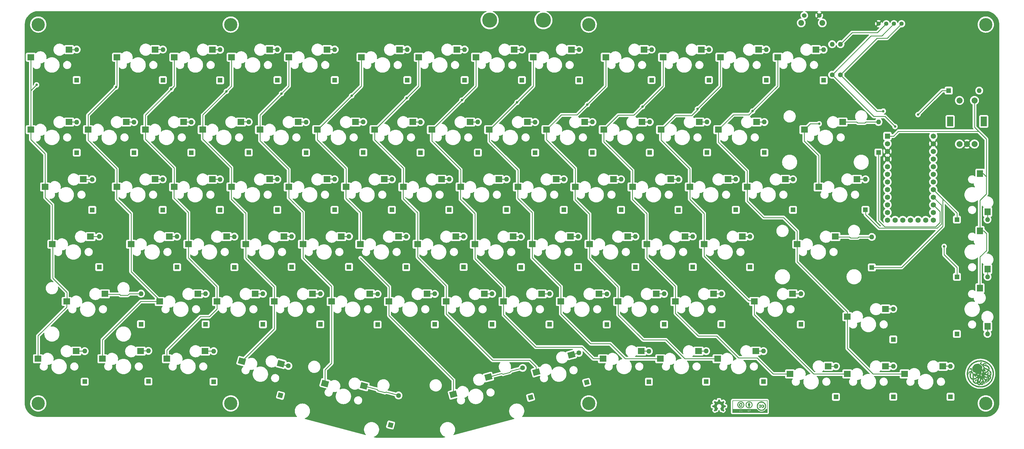
<source format=gbr>
%TF.GenerationSoftware,KiCad,Pcbnew,(6.0.1)*%
%TF.CreationDate,2022-02-07T12:22:45+01:00*%
%TF.ProjectId,middle,6d696464-6c65-42e6-9b69-6361645f7063,rev?*%
%TF.SameCoordinates,Original*%
%TF.FileFunction,Copper,L2,Bot*%
%TF.FilePolarity,Positive*%
%FSLAX46Y46*%
G04 Gerber Fmt 4.6, Leading zero omitted, Abs format (unit mm)*
G04 Created by KiCad (PCBNEW (6.0.1)) date 2022-02-07 12:22:45*
%MOMM*%
%LPD*%
G01*
G04 APERTURE LIST*
G04 Aperture macros list*
%AMHorizOval*
0 Thick line with rounded ends*
0 $1 width*
0 $2 $3 position (X,Y) of the first rounded end (center of the circle)*
0 $4 $5 position (X,Y) of the second rounded end (center of the circle)*
0 Add line between two ends*
20,1,$1,$2,$3,$4,$5,0*
0 Add two circle primitives to create the rounded ends*
1,1,$1,$2,$3*
1,1,$1,$4,$5*%
%AMRotRect*
0 Rectangle, with rotation*
0 The origin of the aperture is its center*
0 $1 length*
0 $2 width*
0 $3 Rotation angle, in degrees counterclockwise*
0 Add horizontal line*
21,1,$1,$2,0,0,$3*%
G04 Aperture macros list end*
%TA.AperFunction,EtchedComponent*%
%ADD10C,0.010000*%
%TD*%
%TA.AperFunction,ComponentPad*%
%ADD11R,1.600000X1.600000*%
%TD*%
%TA.AperFunction,ComponentPad*%
%ADD12O,1.600000X1.600000*%
%TD*%
%TA.AperFunction,ComponentPad*%
%ADD13RotRect,1.600000X1.600000X75.000000*%
%TD*%
%TA.AperFunction,ComponentPad*%
%ADD14HorizOval,1.600000X0.000000X0.000000X0.000000X0.000000X0*%
%TD*%
%TA.AperFunction,ComponentPad*%
%ADD15RotRect,1.600000X1.600000X105.000000*%
%TD*%
%TA.AperFunction,ComponentPad*%
%ADD16HorizOval,1.600000X0.000000X0.000000X0.000000X0.000000X0*%
%TD*%
%TA.AperFunction,ComponentPad*%
%ADD17C,1.600000*%
%TD*%
%TA.AperFunction,SMDPad,CuDef*%
%ADD18R,2.300000X2.000000*%
%TD*%
%TA.AperFunction,SMDPad,CuDef*%
%ADD19RotRect,2.300000X2.000000X165.000000*%
%TD*%
%TA.AperFunction,SMDPad,CuDef*%
%ADD20RotRect,2.300000X2.000000X195.000000*%
%TD*%
%TA.AperFunction,ComponentPad*%
%ADD21C,1.397000*%
%TD*%
%TA.AperFunction,ComponentPad*%
%ADD22R,1.752600X1.752600*%
%TD*%
%TA.AperFunction,ComponentPad*%
%ADD23C,1.752600*%
%TD*%
%TA.AperFunction,ComponentPad*%
%ADD24C,0.700000*%
%TD*%
%TA.AperFunction,ComponentPad*%
%ADD25C,4.400000*%
%TD*%
%TA.AperFunction,SMDPad,CuDef*%
%ADD26R,2.000000X2.300000*%
%TD*%
%TA.AperFunction,ComponentPad*%
%ADD27C,2.000000*%
%TD*%
%TA.AperFunction,ComponentPad*%
%ADD28R,2.000000X3.200000*%
%TD*%
%TA.AperFunction,ComponentPad*%
%ADD29C,5.000000*%
%TD*%
%TA.AperFunction,ComponentPad*%
%ADD30C,1.524000*%
%TD*%
%TA.AperFunction,ComponentPad*%
%ADD31C,1.900000*%
%TD*%
%TA.AperFunction,ViaPad*%
%ADD32C,0.800000*%
%TD*%
%TA.AperFunction,Conductor*%
%ADD33C,0.254000*%
%TD*%
G04 APERTURE END LIST*
D10*
%TO.C,LogoMiddle1*%
X298528675Y-209750004D02*
X298502082Y-209750534D01*
X298502082Y-209750534D02*
X298480879Y-209751609D01*
X298480879Y-209751609D02*
X298464133Y-209753387D01*
X298464133Y-209753387D02*
X298450912Y-209756027D01*
X298450912Y-209756027D02*
X298440283Y-209759684D01*
X298440283Y-209759684D02*
X298431315Y-209764516D01*
X298431315Y-209764516D02*
X298423075Y-209770682D01*
X298423075Y-209770682D02*
X298419416Y-209773880D01*
X298419416Y-209773880D02*
X298405331Y-209791399D01*
X298405331Y-209791399D02*
X298396958Y-209813160D01*
X298396958Y-209813160D02*
X298394438Y-209838749D01*
X298394438Y-209838749D02*
X298394722Y-209845443D01*
X298394722Y-209845443D02*
X298398905Y-209870106D01*
X298398905Y-209870106D02*
X298407813Y-209889381D01*
X298407813Y-209889381D02*
X298421545Y-209903470D01*
X298421545Y-209903470D02*
X298423259Y-209904649D01*
X298423259Y-209904649D02*
X298432447Y-209910294D01*
X298432447Y-209910294D02*
X298441662Y-209914738D01*
X298441662Y-209914738D02*
X298451902Y-209918121D01*
X298451902Y-209918121D02*
X298464168Y-209920583D01*
X298464168Y-209920583D02*
X298479459Y-209922265D01*
X298479459Y-209922265D02*
X298498774Y-209923307D01*
X298498774Y-209923307D02*
X298523113Y-209923847D01*
X298523113Y-209923847D02*
X298553474Y-209924028D01*
X298553474Y-209924028D02*
X298561506Y-209924034D01*
X298561506Y-209924034D02*
X298651644Y-209924034D01*
X298651644Y-209924034D02*
X298651644Y-209749862D01*
X298651644Y-209749862D02*
X298561588Y-209749862D01*
X298561588Y-209749862D02*
X298528675Y-209750004D01*
X298528675Y-209750004D02*
X298528675Y-209750004D01*
G36*
X298651644Y-209924034D02*
G01*
X298561506Y-209924034D01*
X298553474Y-209924028D01*
X298523113Y-209923847D01*
X298498774Y-209923307D01*
X298479459Y-209922265D01*
X298464168Y-209920583D01*
X298451902Y-209918121D01*
X298441662Y-209914738D01*
X298432447Y-209910294D01*
X298423259Y-209904649D01*
X298421545Y-209903470D01*
X298407813Y-209889381D01*
X298398905Y-209870106D01*
X298394722Y-209845443D01*
X298394438Y-209838749D01*
X298396958Y-209813160D01*
X298405331Y-209791399D01*
X298419416Y-209773880D01*
X298423075Y-209770682D01*
X298431315Y-209764516D01*
X298440283Y-209759684D01*
X298450912Y-209756027D01*
X298464133Y-209753387D01*
X298480879Y-209751609D01*
X298502082Y-209750534D01*
X298528675Y-209750004D01*
X298561588Y-209749862D01*
X298651644Y-209749862D01*
X298651644Y-209924034D01*
G37*
X298651644Y-209924034D02*
X298561506Y-209924034D01*
X298553474Y-209924028D01*
X298523113Y-209923847D01*
X298498774Y-209923307D01*
X298479459Y-209922265D01*
X298464168Y-209920583D01*
X298451902Y-209918121D01*
X298441662Y-209914738D01*
X298432447Y-209910294D01*
X298423259Y-209904649D01*
X298421545Y-209903470D01*
X298407813Y-209889381D01*
X298398905Y-209870106D01*
X298394722Y-209845443D01*
X298394438Y-209838749D01*
X298396958Y-209813160D01*
X298405331Y-209791399D01*
X298419416Y-209773880D01*
X298423075Y-209770682D01*
X298431315Y-209764516D01*
X298440283Y-209759684D01*
X298450912Y-209756027D01*
X298464133Y-209753387D01*
X298480879Y-209751609D01*
X298502082Y-209750534D01*
X298528675Y-209750004D01*
X298561588Y-209749862D01*
X298651644Y-209749862D01*
X298651644Y-209924034D01*
X298085611Y-206553725D02*
X298010650Y-206559849D01*
X298010650Y-206559849D02*
X297939251Y-206570332D01*
X297939251Y-206570332D02*
X297870129Y-206585410D01*
X297870129Y-206585410D02*
X297802003Y-206605317D01*
X297802003Y-206605317D02*
X297733591Y-206630287D01*
X297733591Y-206630287D02*
X297731801Y-206631004D01*
X297731801Y-206631004D02*
X297655478Y-206665443D01*
X297655478Y-206665443D02*
X297581754Y-206706225D01*
X297581754Y-206706225D02*
X297511053Y-206752885D01*
X297511053Y-206752885D02*
X297443797Y-206804962D01*
X297443797Y-206804962D02*
X297380407Y-206861992D01*
X297380407Y-206861992D02*
X297321306Y-206923511D01*
X297321306Y-206923511D02*
X297266916Y-206989058D01*
X297266916Y-206989058D02*
X297217658Y-207058169D01*
X297217658Y-207058169D02*
X297173956Y-207130381D01*
X297173956Y-207130381D02*
X297136231Y-207205232D01*
X297136231Y-207205232D02*
X297104905Y-207282257D01*
X297104905Y-207282257D02*
X297086583Y-207338692D01*
X297086583Y-207338692D02*
X297073432Y-207387046D01*
X297073432Y-207387046D02*
X297062933Y-207433055D01*
X297062933Y-207433055D02*
X297054868Y-207478361D01*
X297054868Y-207478361D02*
X297049020Y-207524609D01*
X297049020Y-207524609D02*
X297045170Y-207573442D01*
X297045170Y-207573442D02*
X297043101Y-207626503D01*
X297043101Y-207626503D02*
X297042586Y-207670691D01*
X297042586Y-207670691D02*
X297042665Y-207708777D01*
X297042665Y-207708777D02*
X297043149Y-207741179D01*
X297043149Y-207741179D02*
X297044155Y-207769465D01*
X297044155Y-207769465D02*
X297045798Y-207795202D01*
X297045798Y-207795202D02*
X297048195Y-207819959D01*
X297048195Y-207819959D02*
X297051462Y-207845303D01*
X297051462Y-207845303D02*
X297055715Y-207872801D01*
X297055715Y-207872801D02*
X297058970Y-207892034D01*
X297058970Y-207892034D02*
X297077258Y-207976528D01*
X297077258Y-207976528D02*
X297102378Y-208058801D01*
X297102378Y-208058801D02*
X297134160Y-208138550D01*
X297134160Y-208138550D02*
X297172437Y-208215473D01*
X297172437Y-208215473D02*
X297217041Y-208289266D01*
X297217041Y-208289266D02*
X297267804Y-208359627D01*
X297267804Y-208359627D02*
X297324557Y-208426253D01*
X297324557Y-208426253D02*
X297387134Y-208488841D01*
X297387134Y-208488841D02*
X297393365Y-208494557D01*
X297393365Y-208494557D02*
X297465409Y-208555683D01*
X297465409Y-208555683D02*
X297539677Y-208609918D01*
X297539677Y-208609918D02*
X297616155Y-208657255D01*
X297616155Y-208657255D02*
X297694827Y-208697686D01*
X297694827Y-208697686D02*
X297775677Y-208731205D01*
X297775677Y-208731205D02*
X297858689Y-208757803D01*
X297858689Y-208757803D02*
X297943848Y-208777473D01*
X297943848Y-208777473D02*
X298027858Y-208789860D01*
X298027858Y-208789860D02*
X298065398Y-208793190D01*
X298065398Y-208793190D02*
X298106326Y-208795572D01*
X298106326Y-208795572D02*
X298148297Y-208796943D01*
X298148297Y-208796943D02*
X298188968Y-208797242D01*
X298188968Y-208797242D02*
X298225994Y-208796406D01*
X298225994Y-208796406D02*
X298242294Y-208795550D01*
X298242294Y-208795550D02*
X298329509Y-208786712D01*
X298329509Y-208786712D02*
X298413404Y-208771658D01*
X298413404Y-208771658D02*
X298494702Y-208750199D01*
X298494702Y-208750199D02*
X298574128Y-208722145D01*
X298574128Y-208722145D02*
X298649830Y-208688566D01*
X298649830Y-208688566D02*
X298723834Y-208648603D01*
X298723834Y-208648603D02*
X298795518Y-208602322D01*
X298795518Y-208602322D02*
X298864303Y-208550320D01*
X298864303Y-208550320D02*
X298929607Y-208493192D01*
X298929607Y-208493192D02*
X298990852Y-208431534D01*
X298990852Y-208431534D02*
X299047458Y-208365940D01*
X299047458Y-208365940D02*
X299098842Y-208297008D01*
X299098842Y-208297008D02*
X299144427Y-208225332D01*
X299144427Y-208225332D02*
X299183631Y-208151509D01*
X299183631Y-208151509D02*
X299193441Y-208130413D01*
X299193441Y-208130413D02*
X299223702Y-208056232D01*
X299223702Y-208056232D02*
X299247854Y-207981276D01*
X299247854Y-207981276D02*
X299266080Y-207904657D01*
X299266080Y-207904657D02*
X299278560Y-207825490D01*
X299278560Y-207825490D02*
X299285478Y-207742888D01*
X299285478Y-207742888D02*
X299287130Y-207674319D01*
X299287130Y-207674319D02*
X299286843Y-207662465D01*
X299286843Y-207662465D02*
X299081889Y-207662465D01*
X299081889Y-207662465D02*
X299081785Y-207698873D01*
X299081785Y-207698873D02*
X299080923Y-207734093D01*
X299080923Y-207734093D02*
X299079301Y-207766458D01*
X299079301Y-207766458D02*
X299076917Y-207794305D01*
X299076917Y-207794305D02*
X299075055Y-207808577D01*
X299075055Y-207808577D02*
X299059406Y-207887851D01*
X299059406Y-207887851D02*
X299037545Y-207963607D01*
X299037545Y-207963607D02*
X299009346Y-208036096D01*
X299009346Y-208036096D02*
X298974683Y-208105566D01*
X298974683Y-208105566D02*
X298933431Y-208172269D01*
X298933431Y-208172269D02*
X298885463Y-208236454D01*
X298885463Y-208236454D02*
X298830655Y-208298371D01*
X298830655Y-208298371D02*
X298826272Y-208302922D01*
X298826272Y-208302922D02*
X298786771Y-208342129D01*
X298786771Y-208342129D02*
X298748585Y-208376557D01*
X298748585Y-208376557D02*
X298709722Y-208407886D01*
X298709722Y-208407886D02*
X298668192Y-208437796D01*
X298668192Y-208437796D02*
X298659484Y-208443693D01*
X298659484Y-208443693D02*
X298592714Y-208484154D01*
X298592714Y-208484154D02*
X298522674Y-208518248D01*
X298522674Y-208518248D02*
X298449722Y-208545897D01*
X298449722Y-208545897D02*
X298374216Y-208567020D01*
X298374216Y-208567020D02*
X298296511Y-208581536D01*
X298296511Y-208581536D02*
X298216966Y-208589366D01*
X298216966Y-208589366D02*
X298135938Y-208590431D01*
X298135938Y-208590431D02*
X298053783Y-208584649D01*
X298053783Y-208584649D02*
X298038415Y-208582813D01*
X298038415Y-208582813D02*
X297963879Y-208569775D01*
X297963879Y-208569775D02*
X297889824Y-208549847D01*
X297889824Y-208549847D02*
X297817070Y-208523391D01*
X297817070Y-208523391D02*
X297746435Y-208490765D01*
X297746435Y-208490765D02*
X297678738Y-208452331D01*
X297678738Y-208452331D02*
X297614800Y-208408448D01*
X297614800Y-208408448D02*
X297581215Y-208381856D01*
X297581215Y-208381856D02*
X297559845Y-208363257D01*
X297559845Y-208363257D02*
X297535909Y-208341097D01*
X297535909Y-208341097D02*
X297510868Y-208316839D01*
X297510868Y-208316839D02*
X297486185Y-208291945D01*
X297486185Y-208291945D02*
X297463322Y-208267876D01*
X297463322Y-208267876D02*
X297443740Y-208246096D01*
X297443740Y-208246096D02*
X297434336Y-208234934D01*
X297434336Y-208234934D02*
X297389198Y-208173826D01*
X297389198Y-208173826D02*
X297349972Y-208108758D01*
X297349972Y-208108758D02*
X297316760Y-208040115D01*
X297316760Y-208040115D02*
X297289663Y-207968285D01*
X297289663Y-207968285D02*
X297268784Y-207893654D01*
X297268784Y-207893654D02*
X297254224Y-207816609D01*
X297254224Y-207816609D02*
X297246085Y-207737538D01*
X297246085Y-207737538D02*
X297244468Y-207656826D01*
X297244468Y-207656826D02*
X297249476Y-207574862D01*
X297249476Y-207574862D02*
X297252915Y-207545160D01*
X297252915Y-207545160D02*
X297266778Y-207465451D01*
X297266778Y-207465451D02*
X297287218Y-207388799D01*
X297287218Y-207388799D02*
X297314273Y-207315113D01*
X297314273Y-207315113D02*
X297347982Y-207244304D01*
X297347982Y-207244304D02*
X297388381Y-207176284D01*
X297388381Y-207176284D02*
X297435508Y-207110962D01*
X297435508Y-207110962D02*
X297436309Y-207109949D01*
X297436309Y-207109949D02*
X297453179Y-207089808D01*
X297453179Y-207089808D02*
X297474222Y-207066513D01*
X297474222Y-207066513D02*
X297498002Y-207041513D01*
X297498002Y-207041513D02*
X297523085Y-207016262D01*
X297523085Y-207016262D02*
X297548036Y-206992209D01*
X297548036Y-206992209D02*
X297571419Y-206970808D01*
X297571419Y-206970808D02*
X297587463Y-206957042D01*
X297587463Y-206957042D02*
X297650387Y-206909399D01*
X297650387Y-206909399D02*
X297715958Y-206868266D01*
X297715958Y-206868266D02*
X297784535Y-206833482D01*
X297784535Y-206833482D02*
X297856480Y-206804889D01*
X297856480Y-206804889D02*
X297932153Y-206782326D01*
X297932153Y-206782326D02*
X298011914Y-206765636D01*
X298011914Y-206765636D02*
X298025715Y-206763401D01*
X298025715Y-206763401D02*
X298049821Y-206760439D01*
X298049821Y-206760439D02*
X298079178Y-206758073D01*
X298079178Y-206758073D02*
X298111799Y-206756376D01*
X298111799Y-206756376D02*
X298145696Y-206755419D01*
X298145696Y-206755419D02*
X298178883Y-206755274D01*
X298178883Y-206755274D02*
X298209373Y-206756013D01*
X298209373Y-206756013D02*
X298218030Y-206756437D01*
X298218030Y-206756437D02*
X298299393Y-206764166D01*
X298299393Y-206764166D02*
X298377055Y-206778071D01*
X298377055Y-206778071D02*
X298451240Y-206798223D01*
X298451240Y-206798223D02*
X298522170Y-206824692D01*
X298522170Y-206824692D02*
X298590068Y-206857548D01*
X298590068Y-206857548D02*
X298649830Y-206893336D01*
X298649830Y-206893336D02*
X298683341Y-206916085D01*
X298683341Y-206916085D02*
X298713057Y-206938031D01*
X298713057Y-206938031D02*
X298741125Y-206960907D01*
X298741125Y-206960907D02*
X298769695Y-206986446D01*
X298769695Y-206986446D02*
X298794467Y-207010069D01*
X298794467Y-207010069D02*
X298853558Y-207071995D01*
X298853558Y-207071995D02*
X298905720Y-207135888D01*
X298905720Y-207135888D02*
X298951064Y-207201957D01*
X298951064Y-207201957D02*
X298989703Y-207270416D01*
X298989703Y-207270416D02*
X299021749Y-207341474D01*
X299021749Y-207341474D02*
X299047314Y-207415344D01*
X299047314Y-207415344D02*
X299066510Y-207492236D01*
X299066510Y-207492236D02*
X299074761Y-207538248D01*
X299074761Y-207538248D02*
X299077671Y-207562760D01*
X299077671Y-207562760D02*
X299079830Y-207592743D01*
X299079830Y-207592743D02*
X299081237Y-207626533D01*
X299081237Y-207626533D02*
X299081889Y-207662465D01*
X299081889Y-207662465D02*
X299286843Y-207662465D01*
X299286843Y-207662465D02*
X299285342Y-207600508D01*
X299285342Y-207600508D02*
X299279827Y-207531371D01*
X299279827Y-207531371D02*
X299270324Y-207465209D01*
X299270324Y-207465209D02*
X299256573Y-207400319D01*
X299256573Y-207400319D02*
X299238312Y-207335002D01*
X299238312Y-207335002D02*
X299232051Y-207315477D01*
X299232051Y-207315477D02*
X299202763Y-207237836D01*
X299202763Y-207237836D02*
X299166864Y-207161960D01*
X299166864Y-207161960D02*
X299124829Y-207088364D01*
X299124829Y-207088364D02*
X299077131Y-207017565D01*
X299077131Y-207017565D02*
X299024245Y-206950076D01*
X299024245Y-206950076D02*
X298966645Y-206886413D01*
X298966645Y-206886413D02*
X298904806Y-206827091D01*
X298904806Y-206827091D02*
X298839200Y-206772626D01*
X298839200Y-206772626D02*
X298770304Y-206723532D01*
X298770304Y-206723532D02*
X298698590Y-206680325D01*
X298698590Y-206680325D02*
X298624533Y-206643520D01*
X298624533Y-206643520D02*
X298606287Y-206635623D01*
X298606287Y-206635623D02*
X298536648Y-206608973D01*
X298536648Y-206608973D02*
X298466857Y-206587681D01*
X298466857Y-206587681D02*
X298395767Y-206571530D01*
X298395767Y-206571530D02*
X298322228Y-206560299D01*
X298322228Y-206560299D02*
X298245090Y-206553772D01*
X298245090Y-206553772D02*
X298165415Y-206551727D01*
X298165415Y-206551727D02*
X298085611Y-206553725D01*
X298085611Y-206553725D02*
X298085611Y-206553725D01*
G36*
X299285478Y-207742888D02*
G01*
X299278560Y-207825490D01*
X299266080Y-207904657D01*
X299247854Y-207981276D01*
X299223702Y-208056232D01*
X299193441Y-208130413D01*
X299183631Y-208151509D01*
X299144427Y-208225332D01*
X299098842Y-208297008D01*
X299047458Y-208365940D01*
X298990852Y-208431534D01*
X298929607Y-208493192D01*
X298864303Y-208550320D01*
X298795518Y-208602322D01*
X298723834Y-208648603D01*
X298649830Y-208688566D01*
X298574128Y-208722145D01*
X298494702Y-208750199D01*
X298413404Y-208771658D01*
X298329509Y-208786712D01*
X298242294Y-208795550D01*
X298225994Y-208796406D01*
X298188968Y-208797242D01*
X298148297Y-208796943D01*
X298106326Y-208795572D01*
X298065398Y-208793190D01*
X298027858Y-208789860D01*
X297943848Y-208777473D01*
X297858689Y-208757803D01*
X297775677Y-208731205D01*
X297694827Y-208697686D01*
X297616155Y-208657255D01*
X297539677Y-208609918D01*
X297465409Y-208555683D01*
X297393365Y-208494557D01*
X297387134Y-208488841D01*
X297324557Y-208426253D01*
X297267804Y-208359627D01*
X297217041Y-208289266D01*
X297172437Y-208215473D01*
X297134160Y-208138550D01*
X297102378Y-208058801D01*
X297077258Y-207976528D01*
X297058970Y-207892034D01*
X297055715Y-207872801D01*
X297051462Y-207845303D01*
X297048195Y-207819959D01*
X297045798Y-207795202D01*
X297044155Y-207769465D01*
X297043149Y-207741179D01*
X297042665Y-207708777D01*
X297042586Y-207670691D01*
X297042748Y-207656826D01*
X297244468Y-207656826D01*
X297246085Y-207737538D01*
X297254224Y-207816609D01*
X297268784Y-207893654D01*
X297289663Y-207968285D01*
X297316760Y-208040115D01*
X297349972Y-208108758D01*
X297389198Y-208173826D01*
X297434336Y-208234934D01*
X297443740Y-208246096D01*
X297463322Y-208267876D01*
X297486185Y-208291945D01*
X297510868Y-208316839D01*
X297535909Y-208341097D01*
X297559845Y-208363257D01*
X297581215Y-208381856D01*
X297614800Y-208408448D01*
X297678738Y-208452331D01*
X297746435Y-208490765D01*
X297817070Y-208523391D01*
X297889824Y-208549847D01*
X297963879Y-208569775D01*
X298038415Y-208582813D01*
X298053783Y-208584649D01*
X298135938Y-208590431D01*
X298216966Y-208589366D01*
X298296511Y-208581536D01*
X298374216Y-208567020D01*
X298449722Y-208545897D01*
X298522674Y-208518248D01*
X298592714Y-208484154D01*
X298659484Y-208443693D01*
X298668192Y-208437796D01*
X298709722Y-208407886D01*
X298748585Y-208376557D01*
X298786771Y-208342129D01*
X298826272Y-208302922D01*
X298830655Y-208298371D01*
X298885463Y-208236454D01*
X298933431Y-208172269D01*
X298974683Y-208105566D01*
X299009346Y-208036096D01*
X299037545Y-207963607D01*
X299059406Y-207887851D01*
X299075055Y-207808577D01*
X299076917Y-207794305D01*
X299079301Y-207766458D01*
X299080923Y-207734093D01*
X299081785Y-207698873D01*
X299081889Y-207662465D01*
X299081237Y-207626533D01*
X299079830Y-207592743D01*
X299077671Y-207562760D01*
X299074761Y-207538248D01*
X299066510Y-207492236D01*
X299047314Y-207415344D01*
X299021749Y-207341474D01*
X298989703Y-207270416D01*
X298951064Y-207201957D01*
X298905720Y-207135888D01*
X298853558Y-207071995D01*
X298794467Y-207010069D01*
X298769695Y-206986446D01*
X298741125Y-206960907D01*
X298713057Y-206938031D01*
X298683341Y-206916085D01*
X298649830Y-206893336D01*
X298590068Y-206857548D01*
X298522170Y-206824692D01*
X298451240Y-206798223D01*
X298377055Y-206778071D01*
X298299393Y-206764166D01*
X298218030Y-206756437D01*
X298209373Y-206756013D01*
X298178883Y-206755274D01*
X298145696Y-206755419D01*
X298111799Y-206756376D01*
X298079178Y-206758073D01*
X298049821Y-206760439D01*
X298025715Y-206763401D01*
X298011914Y-206765636D01*
X297932153Y-206782326D01*
X297856480Y-206804889D01*
X297784535Y-206833482D01*
X297715958Y-206868266D01*
X297650387Y-206909399D01*
X297587463Y-206957042D01*
X297571419Y-206970808D01*
X297548036Y-206992209D01*
X297523085Y-207016262D01*
X297498002Y-207041513D01*
X297474222Y-207066513D01*
X297453179Y-207089808D01*
X297436309Y-207109949D01*
X297435508Y-207110962D01*
X297388381Y-207176284D01*
X297347982Y-207244304D01*
X297314273Y-207315113D01*
X297287218Y-207388799D01*
X297266778Y-207465451D01*
X297252915Y-207545160D01*
X297249476Y-207574862D01*
X297244468Y-207656826D01*
X297042748Y-207656826D01*
X297043101Y-207626503D01*
X297045170Y-207573442D01*
X297049020Y-207524609D01*
X297054868Y-207478361D01*
X297062933Y-207433055D01*
X297073432Y-207387046D01*
X297086583Y-207338692D01*
X297104905Y-207282257D01*
X297136231Y-207205232D01*
X297173956Y-207130381D01*
X297217658Y-207058169D01*
X297266916Y-206989058D01*
X297321306Y-206923511D01*
X297380407Y-206861992D01*
X297443797Y-206804962D01*
X297511053Y-206752885D01*
X297581754Y-206706225D01*
X297655478Y-206665443D01*
X297731801Y-206631004D01*
X297733591Y-206630287D01*
X297802003Y-206605317D01*
X297870129Y-206585410D01*
X297939251Y-206570332D01*
X298010650Y-206559849D01*
X298085611Y-206553725D01*
X298165415Y-206551727D01*
X298245090Y-206553772D01*
X298322228Y-206560299D01*
X298395767Y-206571530D01*
X298466857Y-206587681D01*
X298536648Y-206608973D01*
X298606287Y-206635623D01*
X298624533Y-206643520D01*
X298698590Y-206680325D01*
X298770304Y-206723532D01*
X298839200Y-206772626D01*
X298904806Y-206827091D01*
X298966645Y-206886413D01*
X299024245Y-206950076D01*
X299077131Y-207017565D01*
X299124829Y-207088364D01*
X299166864Y-207161960D01*
X299202763Y-207237836D01*
X299232051Y-207315477D01*
X299238312Y-207335002D01*
X299256573Y-207400319D01*
X299270324Y-207465209D01*
X299279827Y-207531371D01*
X299285342Y-207600508D01*
X299286843Y-207662465D01*
X299287130Y-207674319D01*
X299285478Y-207742888D01*
G37*
X299285478Y-207742888D02*
X299278560Y-207825490D01*
X299266080Y-207904657D01*
X299247854Y-207981276D01*
X299223702Y-208056232D01*
X299193441Y-208130413D01*
X299183631Y-208151509D01*
X299144427Y-208225332D01*
X299098842Y-208297008D01*
X299047458Y-208365940D01*
X298990852Y-208431534D01*
X298929607Y-208493192D01*
X298864303Y-208550320D01*
X298795518Y-208602322D01*
X298723834Y-208648603D01*
X298649830Y-208688566D01*
X298574128Y-208722145D01*
X298494702Y-208750199D01*
X298413404Y-208771658D01*
X298329509Y-208786712D01*
X298242294Y-208795550D01*
X298225994Y-208796406D01*
X298188968Y-208797242D01*
X298148297Y-208796943D01*
X298106326Y-208795572D01*
X298065398Y-208793190D01*
X298027858Y-208789860D01*
X297943848Y-208777473D01*
X297858689Y-208757803D01*
X297775677Y-208731205D01*
X297694827Y-208697686D01*
X297616155Y-208657255D01*
X297539677Y-208609918D01*
X297465409Y-208555683D01*
X297393365Y-208494557D01*
X297387134Y-208488841D01*
X297324557Y-208426253D01*
X297267804Y-208359627D01*
X297217041Y-208289266D01*
X297172437Y-208215473D01*
X297134160Y-208138550D01*
X297102378Y-208058801D01*
X297077258Y-207976528D01*
X297058970Y-207892034D01*
X297055715Y-207872801D01*
X297051462Y-207845303D01*
X297048195Y-207819959D01*
X297045798Y-207795202D01*
X297044155Y-207769465D01*
X297043149Y-207741179D01*
X297042665Y-207708777D01*
X297042586Y-207670691D01*
X297042748Y-207656826D01*
X297244468Y-207656826D01*
X297246085Y-207737538D01*
X297254224Y-207816609D01*
X297268784Y-207893654D01*
X297289663Y-207968285D01*
X297316760Y-208040115D01*
X297349972Y-208108758D01*
X297389198Y-208173826D01*
X297434336Y-208234934D01*
X297443740Y-208246096D01*
X297463322Y-208267876D01*
X297486185Y-208291945D01*
X297510868Y-208316839D01*
X297535909Y-208341097D01*
X297559845Y-208363257D01*
X297581215Y-208381856D01*
X297614800Y-208408448D01*
X297678738Y-208452331D01*
X297746435Y-208490765D01*
X297817070Y-208523391D01*
X297889824Y-208549847D01*
X297963879Y-208569775D01*
X298038415Y-208582813D01*
X298053783Y-208584649D01*
X298135938Y-208590431D01*
X298216966Y-208589366D01*
X298296511Y-208581536D01*
X298374216Y-208567020D01*
X298449722Y-208545897D01*
X298522674Y-208518248D01*
X298592714Y-208484154D01*
X298659484Y-208443693D01*
X298668192Y-208437796D01*
X298709722Y-208407886D01*
X298748585Y-208376557D01*
X298786771Y-208342129D01*
X298826272Y-208302922D01*
X298830655Y-208298371D01*
X298885463Y-208236454D01*
X298933431Y-208172269D01*
X298974683Y-208105566D01*
X299009346Y-208036096D01*
X299037545Y-207963607D01*
X299059406Y-207887851D01*
X299075055Y-207808577D01*
X299076917Y-207794305D01*
X299079301Y-207766458D01*
X299080923Y-207734093D01*
X299081785Y-207698873D01*
X299081889Y-207662465D01*
X299081237Y-207626533D01*
X299079830Y-207592743D01*
X299077671Y-207562760D01*
X299074761Y-207538248D01*
X299066510Y-207492236D01*
X299047314Y-207415344D01*
X299021749Y-207341474D01*
X298989703Y-207270416D01*
X298951064Y-207201957D01*
X298905720Y-207135888D01*
X298853558Y-207071995D01*
X298794467Y-207010069D01*
X298769695Y-206986446D01*
X298741125Y-206960907D01*
X298713057Y-206938031D01*
X298683341Y-206916085D01*
X298649830Y-206893336D01*
X298590068Y-206857548D01*
X298522170Y-206824692D01*
X298451240Y-206798223D01*
X298377055Y-206778071D01*
X298299393Y-206764166D01*
X298218030Y-206756437D01*
X298209373Y-206756013D01*
X298178883Y-206755274D01*
X298145696Y-206755419D01*
X298111799Y-206756376D01*
X298079178Y-206758073D01*
X298049821Y-206760439D01*
X298025715Y-206763401D01*
X298011914Y-206765636D01*
X297932153Y-206782326D01*
X297856480Y-206804889D01*
X297784535Y-206833482D01*
X297715958Y-206868266D01*
X297650387Y-206909399D01*
X297587463Y-206957042D01*
X297571419Y-206970808D01*
X297548036Y-206992209D01*
X297523085Y-207016262D01*
X297498002Y-207041513D01*
X297474222Y-207066513D01*
X297453179Y-207089808D01*
X297436309Y-207109949D01*
X297435508Y-207110962D01*
X297388381Y-207176284D01*
X297347982Y-207244304D01*
X297314273Y-207315113D01*
X297287218Y-207388799D01*
X297266778Y-207465451D01*
X297252915Y-207545160D01*
X297249476Y-207574862D01*
X297244468Y-207656826D01*
X297042748Y-207656826D01*
X297043101Y-207626503D01*
X297045170Y-207573442D01*
X297049020Y-207524609D01*
X297054868Y-207478361D01*
X297062933Y-207433055D01*
X297073432Y-207387046D01*
X297086583Y-207338692D01*
X297104905Y-207282257D01*
X297136231Y-207205232D01*
X297173956Y-207130381D01*
X297217658Y-207058169D01*
X297266916Y-206989058D01*
X297321306Y-206923511D01*
X297380407Y-206861992D01*
X297443797Y-206804962D01*
X297511053Y-206752885D01*
X297581754Y-206706225D01*
X297655478Y-206665443D01*
X297731801Y-206631004D01*
X297733591Y-206630287D01*
X297802003Y-206605317D01*
X297870129Y-206585410D01*
X297939251Y-206570332D01*
X298010650Y-206559849D01*
X298085611Y-206553725D01*
X298165415Y-206551727D01*
X298245090Y-206553772D01*
X298322228Y-206560299D01*
X298395767Y-206571530D01*
X298466857Y-206587681D01*
X298536648Y-206608973D01*
X298606287Y-206635623D01*
X298624533Y-206643520D01*
X298698590Y-206680325D01*
X298770304Y-206723532D01*
X298839200Y-206772626D01*
X298904806Y-206827091D01*
X298966645Y-206886413D01*
X299024245Y-206950076D01*
X299077131Y-207017565D01*
X299124829Y-207088364D01*
X299166864Y-207161960D01*
X299202763Y-207237836D01*
X299232051Y-207315477D01*
X299238312Y-207335002D01*
X299256573Y-207400319D01*
X299270324Y-207465209D01*
X299279827Y-207531371D01*
X299285342Y-207600508D01*
X299286843Y-207662465D01*
X299287130Y-207674319D01*
X299285478Y-207742888D01*
X298323705Y-206222625D02*
X298148519Y-206222630D01*
X298148519Y-206222630D02*
X297973626Y-206222639D01*
X297973626Y-206222639D02*
X297799177Y-206222652D01*
X297799177Y-206222652D02*
X297625322Y-206222668D01*
X297625322Y-206222668D02*
X297452213Y-206222688D01*
X297452213Y-206222688D02*
X297280001Y-206222712D01*
X297280001Y-206222712D02*
X297108837Y-206222739D01*
X297108837Y-206222739D02*
X296938871Y-206222770D01*
X296938871Y-206222770D02*
X296770256Y-206222804D01*
X296770256Y-206222804D02*
X296603141Y-206222843D01*
X296603141Y-206222843D02*
X296437678Y-206222885D01*
X296437678Y-206222885D02*
X296274017Y-206222930D01*
X296274017Y-206222930D02*
X296112311Y-206222979D01*
X296112311Y-206222979D02*
X295952709Y-206223032D01*
X295952709Y-206223032D02*
X295795363Y-206223089D01*
X295795363Y-206223089D02*
X295640424Y-206223149D01*
X295640424Y-206223149D02*
X295488043Y-206223213D01*
X295488043Y-206223213D02*
X295338370Y-206223280D01*
X295338370Y-206223280D02*
X295191558Y-206223351D01*
X295191558Y-206223351D02*
X295047756Y-206223426D01*
X295047756Y-206223426D02*
X294907116Y-206223505D01*
X294907116Y-206223505D02*
X294769788Y-206223587D01*
X294769788Y-206223587D02*
X294635925Y-206223673D01*
X294635925Y-206223673D02*
X294505676Y-206223762D01*
X294505676Y-206223762D02*
X294379193Y-206223855D01*
X294379193Y-206223855D02*
X294256627Y-206223952D01*
X294256627Y-206223952D02*
X294138128Y-206224052D01*
X294138128Y-206224052D02*
X294023848Y-206224156D01*
X294023848Y-206224156D02*
X293913938Y-206224264D01*
X293913938Y-206224264D02*
X293808549Y-206224376D01*
X293808549Y-206224376D02*
X293707832Y-206224491D01*
X293707832Y-206224491D02*
X293611937Y-206224610D01*
X293611937Y-206224610D02*
X293521017Y-206224732D01*
X293521017Y-206224732D02*
X293435221Y-206224858D01*
X293435221Y-206224858D02*
X293354700Y-206224988D01*
X293354700Y-206224988D02*
X293279607Y-206225121D01*
X293279607Y-206225121D02*
X293210091Y-206225258D01*
X293210091Y-206225258D02*
X293146304Y-206225399D01*
X293146304Y-206225399D02*
X293088397Y-206225543D01*
X293088397Y-206225543D02*
X293036520Y-206225691D01*
X293036520Y-206225691D02*
X292990826Y-206225843D01*
X292990826Y-206225843D02*
X292951464Y-206225998D01*
X292951464Y-206225998D02*
X292918586Y-206226157D01*
X292918586Y-206226157D02*
X292892342Y-206226320D01*
X292892342Y-206226320D02*
X292872885Y-206226486D01*
X292872885Y-206226486D02*
X292860364Y-206226656D01*
X292860364Y-206226656D02*
X292854931Y-206226830D01*
X292854931Y-206226830D02*
X292854760Y-206226851D01*
X292854760Y-206226851D02*
X292831736Y-206233130D01*
X292831736Y-206233130D02*
X292806656Y-206243320D01*
X292806656Y-206243320D02*
X292782440Y-206256051D01*
X292782440Y-206256051D02*
X292762012Y-206269955D01*
X292762012Y-206269955D02*
X292760943Y-206270819D01*
X292760943Y-206270819D02*
X292735189Y-206295811D01*
X292735189Y-206295811D02*
X292713277Y-206324976D01*
X292713277Y-206324976D02*
X292696211Y-206356664D01*
X292696211Y-206356664D02*
X292684997Y-206389229D01*
X292684997Y-206389229D02*
X292682976Y-206398636D01*
X292682976Y-206398636D02*
X292682657Y-206402822D01*
X292682657Y-206402822D02*
X292682352Y-206411888D01*
X292682352Y-206411888D02*
X292682063Y-206425931D01*
X292682063Y-206425931D02*
X292681788Y-206445045D01*
X292681788Y-206445045D02*
X292681527Y-206469325D01*
X292681527Y-206469325D02*
X292681280Y-206498867D01*
X292681280Y-206498867D02*
X292681047Y-206533765D01*
X292681047Y-206533765D02*
X292680829Y-206574115D01*
X292680829Y-206574115D02*
X292680623Y-206620013D01*
X292680623Y-206620013D02*
X292680431Y-206671552D01*
X292680431Y-206671552D02*
X292680252Y-206728829D01*
X292680252Y-206728829D02*
X292680087Y-206791939D01*
X292680087Y-206791939D02*
X292679934Y-206860976D01*
X292679934Y-206860976D02*
X292679793Y-206936036D01*
X292679793Y-206936036D02*
X292679665Y-207017214D01*
X292679665Y-207017214D02*
X292679550Y-207104605D01*
X292679550Y-207104605D02*
X292679446Y-207198305D01*
X292679446Y-207198305D02*
X292679354Y-207298408D01*
X292679354Y-207298408D02*
X292679274Y-207405011D01*
X292679274Y-207405011D02*
X292679205Y-207518206D01*
X292679205Y-207518206D02*
X292679147Y-207638091D01*
X292679147Y-207638091D02*
X292679101Y-207764761D01*
X292679101Y-207764761D02*
X292679065Y-207898309D01*
X292679065Y-207898309D02*
X292679040Y-208038833D01*
X292679040Y-208038833D02*
X292679025Y-208186425D01*
X292679025Y-208186425D02*
X292679021Y-208336293D01*
X292679021Y-208336293D02*
X292679022Y-208477361D01*
X292679022Y-208477361D02*
X292679026Y-208611355D01*
X292679026Y-208611355D02*
X292679031Y-208738457D01*
X292679031Y-208738457D02*
X292679040Y-208858850D01*
X292679040Y-208858850D02*
X292679053Y-208972717D01*
X292679053Y-208972717D02*
X292679070Y-209080241D01*
X292679070Y-209080241D02*
X292679092Y-209181604D01*
X292679092Y-209181604D02*
X292679120Y-209276988D01*
X292679120Y-209276988D02*
X292679153Y-209366578D01*
X292679153Y-209366578D02*
X292679194Y-209450555D01*
X292679194Y-209450555D02*
X292679242Y-209529102D01*
X292679242Y-209529102D02*
X292679298Y-209602402D01*
X292679298Y-209602402D02*
X292679362Y-209670637D01*
X292679362Y-209670637D02*
X292679436Y-209733991D01*
X292679436Y-209733991D02*
X292679519Y-209792646D01*
X292679519Y-209792646D02*
X292679613Y-209846785D01*
X292679613Y-209846785D02*
X292679718Y-209896590D01*
X292679718Y-209896590D02*
X292679835Y-209942245D01*
X292679835Y-209942245D02*
X292679963Y-209983932D01*
X292679963Y-209983932D02*
X292680105Y-210021833D01*
X292680105Y-210021833D02*
X292680260Y-210056132D01*
X292680260Y-210056132D02*
X292680428Y-210087011D01*
X292680428Y-210087011D02*
X292680612Y-210114653D01*
X292680612Y-210114653D02*
X292680811Y-210139241D01*
X292680811Y-210139241D02*
X292681025Y-210160957D01*
X292681025Y-210160957D02*
X292681256Y-210179984D01*
X292681256Y-210179984D02*
X292681504Y-210196505D01*
X292681504Y-210196505D02*
X292681769Y-210210702D01*
X292681769Y-210210702D02*
X292682053Y-210222759D01*
X292682053Y-210222759D02*
X292682355Y-210232858D01*
X292682355Y-210232858D02*
X292682677Y-210241182D01*
X292682677Y-210241182D02*
X292683019Y-210247913D01*
X292683019Y-210247913D02*
X292683382Y-210253235D01*
X292683382Y-210253235D02*
X292683766Y-210257329D01*
X292683766Y-210257329D02*
X292684171Y-210260380D01*
X292684171Y-210260380D02*
X292684599Y-210262568D01*
X292684599Y-210262568D02*
X292685050Y-210264078D01*
X292685050Y-210264078D02*
X292685371Y-210264812D01*
X292685371Y-210264812D02*
X292693061Y-210275007D01*
X292693061Y-210275007D02*
X292703322Y-210283286D01*
X292703322Y-210283286D02*
X292704359Y-210283862D01*
X292704359Y-210283862D02*
X292705039Y-210284147D01*
X292705039Y-210284147D02*
X292706050Y-210284424D01*
X292706050Y-210284424D02*
X292707496Y-210284692D01*
X292707496Y-210284692D02*
X292709484Y-210284953D01*
X292709484Y-210284953D02*
X292712119Y-210285206D01*
X292712119Y-210285206D02*
X292715505Y-210285451D01*
X292715505Y-210285451D02*
X292719747Y-210285689D01*
X292719747Y-210285689D02*
X292724951Y-210285918D01*
X292724951Y-210285918D02*
X292731223Y-210286141D01*
X292731223Y-210286141D02*
X292738666Y-210286356D01*
X292738666Y-210286356D02*
X292747386Y-210286564D01*
X292747386Y-210286564D02*
X292757488Y-210286765D01*
X292757488Y-210286765D02*
X292769078Y-210286959D01*
X292769078Y-210286959D02*
X292782260Y-210287147D01*
X292782260Y-210287147D02*
X292797140Y-210287327D01*
X292797140Y-210287327D02*
X292813823Y-210287501D01*
X292813823Y-210287501D02*
X292832413Y-210287669D01*
X292832413Y-210287669D02*
X292853017Y-210287830D01*
X292853017Y-210287830D02*
X292875739Y-210287985D01*
X292875739Y-210287985D02*
X292900684Y-210288134D01*
X292900684Y-210288134D02*
X292927957Y-210288278D01*
X292927957Y-210288278D02*
X292957665Y-210288415D01*
X292957665Y-210288415D02*
X292989910Y-210288546D01*
X292989910Y-210288546D02*
X293024800Y-210288672D01*
X293024800Y-210288672D02*
X293062438Y-210288793D01*
X293062438Y-210288793D02*
X293102931Y-210288908D01*
X293102931Y-210288908D02*
X293146382Y-210289018D01*
X293146382Y-210289018D02*
X293192898Y-210289123D01*
X293192898Y-210289123D02*
X293242584Y-210289222D01*
X293242584Y-210289222D02*
X293295544Y-210289317D01*
X293295544Y-210289317D02*
X293351884Y-210289407D01*
X293351884Y-210289407D02*
X293411709Y-210289493D01*
X293411709Y-210289493D02*
X293475123Y-210289574D01*
X293475123Y-210289574D02*
X293542233Y-210289651D01*
X293542233Y-210289651D02*
X293613143Y-210289723D01*
X293613143Y-210289723D02*
X293687958Y-210289791D01*
X293687958Y-210289791D02*
X293766784Y-210289856D01*
X293766784Y-210289856D02*
X293849725Y-210289916D01*
X293849725Y-210289916D02*
X293936888Y-210289973D01*
X293936888Y-210289973D02*
X294028376Y-210290026D01*
X294028376Y-210290026D02*
X294124295Y-210290075D01*
X294124295Y-210290075D02*
X294224750Y-210290121D01*
X294224750Y-210290121D02*
X294329847Y-210290164D01*
X294329847Y-210290164D02*
X294439690Y-210290203D01*
X294439690Y-210290203D02*
X294554384Y-210290239D01*
X294554384Y-210290239D02*
X294674035Y-210290273D01*
X294674035Y-210290273D02*
X294798748Y-210290304D01*
X294798748Y-210290304D02*
X294928628Y-210290332D01*
X294928628Y-210290332D02*
X295063780Y-210290357D01*
X295063780Y-210290357D02*
X295204309Y-210290380D01*
X295204309Y-210290380D02*
X295350320Y-210290401D01*
X295350320Y-210290401D02*
X295501919Y-210290419D01*
X295501919Y-210290419D02*
X295659210Y-210290436D01*
X295659210Y-210290436D02*
X295822300Y-210290450D01*
X295822300Y-210290450D02*
X295991292Y-210290463D01*
X295991292Y-210290463D02*
X296166291Y-210290473D01*
X296166291Y-210290473D02*
X296347404Y-210290483D01*
X296347404Y-210290483D02*
X296534736Y-210290490D01*
X296534736Y-210290490D02*
X296728390Y-210290497D01*
X296728390Y-210290497D02*
X296928473Y-210290502D01*
X296928473Y-210290502D02*
X297135090Y-210290506D01*
X297135090Y-210290506D02*
X297348345Y-210290509D01*
X297348345Y-210290509D02*
X297568345Y-210290511D01*
X297568345Y-210290511D02*
X297795193Y-210290513D01*
X297795193Y-210290513D02*
X298028995Y-210290514D01*
X298028995Y-210290514D02*
X298488302Y-210290514D01*
X298488302Y-210290514D02*
X298735691Y-210290513D01*
X298735691Y-210290513D02*
X298975928Y-210290512D01*
X298975928Y-210290512D02*
X299209117Y-210290511D01*
X299209117Y-210290511D02*
X299435364Y-210290508D01*
X299435364Y-210290508D02*
X299654773Y-210290505D01*
X299654773Y-210290505D02*
X299867449Y-210290500D01*
X299867449Y-210290500D02*
X300073497Y-210290495D01*
X300073497Y-210290495D02*
X300273022Y-210290488D01*
X300273022Y-210290488D02*
X300466129Y-210290480D01*
X300466129Y-210290480D02*
X300652922Y-210290471D01*
X300652922Y-210290471D02*
X300833507Y-210290460D01*
X300833507Y-210290460D02*
X301007988Y-210290447D01*
X301007988Y-210290447D02*
X301176470Y-210290432D01*
X301176470Y-210290432D02*
X301339058Y-210290416D01*
X301339058Y-210290416D02*
X301495857Y-210290397D01*
X301495857Y-210290397D02*
X301646971Y-210290376D01*
X301646971Y-210290376D02*
X301792506Y-210290353D01*
X301792506Y-210290353D02*
X301932567Y-210290328D01*
X301932567Y-210290328D02*
X302067258Y-210290300D01*
X302067258Y-210290300D02*
X302196683Y-210290270D01*
X302196683Y-210290270D02*
X302320949Y-210290236D01*
X302320949Y-210290236D02*
X302440160Y-210290200D01*
X302440160Y-210290200D02*
X302554420Y-210290161D01*
X302554420Y-210290161D02*
X302663835Y-210290119D01*
X302663835Y-210290119D02*
X302768509Y-210290074D01*
X302768509Y-210290074D02*
X302868548Y-210290025D01*
X302868548Y-210290025D02*
X302964055Y-210289973D01*
X302964055Y-210289973D02*
X303055137Y-210289918D01*
X303055137Y-210289918D02*
X303141897Y-210289859D01*
X303141897Y-210289859D02*
X303224441Y-210289796D01*
X303224441Y-210289796D02*
X303302873Y-210289729D01*
X303302873Y-210289729D02*
X303377299Y-210289658D01*
X303377299Y-210289658D02*
X303447823Y-210289583D01*
X303447823Y-210289583D02*
X303514550Y-210289504D01*
X303514550Y-210289504D02*
X303577586Y-210289420D01*
X303577586Y-210289420D02*
X303637033Y-210289332D01*
X303637033Y-210289332D02*
X303692999Y-210289240D01*
X303692999Y-210289240D02*
X303745587Y-210289142D01*
X303745587Y-210289142D02*
X303794902Y-210289040D01*
X303794902Y-210289040D02*
X303841050Y-210288933D01*
X303841050Y-210288933D02*
X303884135Y-210288821D01*
X303884135Y-210288821D02*
X303924261Y-210288704D01*
X303924261Y-210288704D02*
X303961534Y-210288582D01*
X303961534Y-210288582D02*
X303996059Y-210288454D01*
X303996059Y-210288454D02*
X304027941Y-210288321D01*
X304027941Y-210288321D02*
X304057284Y-210288182D01*
X304057284Y-210288182D02*
X304084193Y-210288037D01*
X304084193Y-210288037D02*
X304108773Y-210287887D01*
X304108773Y-210287887D02*
X304131129Y-210287730D01*
X304131129Y-210287730D02*
X304151365Y-210287568D01*
X304151365Y-210287568D02*
X304169588Y-210287399D01*
X304169588Y-210287399D02*
X304185901Y-210287224D01*
X304185901Y-210287224D02*
X304200409Y-210287043D01*
X304200409Y-210287043D02*
X304213217Y-210286855D01*
X304213217Y-210286855D02*
X304224431Y-210286660D01*
X304224431Y-210286660D02*
X304234154Y-210286459D01*
X304234154Y-210286459D02*
X304242492Y-210286251D01*
X304242492Y-210286251D02*
X304249550Y-210286035D01*
X304249550Y-210286035D02*
X304255432Y-210285813D01*
X304255432Y-210285813D02*
X304260243Y-210285584D01*
X304260243Y-210285584D02*
X304264089Y-210285347D01*
X304264089Y-210285347D02*
X304267073Y-210285102D01*
X304267073Y-210285102D02*
X304269302Y-210284851D01*
X304269302Y-210284851D02*
X304270879Y-210284591D01*
X304270879Y-210284591D02*
X304271910Y-210284324D01*
X304271910Y-210284324D02*
X304272301Y-210284164D01*
X304272301Y-210284164D02*
X304283441Y-210275749D01*
X304283441Y-210275749D02*
X304291346Y-210265119D01*
X304291346Y-210265119D02*
X304291813Y-210263945D01*
X304291813Y-210263945D02*
X304292256Y-210262216D01*
X304292256Y-210262216D02*
X304292677Y-210259751D01*
X304292677Y-210259751D02*
X304293076Y-210256367D01*
X304293076Y-210256367D02*
X304293453Y-210251881D01*
X304293453Y-210251881D02*
X304293809Y-210246110D01*
X304293809Y-210246110D02*
X304294144Y-210238871D01*
X304294144Y-210238871D02*
X304294460Y-210229982D01*
X304294460Y-210229982D02*
X304294756Y-210219260D01*
X304294756Y-210219260D02*
X304295034Y-210206523D01*
X304295034Y-210206523D02*
X304295294Y-210191586D01*
X304295294Y-210191586D02*
X304295536Y-210174269D01*
X304295536Y-210174269D02*
X304295762Y-210154387D01*
X304295762Y-210154387D02*
X304295971Y-210131759D01*
X304295971Y-210131759D02*
X304296165Y-210106201D01*
X304296165Y-210106201D02*
X304296344Y-210077530D01*
X304296344Y-210077530D02*
X304296508Y-210045565D01*
X304296508Y-210045565D02*
X304296561Y-210032891D01*
X304296561Y-210032891D02*
X298789530Y-210032891D01*
X298789530Y-210032891D02*
X298615596Y-210032891D01*
X298615596Y-210032891D02*
X298572908Y-210032848D01*
X298572908Y-210032848D02*
X298536845Y-210032707D01*
X298536845Y-210032707D02*
X298506774Y-210032452D01*
X298506774Y-210032452D02*
X298482061Y-210032066D01*
X298482061Y-210032066D02*
X298462074Y-210031533D01*
X298462074Y-210031533D02*
X298446180Y-210030835D01*
X298446180Y-210030835D02*
X298433747Y-210029956D01*
X298433747Y-210029956D02*
X298424143Y-210028878D01*
X298424143Y-210028878D02*
X298416931Y-210027629D01*
X298416931Y-210027629D02*
X298384899Y-210019640D01*
X298384899Y-210019640D02*
X298358442Y-210010216D01*
X298358442Y-210010216D02*
X298335907Y-209998589D01*
X298335907Y-209998589D02*
X298315644Y-209983994D01*
X298315644Y-209983994D02*
X298307444Y-209976822D01*
X298307444Y-209976822D02*
X298284501Y-209951019D01*
X298284501Y-209951019D02*
X298267734Y-209921649D01*
X298267734Y-209921649D02*
X298257305Y-209889211D01*
X298257305Y-209889211D02*
X298253376Y-209854199D01*
X298253376Y-209854199D02*
X298255849Y-209818758D01*
X298255849Y-209818758D02*
X298264185Y-209784376D01*
X298264185Y-209784376D02*
X298277928Y-209754813D01*
X298277928Y-209754813D02*
X298297149Y-209729966D01*
X298297149Y-209729966D02*
X298321921Y-209709733D01*
X298321921Y-209709733D02*
X298340370Y-209699328D01*
X298340370Y-209699328D02*
X298368939Y-209685427D01*
X298368939Y-209685427D02*
X298353231Y-209676221D01*
X298353231Y-209676221D02*
X298337001Y-209664414D01*
X298337001Y-209664414D02*
X298320646Y-209648658D01*
X298320646Y-209648658D02*
X298306284Y-209631269D01*
X298306284Y-209631269D02*
X298296034Y-209614564D01*
X298296034Y-209614564D02*
X298295203Y-209612765D01*
X298295203Y-209612765D02*
X298289877Y-209595433D01*
X298289877Y-209595433D02*
X298286587Y-209573505D01*
X298286587Y-209573505D02*
X298285440Y-209549378D01*
X298285440Y-209549378D02*
X298286545Y-209525453D01*
X298286545Y-209525453D02*
X298290009Y-209504127D01*
X298290009Y-209504127D02*
X298290260Y-209503117D01*
X298290260Y-209503117D02*
X298297399Y-209482881D01*
X298297399Y-209482881D02*
X298307874Y-209463085D01*
X298307874Y-209463085D02*
X298320253Y-209446083D01*
X298320253Y-209446083D02*
X298331543Y-209435332D01*
X298331543Y-209435332D02*
X298350797Y-209423421D01*
X298350797Y-209423421D02*
X298374396Y-209412412D01*
X298374396Y-209412412D02*
X298399437Y-209403645D01*
X298399437Y-209403645D02*
X298401273Y-209403121D01*
X298401273Y-209403121D02*
X298407262Y-209401603D01*
X298407262Y-209401603D02*
X298413964Y-209400320D01*
X298413964Y-209400320D02*
X298422046Y-209399246D01*
X298422046Y-209399246D02*
X298432178Y-209398356D01*
X298432178Y-209398356D02*
X298445026Y-209397624D01*
X298445026Y-209397624D02*
X298461259Y-209397024D01*
X298461259Y-209397024D02*
X298462898Y-209396984D01*
X298462898Y-209396984D02*
X298225875Y-209396984D01*
X298225875Y-209396984D02*
X298223757Y-209400493D01*
X298223757Y-209400493D02*
X298218218Y-209409680D01*
X298218218Y-209409680D02*
X298209581Y-209424008D01*
X298209581Y-209424008D02*
X298198171Y-209442939D01*
X298198171Y-209442939D02*
X298184310Y-209465936D01*
X298184310Y-209465936D02*
X298168324Y-209492460D01*
X298168324Y-209492460D02*
X298150536Y-209521975D01*
X298150536Y-209521975D02*
X298131270Y-209553943D01*
X298131270Y-209553943D02*
X298110850Y-209587826D01*
X298110850Y-209587826D02*
X298107732Y-209593000D01*
X298107732Y-209593000D02*
X297991244Y-209786295D01*
X297991244Y-209786295D02*
X297991244Y-210032891D01*
X297991244Y-210032891D02*
X297853358Y-210032891D01*
X297853358Y-210032891D02*
X297853358Y-209822274D01*
X297853358Y-209822274D02*
X296093501Y-209822274D01*
X296093501Y-209822274D02*
X296093438Y-209837775D01*
X296093438Y-209837775D02*
X296089776Y-209872999D01*
X296089776Y-209872999D02*
X296079423Y-209906690D01*
X296079423Y-209906690D02*
X296062894Y-209938177D01*
X296062894Y-209938177D02*
X296040706Y-209966789D01*
X296040706Y-209966789D02*
X296013373Y-209991852D01*
X296013373Y-209991852D02*
X295981410Y-210012697D01*
X295981410Y-210012697D02*
X295947665Y-210027821D01*
X295947665Y-210027821D02*
X295936804Y-210031190D01*
X295936804Y-210031190D02*
X295921575Y-210035219D01*
X295921575Y-210035219D02*
X295904737Y-210039192D01*
X295904737Y-210039192D02*
X295899373Y-210040353D01*
X295899373Y-210040353D02*
X295876474Y-210043822D01*
X295876474Y-210043822D02*
X295849025Y-210045841D01*
X295849025Y-210045841D02*
X295819069Y-210046449D01*
X295819069Y-210046449D02*
X295788650Y-210045686D01*
X295788650Y-210045686D02*
X295759813Y-210043589D01*
X295759813Y-210043589D02*
X295734603Y-210040197D01*
X295734603Y-210040197D02*
X295719758Y-210036952D01*
X295719758Y-210036952D02*
X295708416Y-210033044D01*
X295708416Y-210033044D02*
X295538141Y-210033044D01*
X295538141Y-210033044D02*
X295467063Y-210032060D01*
X295467063Y-210032060D02*
X295395986Y-210031077D01*
X295395986Y-210031077D02*
X295347220Y-209893191D01*
X295347220Y-209893191D02*
X295228027Y-209892233D01*
X295228027Y-209892233D02*
X295193826Y-209892018D01*
X295193826Y-209892018D02*
X295166264Y-209891991D01*
X295166264Y-209891991D02*
X295144726Y-209892170D01*
X295144726Y-209892170D02*
X295128597Y-209892574D01*
X295128597Y-209892574D02*
X295117259Y-209893221D01*
X295117259Y-209893221D02*
X295110098Y-209894130D01*
X295110098Y-209894130D02*
X295106499Y-209895318D01*
X295106499Y-209895318D02*
X295105926Y-209895862D01*
X295105926Y-209895862D02*
X295103909Y-209900613D01*
X295103909Y-209900613D02*
X295100028Y-209911106D01*
X295100028Y-209911106D02*
X295094691Y-209926187D01*
X295094691Y-209926187D02*
X295088304Y-209944704D01*
X295088304Y-209944704D02*
X295081276Y-209965507D01*
X295081276Y-209965507D02*
X295080887Y-209966669D01*
X295080887Y-209966669D02*
X295058755Y-210032891D01*
X295058755Y-210032891D02*
X294986097Y-210032891D01*
X294986097Y-210032891D02*
X294960390Y-210032793D01*
X294960390Y-210032793D02*
X294941210Y-210032471D01*
X294941210Y-210032471D02*
X294927827Y-210031876D01*
X294927827Y-210031876D02*
X294919512Y-210030962D01*
X294919512Y-210030962D02*
X294915536Y-210029683D01*
X294915536Y-210029683D02*
X294914995Y-210028355D01*
X294914995Y-210028355D02*
X294916465Y-210024366D01*
X294916465Y-210024366D02*
X294920295Y-210014061D01*
X294920295Y-210014061D02*
X294926306Y-209997922D01*
X294926306Y-209997922D02*
X294934317Y-209976430D01*
X294934317Y-209976430D02*
X294944150Y-209950068D01*
X294944150Y-209950068D02*
X294955623Y-209919318D01*
X294955623Y-209919318D02*
X294968557Y-209884661D01*
X294968557Y-209884661D02*
X294982773Y-209846580D01*
X294982773Y-209846580D02*
X294998090Y-209805557D01*
X294998090Y-209805557D02*
X295014329Y-209762073D01*
X295014329Y-209762073D02*
X295031310Y-209716610D01*
X295031310Y-209716610D02*
X295034165Y-209708968D01*
X295034165Y-209708968D02*
X295151779Y-209394117D01*
X295151779Y-209394117D02*
X295296867Y-209396077D01*
X295296867Y-209396077D02*
X295409479Y-209693619D01*
X295409479Y-209693619D02*
X295426463Y-209738491D01*
X295426463Y-209738491D02*
X295442851Y-209781783D01*
X295442851Y-209781783D02*
X295458443Y-209822965D01*
X295458443Y-209822965D02*
X295473036Y-209861504D01*
X295473036Y-209861504D02*
X295486429Y-209896869D01*
X295486429Y-209896869D02*
X295498422Y-209928528D01*
X295498422Y-209928528D02*
X295508811Y-209955949D01*
X295508811Y-209955949D02*
X295517397Y-209978601D01*
X295517397Y-209978601D02*
X295523977Y-209995950D01*
X295523977Y-209995950D02*
X295528350Y-210007467D01*
X295528350Y-210007467D02*
X295530116Y-210012103D01*
X295530116Y-210012103D02*
X295538141Y-210033044D01*
X295538141Y-210033044D02*
X295708416Y-210033044D01*
X295708416Y-210033044D02*
X295678884Y-210022869D01*
X295678884Y-210022869D02*
X295643649Y-210004526D01*
X295643649Y-210004526D02*
X295614189Y-209982080D01*
X295614189Y-209982080D02*
X295590637Y-209955692D01*
X295590637Y-209955692D02*
X295573128Y-209925519D01*
X295573128Y-209925519D02*
X295561795Y-209891720D01*
X295561795Y-209891720D02*
X295556773Y-209854455D01*
X295556773Y-209854455D02*
X295556516Y-209843680D01*
X295556516Y-209843680D02*
X295559460Y-209808031D01*
X295559460Y-209808031D02*
X295568477Y-209776170D01*
X295568477Y-209776170D02*
X295583687Y-209747913D01*
X295583687Y-209747913D02*
X295605209Y-209723079D01*
X295605209Y-209723079D02*
X295633165Y-209701483D01*
X295633165Y-209701483D02*
X295659584Y-209686734D01*
X295659584Y-209686734D02*
X295674378Y-209680088D01*
X295674378Y-209680088D02*
X295691232Y-209673680D01*
X295691232Y-209673680D02*
X295711344Y-209667126D01*
X295711344Y-209667126D02*
X295735907Y-209660043D01*
X295735907Y-209660043D02*
X295766117Y-209652049D01*
X295766117Y-209652049D02*
X295774187Y-209649991D01*
X295774187Y-209649991D02*
X295812041Y-209640159D01*
X295812041Y-209640159D02*
X295843395Y-209631418D01*
X295843395Y-209631418D02*
X295868875Y-209623472D01*
X295868875Y-209623472D02*
X295889105Y-209616025D01*
X295889105Y-209616025D02*
X295904709Y-209608781D01*
X295904709Y-209608781D02*
X295916313Y-209601447D01*
X295916313Y-209601447D02*
X295924539Y-209593725D01*
X295924539Y-209593725D02*
X295930015Y-209585321D01*
X295930015Y-209585321D02*
X295933362Y-209575939D01*
X295933362Y-209575939D02*
X295933695Y-209574539D01*
X295933695Y-209574539D02*
X295934954Y-209553529D01*
X295934954Y-209553529D02*
X295929563Y-209533733D01*
X295929563Y-209533733D02*
X295918127Y-209516333D01*
X295918127Y-209516333D02*
X295901255Y-209502511D01*
X295901255Y-209502511D02*
X295894988Y-209499125D01*
X295894988Y-209499125D02*
X295874642Y-209492361D01*
X295874642Y-209492361D02*
X295850116Y-209488974D01*
X295850116Y-209488974D02*
X295823603Y-209488863D01*
X295823603Y-209488863D02*
X295797294Y-209491931D01*
X295797294Y-209491931D02*
X295773380Y-209498076D01*
X295773380Y-209498076D02*
X295757074Y-209505357D01*
X295757074Y-209505357D02*
X295741871Y-209516235D01*
X295741871Y-209516235D02*
X295730406Y-209529828D01*
X295730406Y-209529828D02*
X295721760Y-209547594D01*
X295721760Y-209547594D02*
X295715016Y-209570994D01*
X295715016Y-209570994D02*
X295714572Y-209572969D01*
X295714572Y-209572969D02*
X295712363Y-209582948D01*
X295712363Y-209582948D02*
X295578244Y-209582948D01*
X295578244Y-209582948D02*
X295578244Y-209568612D01*
X295578244Y-209568612D02*
X295581773Y-209535869D01*
X295581773Y-209535869D02*
X295591974Y-209504333D01*
X295591974Y-209504333D02*
X295608272Y-209474873D01*
X295608272Y-209474873D02*
X295630091Y-209448354D01*
X295630091Y-209448354D02*
X295656854Y-209425644D01*
X295656854Y-209425644D02*
X295684022Y-209409505D01*
X295684022Y-209409505D02*
X295719008Y-209395646D01*
X295719008Y-209395646D02*
X295758242Y-209385922D01*
X295758242Y-209385922D02*
X295799894Y-209380501D01*
X295799894Y-209380501D02*
X295842132Y-209379554D01*
X295842132Y-209379554D02*
X295883125Y-209383249D01*
X295883125Y-209383249D02*
X295909752Y-209388600D01*
X295909752Y-209388600D02*
X295949544Y-209401661D01*
X295949544Y-209401661D02*
X295984217Y-209419201D01*
X295984217Y-209419201D02*
X296013504Y-209440916D01*
X296013504Y-209440916D02*
X296037140Y-209466505D01*
X296037140Y-209466505D02*
X296054861Y-209495665D01*
X296054861Y-209495665D02*
X296066401Y-209528093D01*
X296066401Y-209528093D02*
X296071494Y-209563488D01*
X296071494Y-209563488D02*
X296071730Y-209573293D01*
X296071730Y-209573293D02*
X296068497Y-209607248D01*
X296068497Y-209607248D02*
X296058742Y-209638057D01*
X296058742Y-209638057D02*
X296042376Y-209665926D01*
X296042376Y-209665926D02*
X296023835Y-209686852D01*
X296023835Y-209686852D02*
X296009687Y-209699268D01*
X296009687Y-209699268D02*
X295994253Y-209710205D01*
X295994253Y-209710205D02*
X295976541Y-209720107D01*
X295976541Y-209720107D02*
X295955559Y-209729418D01*
X295955559Y-209729418D02*
X295930313Y-209738582D01*
X295930313Y-209738582D02*
X295899811Y-209748044D01*
X295899811Y-209748044D02*
X295866124Y-209757429D01*
X295866124Y-209757429D02*
X295828790Y-209767626D01*
X295828790Y-209767626D02*
X295797836Y-209776555D01*
X295797836Y-209776555D02*
X295772553Y-209784508D01*
X295772553Y-209784508D02*
X295752235Y-209791779D01*
X295752235Y-209791779D02*
X295736173Y-209798662D01*
X295736173Y-209798662D02*
X295723661Y-209805451D01*
X295723661Y-209805451D02*
X295713991Y-209812439D01*
X295713991Y-209812439D02*
X295706455Y-209819921D01*
X295706455Y-209819921D02*
X295702151Y-209825493D01*
X295702151Y-209825493D02*
X295693396Y-209843699D01*
X295693396Y-209843699D02*
X295691305Y-209862714D01*
X295691305Y-209862714D02*
X295695505Y-209881571D01*
X295695505Y-209881571D02*
X295705622Y-209899306D01*
X295705622Y-209899306D02*
X295721283Y-209914953D01*
X295721283Y-209914953D02*
X295741530Y-209927277D01*
X295741530Y-209927277D02*
X295749932Y-209930977D01*
X295749932Y-209930977D02*
X295757688Y-209933551D01*
X295757688Y-209933551D02*
X295766374Y-209935204D01*
X295766374Y-209935204D02*
X295777567Y-209936140D01*
X295777567Y-209936140D02*
X295792843Y-209936563D01*
X295792843Y-209936563D02*
X295813779Y-209936677D01*
X295813779Y-209936677D02*
X295814101Y-209936677D01*
X295814101Y-209936677D02*
X295834805Y-209936641D01*
X295834805Y-209936641D02*
X295849870Y-209936323D01*
X295849870Y-209936323D02*
X295860912Y-209935483D01*
X295860912Y-209935483D02*
X295869549Y-209933885D01*
X295869549Y-209933885D02*
X295877399Y-209931289D01*
X295877399Y-209931289D02*
X295886078Y-209927457D01*
X295886078Y-209927457D02*
X295890301Y-209925450D01*
X295890301Y-209925450D02*
X295915845Y-209910355D01*
X295915845Y-209910355D02*
X295934863Y-209892457D01*
X295934863Y-209892457D02*
X295947686Y-209871335D01*
X295947686Y-209871335D02*
X295954642Y-209846570D01*
X295954642Y-209846570D02*
X295955183Y-209842657D01*
X295955183Y-209842657D02*
X295957430Y-209824248D01*
X295957430Y-209824248D02*
X296025465Y-209823261D01*
X296025465Y-209823261D02*
X296093501Y-209822274D01*
X296093501Y-209822274D02*
X297853358Y-209822274D01*
X297853358Y-209822274D02*
X297853358Y-209791499D01*
X297853358Y-209791499D02*
X297613900Y-209394121D01*
X297613900Y-209394121D02*
X297692730Y-209395099D01*
X297692730Y-209395099D02*
X297771561Y-209396077D01*
X297771561Y-209396077D02*
X297842866Y-209517016D01*
X297842866Y-209517016D02*
X297858817Y-209544008D01*
X297858817Y-209544008D02*
X297873705Y-209569084D01*
X297873705Y-209569084D02*
X297887110Y-209591543D01*
X297887110Y-209591543D02*
X297898610Y-209610685D01*
X297898610Y-209610685D02*
X297907784Y-209625809D01*
X297907784Y-209625809D02*
X297914211Y-209636215D01*
X297914211Y-209636215D02*
X297917470Y-209641202D01*
X297917470Y-209641202D02*
X297917704Y-209641488D01*
X297917704Y-209641488D02*
X297920499Y-209639390D01*
X297920499Y-209639390D02*
X297926718Y-209631086D01*
X297926718Y-209631086D02*
X297936270Y-209616718D01*
X297936270Y-209616718D02*
X297949063Y-209596431D01*
X297949063Y-209596431D02*
X297965008Y-209570366D01*
X297965008Y-209570366D02*
X297984012Y-209538667D01*
X297984012Y-209538667D02*
X297995247Y-209519709D01*
X297995247Y-209519709D02*
X298069258Y-209394397D01*
X298069258Y-209394397D02*
X298148394Y-209394330D01*
X298148394Y-209394330D02*
X298171355Y-209394428D01*
X298171355Y-209394428D02*
X298191549Y-209394742D01*
X298191549Y-209394742D02*
X298207964Y-209395236D01*
X298207964Y-209395236D02*
X298219588Y-209395876D01*
X298219588Y-209395876D02*
X298225411Y-209396628D01*
X298225411Y-209396628D02*
X298225875Y-209396984D01*
X298225875Y-209396984D02*
X298462898Y-209396984D01*
X298462898Y-209396984D02*
X298481545Y-209396529D01*
X298481545Y-209396529D02*
X298506552Y-209396116D01*
X298506552Y-209396116D02*
X298536948Y-209395757D01*
X298536948Y-209395757D02*
X298573401Y-209395426D01*
X298573401Y-209395426D02*
X298607194Y-209395166D01*
X298607194Y-209395166D02*
X298789530Y-209393835D01*
X298789530Y-209393835D02*
X298789530Y-210032891D01*
X298789530Y-210032891D02*
X304296561Y-210032891D01*
X304296561Y-210032891D02*
X304296658Y-210010121D01*
X304296658Y-210010121D02*
X304296796Y-209971017D01*
X304296796Y-209971017D02*
X304296920Y-209928069D01*
X304296920Y-209928069D02*
X304297033Y-209881096D01*
X304297033Y-209881096D02*
X304297134Y-209829913D01*
X304297134Y-209829913D02*
X304297225Y-209774339D01*
X304297225Y-209774339D02*
X304297305Y-209714190D01*
X304297305Y-209714190D02*
X304297376Y-209649284D01*
X304297376Y-209649284D02*
X304297438Y-209579438D01*
X304297438Y-209579438D02*
X304297491Y-209504469D01*
X304297491Y-209504469D02*
X304297537Y-209424195D01*
X304297537Y-209424195D02*
X304297575Y-209338433D01*
X304297575Y-209338433D02*
X304297607Y-209246999D01*
X304297607Y-209246999D02*
X304297632Y-209149712D01*
X304297632Y-209149712D02*
X304297646Y-209078577D01*
X304297646Y-209078577D02*
X304196140Y-209078577D01*
X304196140Y-209078577D02*
X303986571Y-209078600D01*
X303986571Y-209078600D02*
X303777001Y-209078624D01*
X303777001Y-209078624D02*
X303759180Y-209110054D01*
X303759180Y-209110054D02*
X303746661Y-209131157D01*
X303746661Y-209131157D02*
X303730761Y-209156470D01*
X303730761Y-209156470D02*
X303712522Y-209184451D01*
X303712522Y-209184451D02*
X303692986Y-209213558D01*
X303692986Y-209213558D02*
X303673196Y-209242248D01*
X303673196Y-209242248D02*
X303654194Y-209268977D01*
X303654194Y-209268977D02*
X303637022Y-209292204D01*
X303637022Y-209292204D02*
X303629607Y-209301819D01*
X303629607Y-209301819D02*
X303557267Y-209388217D01*
X303557267Y-209388217D02*
X303480137Y-209469365D01*
X303480137Y-209469365D02*
X303398463Y-209545063D01*
X303398463Y-209545063D02*
X303312495Y-209615110D01*
X303312495Y-209615110D02*
X303222481Y-209679305D01*
X303222481Y-209679305D02*
X303128668Y-209737448D01*
X303128668Y-209737448D02*
X303031306Y-209789339D01*
X303031306Y-209789339D02*
X303018630Y-209795505D01*
X303018630Y-209795505D02*
X302917518Y-209840207D01*
X302917518Y-209840207D02*
X302813692Y-209878376D01*
X302813692Y-209878376D02*
X302707720Y-209909856D01*
X302707720Y-209909856D02*
X302600166Y-209934493D01*
X302600166Y-209934493D02*
X302491598Y-209952131D01*
X302491598Y-209952131D02*
X302419915Y-209959840D01*
X302419915Y-209959840D02*
X302396187Y-209961372D01*
X302396187Y-209961372D02*
X302366747Y-209962482D01*
X302366747Y-209962482D02*
X302333125Y-209963179D01*
X302333125Y-209963179D02*
X302296854Y-209963469D01*
X302296854Y-209963469D02*
X302259465Y-209963361D01*
X302259465Y-209963361D02*
X302222490Y-209962862D01*
X302222490Y-209962862D02*
X302187462Y-209961980D01*
X302187462Y-209961980D02*
X302155910Y-209960723D01*
X302155910Y-209960723D02*
X302129368Y-209959098D01*
X302129368Y-209959098D02*
X302120331Y-209958332D01*
X302120331Y-209958332D02*
X302007970Y-209944221D01*
X302007970Y-209944221D02*
X301898066Y-209923284D01*
X301898066Y-209923284D02*
X301790636Y-209895527D01*
X301790636Y-209895527D02*
X301685697Y-209860955D01*
X301685697Y-209860955D02*
X301583265Y-209819575D01*
X301583265Y-209819575D02*
X301483358Y-209771392D01*
X301483358Y-209771392D02*
X301385993Y-209716412D01*
X301385993Y-209716412D02*
X301337759Y-209686044D01*
X301337759Y-209686044D02*
X301252498Y-209626406D01*
X301252498Y-209626406D02*
X301170161Y-209560751D01*
X301170161Y-209560751D02*
X301091378Y-209489740D01*
X301091378Y-209489740D02*
X301016779Y-209414033D01*
X301016779Y-209414033D02*
X300946994Y-209334292D01*
X300946994Y-209334292D02*
X300882652Y-209251178D01*
X300882652Y-209251178D02*
X300824384Y-209165351D01*
X300824384Y-209165351D02*
X300794265Y-209115701D01*
X300794265Y-209115701D02*
X300772705Y-209078577D01*
X300772705Y-209078577D02*
X292780577Y-209078577D01*
X292780577Y-209078577D02*
X292781503Y-207745984D01*
X292781503Y-207745984D02*
X292782430Y-206413391D01*
X292782430Y-206413391D02*
X292790966Y-206394516D01*
X292790966Y-206394516D02*
X292801993Y-206376427D01*
X292801993Y-206376427D02*
X292817648Y-206358856D01*
X292817648Y-206358856D02*
X292835729Y-206343907D01*
X292835729Y-206343907D02*
X292854034Y-206333684D01*
X292854034Y-206333684D02*
X292855012Y-206333298D01*
X292855012Y-206333298D02*
X292855869Y-206332994D01*
X292855869Y-206332994D02*
X292856916Y-206332700D01*
X292856916Y-206332700D02*
X292858258Y-206332414D01*
X292858258Y-206332414D02*
X292860004Y-206332137D01*
X292860004Y-206332137D02*
X292862259Y-206331868D01*
X292862259Y-206331868D02*
X292865131Y-206331608D01*
X292865131Y-206331608D02*
X292868725Y-206331356D01*
X292868725Y-206331356D02*
X292873150Y-206331112D01*
X292873150Y-206331112D02*
X292878512Y-206330876D01*
X292878512Y-206330876D02*
X292884918Y-206330648D01*
X292884918Y-206330648D02*
X292892475Y-206330428D01*
X292892475Y-206330428D02*
X292901289Y-206330215D01*
X292901289Y-206330215D02*
X292911467Y-206330010D01*
X292911467Y-206330010D02*
X292923116Y-206329812D01*
X292923116Y-206329812D02*
X292936343Y-206329621D01*
X292936343Y-206329621D02*
X292951255Y-206329437D01*
X292951255Y-206329437D02*
X292967959Y-206329260D01*
X292967959Y-206329260D02*
X292986561Y-206329090D01*
X292986561Y-206329090D02*
X293007168Y-206328927D01*
X293007168Y-206328927D02*
X293029887Y-206328770D01*
X293029887Y-206328770D02*
X293054825Y-206328619D01*
X293054825Y-206328619D02*
X293082089Y-206328475D01*
X293082089Y-206328475D02*
X293111786Y-206328337D01*
X293111786Y-206328337D02*
X293144021Y-206328205D01*
X293144021Y-206328205D02*
X293178903Y-206328079D01*
X293178903Y-206328079D02*
X293216538Y-206327958D01*
X293216538Y-206327958D02*
X293257033Y-206327843D01*
X293257033Y-206327843D02*
X293300495Y-206327734D01*
X293300495Y-206327734D02*
X293347030Y-206327629D01*
X293347030Y-206327629D02*
X293396746Y-206327530D01*
X293396746Y-206327530D02*
X293449748Y-206327436D01*
X293449748Y-206327436D02*
X293506145Y-206327347D01*
X293506145Y-206327347D02*
X293566042Y-206327263D01*
X293566042Y-206327263D02*
X293629548Y-206327184D01*
X293629548Y-206327184D02*
X293696767Y-206327108D01*
X293696767Y-206327108D02*
X293767808Y-206327038D01*
X293767808Y-206327038D02*
X293842777Y-206326971D01*
X293842777Y-206326971D02*
X293921781Y-206326909D01*
X293921781Y-206326909D02*
X294004927Y-206326851D01*
X294004927Y-206326851D02*
X294092322Y-206326797D01*
X294092322Y-206326797D02*
X294184071Y-206326746D01*
X294184071Y-206326746D02*
X294280284Y-206326699D01*
X294280284Y-206326699D02*
X294381065Y-206326655D01*
X294381065Y-206326655D02*
X294486522Y-206326615D01*
X294486522Y-206326615D02*
X294596762Y-206326578D01*
X294596762Y-206326578D02*
X294711892Y-206326544D01*
X294711892Y-206326544D02*
X294832018Y-206326513D01*
X294832018Y-206326513D02*
X294957247Y-206326485D01*
X294957247Y-206326485D02*
X295087686Y-206326459D01*
X295087686Y-206326459D02*
X295223442Y-206326436D01*
X295223442Y-206326436D02*
X295364622Y-206326416D01*
X295364622Y-206326416D02*
X295511333Y-206326397D01*
X295511333Y-206326397D02*
X295663681Y-206326381D01*
X295663681Y-206326381D02*
X295821773Y-206326367D01*
X295821773Y-206326367D02*
X295985716Y-206326355D01*
X295985716Y-206326355D02*
X296155617Y-206326344D01*
X296155617Y-206326344D02*
X296331583Y-206326335D01*
X296331583Y-206326335D02*
X296513720Y-206326328D01*
X296513720Y-206326328D02*
X296702135Y-206326321D01*
X296702135Y-206326321D02*
X296896936Y-206326317D01*
X296896936Y-206326317D02*
X297098229Y-206326313D01*
X297098229Y-206326313D02*
X297306120Y-206326310D01*
X297306120Y-206326310D02*
X297520717Y-206326308D01*
X297520717Y-206326308D02*
X297742127Y-206326306D01*
X297742127Y-206326306D02*
X297970456Y-206326306D01*
X297970456Y-206326306D02*
X298205811Y-206326305D01*
X298205811Y-206326305D02*
X298732015Y-206326305D01*
X298732015Y-206326305D02*
X298968521Y-206326306D01*
X298968521Y-206326306D02*
X299197984Y-206326306D01*
X299197984Y-206326306D02*
X299420510Y-206326308D01*
X299420510Y-206326308D02*
X299636206Y-206326309D01*
X299636206Y-206326309D02*
X299845179Y-206326312D01*
X299845179Y-206326312D02*
X300047536Y-206326316D01*
X300047536Y-206326316D02*
X300243384Y-206326321D01*
X300243384Y-206326321D02*
X300432829Y-206326327D01*
X300432829Y-206326327D02*
X300615979Y-206326334D01*
X300615979Y-206326334D02*
X300792939Y-206326342D01*
X300792939Y-206326342D02*
X300963818Y-206326353D01*
X300963818Y-206326353D02*
X301128721Y-206326365D01*
X301128721Y-206326365D02*
X301287756Y-206326379D01*
X301287756Y-206326379D02*
X301441030Y-206326394D01*
X301441030Y-206326394D02*
X301588648Y-206326412D01*
X301588648Y-206326412D02*
X301730719Y-206326433D01*
X301730719Y-206326433D02*
X301867349Y-206326455D01*
X301867349Y-206326455D02*
X301998644Y-206326480D01*
X301998644Y-206326480D02*
X302124712Y-206326508D01*
X302124712Y-206326508D02*
X302245660Y-206326539D01*
X302245660Y-206326539D02*
X302361594Y-206326572D01*
X302361594Y-206326572D02*
X302472620Y-206326609D01*
X302472620Y-206326609D02*
X302578847Y-206326649D01*
X302578847Y-206326649D02*
X302680380Y-206326692D01*
X302680380Y-206326692D02*
X302777327Y-206326738D01*
X302777327Y-206326738D02*
X302869795Y-206326788D01*
X302869795Y-206326788D02*
X302957889Y-206326842D01*
X302957889Y-206326842D02*
X303041718Y-206326899D01*
X303041718Y-206326899D02*
X303121387Y-206326961D01*
X303121387Y-206326961D02*
X303197004Y-206327027D01*
X303197004Y-206327027D02*
X303268676Y-206327097D01*
X303268676Y-206327097D02*
X303336509Y-206327171D01*
X303336509Y-206327171D02*
X303400610Y-206327250D01*
X303400610Y-206327250D02*
X303461086Y-206327333D01*
X303461086Y-206327333D02*
X303518044Y-206327422D01*
X303518044Y-206327422D02*
X303571590Y-206327515D01*
X303571590Y-206327515D02*
X303621832Y-206327613D01*
X303621832Y-206327613D02*
X303668877Y-206327716D01*
X303668877Y-206327716D02*
X303712830Y-206327825D01*
X303712830Y-206327825D02*
X303753799Y-206327939D01*
X303753799Y-206327939D02*
X303791892Y-206328059D01*
X303791892Y-206328059D02*
X303827214Y-206328184D01*
X303827214Y-206328184D02*
X303859872Y-206328315D01*
X303859872Y-206328315D02*
X303889973Y-206328452D01*
X303889973Y-206328452D02*
X303917625Y-206328596D01*
X303917625Y-206328596D02*
X303942934Y-206328745D01*
X303942934Y-206328745D02*
X303966006Y-206328901D01*
X303966006Y-206328901D02*
X303986949Y-206329063D01*
X303986949Y-206329063D02*
X304005869Y-206329232D01*
X304005869Y-206329232D02*
X304022874Y-206329408D01*
X304022874Y-206329408D02*
X304038069Y-206329591D01*
X304038069Y-206329591D02*
X304051563Y-206329780D01*
X304051563Y-206329780D02*
X304063461Y-206329977D01*
X304063461Y-206329977D02*
X304073871Y-206330181D01*
X304073871Y-206330181D02*
X304082899Y-206330393D01*
X304082899Y-206330393D02*
X304090652Y-206330612D01*
X304090652Y-206330612D02*
X304097238Y-206330839D01*
X304097238Y-206330839D02*
X304102762Y-206331073D01*
X304102762Y-206331073D02*
X304107332Y-206331316D01*
X304107332Y-206331316D02*
X304111054Y-206331567D01*
X304111054Y-206331567D02*
X304114036Y-206331825D01*
X304114036Y-206331825D02*
X304116384Y-206332093D01*
X304116384Y-206332093D02*
X304118205Y-206332368D01*
X304118205Y-206332368D02*
X304119606Y-206332653D01*
X304119606Y-206332653D02*
X304120693Y-206332946D01*
X304120693Y-206332946D02*
X304121574Y-206333248D01*
X304121574Y-206333248D02*
X304121705Y-206333298D01*
X304121705Y-206333298D02*
X304139958Y-206343196D01*
X304139958Y-206343196D02*
X304158109Y-206357938D01*
X304158109Y-206357938D02*
X304173956Y-206375419D01*
X304173956Y-206375419D02*
X304185298Y-206393534D01*
X304185298Y-206393534D02*
X304185751Y-206394516D01*
X304185751Y-206394516D02*
X304194287Y-206413391D01*
X304194287Y-206413391D02*
X304195213Y-207745984D01*
X304195213Y-207745984D02*
X304196140Y-209078577D01*
X304196140Y-209078577D02*
X304297646Y-209078577D01*
X304297646Y-209078577D02*
X304297653Y-209046388D01*
X304297653Y-209046388D02*
X304297668Y-208936845D01*
X304297668Y-208936845D02*
X304297680Y-208820900D01*
X304297680Y-208820900D02*
X304297688Y-208698371D01*
X304297688Y-208698371D02*
X304297692Y-208569073D01*
X304297692Y-208569073D02*
X304297695Y-208432825D01*
X304297695Y-208432825D02*
X304297696Y-208336293D01*
X304297696Y-208336293D02*
X304297691Y-208181758D01*
X304297691Y-208181758D02*
X304297676Y-208034385D01*
X304297676Y-208034385D02*
X304297651Y-207894079D01*
X304297651Y-207894079D02*
X304297615Y-207760744D01*
X304297615Y-207760744D02*
X304297568Y-207634286D01*
X304297568Y-207634286D02*
X304297510Y-207514609D01*
X304297510Y-207514609D02*
X304297441Y-207401618D01*
X304297441Y-207401618D02*
X304297360Y-207295218D01*
X304297360Y-207295218D02*
X304297268Y-207195314D01*
X304297268Y-207195314D02*
X304297164Y-207101811D01*
X304297164Y-207101811D02*
X304297048Y-207014613D01*
X304297048Y-207014613D02*
X304296919Y-206933625D01*
X304296919Y-206933625D02*
X304296778Y-206858753D01*
X304296778Y-206858753D02*
X304296625Y-206789900D01*
X304296625Y-206789900D02*
X304296459Y-206726972D01*
X304296459Y-206726972D02*
X304296280Y-206669874D01*
X304296280Y-206669874D02*
X304296087Y-206618510D01*
X304296087Y-206618510D02*
X304295882Y-206572786D01*
X304295882Y-206572786D02*
X304295662Y-206532605D01*
X304295662Y-206532605D02*
X304295429Y-206497874D01*
X304295429Y-206497874D02*
X304295182Y-206468496D01*
X304295182Y-206468496D02*
X304294921Y-206444377D01*
X304294921Y-206444377D02*
X304294645Y-206425421D01*
X304294645Y-206425421D02*
X304294355Y-206411534D01*
X304294355Y-206411534D02*
X304294050Y-206402620D01*
X304294050Y-206402620D02*
X304293741Y-206398636D01*
X304293741Y-206398636D02*
X304284418Y-206366125D01*
X304284418Y-206366125D02*
X304268951Y-206334011D01*
X304268951Y-206334011D02*
X304248346Y-206303943D01*
X304248346Y-206303943D02*
X304223607Y-206277566D01*
X304223607Y-206277566D02*
X304215774Y-206270819D01*
X304215774Y-206270819D02*
X304195675Y-206256888D01*
X304195675Y-206256888D02*
X304171608Y-206244045D01*
X304171608Y-206244045D02*
X304146496Y-206233659D01*
X304146496Y-206233659D02*
X304123261Y-206227100D01*
X304123261Y-206227100D02*
X304121956Y-206226851D01*
X304121956Y-206226851D02*
X304117396Y-206226677D01*
X304117396Y-206226677D02*
X304105730Y-206226507D01*
X304105730Y-206226507D02*
X304087109Y-206226340D01*
X304087109Y-206226340D02*
X304061684Y-206226177D01*
X304061684Y-206226177D02*
X304029606Y-206226018D01*
X304029606Y-206226018D02*
X303991025Y-206225862D01*
X303991025Y-206225862D02*
X303946093Y-206225710D01*
X303946093Y-206225710D02*
X303894962Y-206225561D01*
X303894962Y-206225561D02*
X303837781Y-206225416D01*
X303837781Y-206225416D02*
X303774701Y-206225275D01*
X303774701Y-206225275D02*
X303705875Y-206225138D01*
X303705875Y-206225138D02*
X303631453Y-206225004D01*
X303631453Y-206225004D02*
X303551585Y-206224874D01*
X303551585Y-206224874D02*
X303466423Y-206224747D01*
X303466423Y-206224747D02*
X303376118Y-206224624D01*
X303376118Y-206224624D02*
X303280821Y-206224505D01*
X303280821Y-206224505D02*
X303180683Y-206224389D01*
X303180683Y-206224389D02*
X303075855Y-206224278D01*
X303075855Y-206224278D02*
X302966487Y-206224169D01*
X302966487Y-206224169D02*
X302852731Y-206224065D01*
X302852731Y-206224065D02*
X302734738Y-206223964D01*
X302734738Y-206223964D02*
X302612659Y-206223867D01*
X302612659Y-206223867D02*
X302486645Y-206223773D01*
X302486645Y-206223773D02*
X302356847Y-206223683D01*
X302356847Y-206223683D02*
X302223415Y-206223597D01*
X302223415Y-206223597D02*
X302086502Y-206223514D01*
X302086502Y-206223514D02*
X301946257Y-206223435D01*
X301946257Y-206223435D02*
X301802832Y-206223360D01*
X301802832Y-206223360D02*
X301656377Y-206223289D01*
X301656377Y-206223289D02*
X301507045Y-206223221D01*
X301507045Y-206223221D02*
X301354985Y-206223156D01*
X301354985Y-206223156D02*
X301200350Y-206223096D01*
X301200350Y-206223096D02*
X301043289Y-206223039D01*
X301043289Y-206223039D02*
X300883954Y-206222985D01*
X300883954Y-206222985D02*
X300722495Y-206222936D01*
X300722495Y-206222936D02*
X300559065Y-206222890D01*
X300559065Y-206222890D02*
X300393813Y-206222848D01*
X300393813Y-206222848D02*
X300226892Y-206222809D01*
X300226892Y-206222809D02*
X300058451Y-206222774D01*
X300058451Y-206222774D02*
X299888641Y-206222743D01*
X299888641Y-206222743D02*
X299717615Y-206222715D01*
X299717615Y-206222715D02*
X299545522Y-206222691D01*
X299545522Y-206222691D02*
X299372515Y-206222670D01*
X299372515Y-206222670D02*
X299198743Y-206222654D01*
X299198743Y-206222654D02*
X299024358Y-206222641D01*
X299024358Y-206222641D02*
X298849510Y-206222631D01*
X298849510Y-206222631D02*
X298674352Y-206222626D01*
X298674352Y-206222626D02*
X298499033Y-206222624D01*
X298499033Y-206222624D02*
X298323705Y-206222625D01*
X298323705Y-206222625D02*
X298323705Y-206222625D01*
G36*
X304296344Y-210077530D02*
G01*
X304296165Y-210106201D01*
X304295971Y-210131759D01*
X304295762Y-210154387D01*
X304295536Y-210174269D01*
X304295294Y-210191586D01*
X304295034Y-210206523D01*
X304294756Y-210219260D01*
X304294460Y-210229982D01*
X304294144Y-210238871D01*
X304293809Y-210246110D01*
X304293453Y-210251881D01*
X304293076Y-210256367D01*
X304292677Y-210259751D01*
X304292256Y-210262216D01*
X304291813Y-210263945D01*
X304291346Y-210265119D01*
X304283441Y-210275749D01*
X304272301Y-210284164D01*
X304271910Y-210284324D01*
X304270879Y-210284591D01*
X304269302Y-210284851D01*
X304267073Y-210285102D01*
X304264089Y-210285347D01*
X304260243Y-210285584D01*
X304255432Y-210285813D01*
X304249550Y-210286035D01*
X304242492Y-210286251D01*
X304234154Y-210286459D01*
X304224431Y-210286660D01*
X304213217Y-210286855D01*
X304200409Y-210287043D01*
X304185901Y-210287224D01*
X304169588Y-210287399D01*
X304151365Y-210287568D01*
X304131129Y-210287730D01*
X304108773Y-210287887D01*
X304084193Y-210288037D01*
X304057284Y-210288182D01*
X304027941Y-210288321D01*
X303996059Y-210288454D01*
X303961534Y-210288582D01*
X303924261Y-210288704D01*
X303884135Y-210288821D01*
X303841050Y-210288933D01*
X303794902Y-210289040D01*
X303745587Y-210289142D01*
X303692999Y-210289240D01*
X303637033Y-210289332D01*
X303577586Y-210289420D01*
X303514550Y-210289504D01*
X303447823Y-210289583D01*
X303377299Y-210289658D01*
X303302873Y-210289729D01*
X303224441Y-210289796D01*
X303141897Y-210289859D01*
X303055137Y-210289918D01*
X302964055Y-210289973D01*
X302868548Y-210290025D01*
X302768509Y-210290074D01*
X302663835Y-210290119D01*
X302554420Y-210290161D01*
X302440160Y-210290200D01*
X302320949Y-210290236D01*
X302196683Y-210290270D01*
X302067258Y-210290300D01*
X301932567Y-210290328D01*
X301792506Y-210290353D01*
X301646971Y-210290376D01*
X301495857Y-210290397D01*
X301339058Y-210290416D01*
X301176470Y-210290432D01*
X301007988Y-210290447D01*
X300833507Y-210290460D01*
X300652922Y-210290471D01*
X300466129Y-210290480D01*
X300273022Y-210290488D01*
X300073497Y-210290495D01*
X299867449Y-210290500D01*
X299654773Y-210290505D01*
X299435364Y-210290508D01*
X299209117Y-210290511D01*
X298975928Y-210290512D01*
X298735691Y-210290513D01*
X298488302Y-210290514D01*
X298028995Y-210290514D01*
X297795193Y-210290513D01*
X297568345Y-210290511D01*
X297348345Y-210290509D01*
X297135090Y-210290506D01*
X296928473Y-210290502D01*
X296728390Y-210290497D01*
X296534736Y-210290490D01*
X296347404Y-210290483D01*
X296166291Y-210290473D01*
X295991292Y-210290463D01*
X295822300Y-210290450D01*
X295659210Y-210290436D01*
X295501919Y-210290419D01*
X295350320Y-210290401D01*
X295204309Y-210290380D01*
X295063780Y-210290357D01*
X294928628Y-210290332D01*
X294798748Y-210290304D01*
X294674035Y-210290273D01*
X294554384Y-210290239D01*
X294439690Y-210290203D01*
X294329847Y-210290164D01*
X294224750Y-210290121D01*
X294124295Y-210290075D01*
X294028376Y-210290026D01*
X293936888Y-210289973D01*
X293849725Y-210289916D01*
X293766784Y-210289856D01*
X293687958Y-210289791D01*
X293613143Y-210289723D01*
X293542233Y-210289651D01*
X293475123Y-210289574D01*
X293411709Y-210289493D01*
X293351884Y-210289407D01*
X293295544Y-210289317D01*
X293242584Y-210289222D01*
X293192898Y-210289123D01*
X293146382Y-210289018D01*
X293102931Y-210288908D01*
X293062438Y-210288793D01*
X293024800Y-210288672D01*
X292989910Y-210288546D01*
X292957665Y-210288415D01*
X292927957Y-210288278D01*
X292900684Y-210288134D01*
X292875739Y-210287985D01*
X292853017Y-210287830D01*
X292832413Y-210287669D01*
X292813823Y-210287501D01*
X292797140Y-210287327D01*
X292782260Y-210287147D01*
X292769078Y-210286959D01*
X292757488Y-210286765D01*
X292747386Y-210286564D01*
X292738666Y-210286356D01*
X292731223Y-210286141D01*
X292724951Y-210285918D01*
X292719747Y-210285689D01*
X292715505Y-210285451D01*
X292712119Y-210285206D01*
X292709484Y-210284953D01*
X292707496Y-210284692D01*
X292706050Y-210284424D01*
X292705039Y-210284147D01*
X292704359Y-210283862D01*
X292703322Y-210283286D01*
X292693061Y-210275007D01*
X292685371Y-210264812D01*
X292685050Y-210264078D01*
X292684599Y-210262568D01*
X292684171Y-210260380D01*
X292683766Y-210257329D01*
X292683382Y-210253235D01*
X292683019Y-210247913D01*
X292682677Y-210241182D01*
X292682355Y-210232858D01*
X292682053Y-210222759D01*
X292681769Y-210210702D01*
X292681504Y-210196505D01*
X292681256Y-210179984D01*
X292681025Y-210160957D01*
X292680811Y-210139241D01*
X292680612Y-210114653D01*
X292680428Y-210087011D01*
X292680260Y-210056132D01*
X292680134Y-210028355D01*
X294914995Y-210028355D01*
X294915536Y-210029683D01*
X294919512Y-210030962D01*
X294927827Y-210031876D01*
X294941210Y-210032471D01*
X294960390Y-210032793D01*
X294986097Y-210032891D01*
X295058755Y-210032891D01*
X295080887Y-209966669D01*
X295081276Y-209965507D01*
X295088304Y-209944704D01*
X295094691Y-209926187D01*
X295100028Y-209911106D01*
X295103909Y-209900613D01*
X295105926Y-209895862D01*
X295106499Y-209895318D01*
X295110098Y-209894130D01*
X295117259Y-209893221D01*
X295128597Y-209892574D01*
X295144726Y-209892170D01*
X295166264Y-209891991D01*
X295193826Y-209892018D01*
X295228027Y-209892233D01*
X295347220Y-209893191D01*
X295395986Y-210031077D01*
X295467063Y-210032060D01*
X295538141Y-210033044D01*
X295530116Y-210012103D01*
X295528350Y-210007467D01*
X295523977Y-209995950D01*
X295517397Y-209978601D01*
X295508811Y-209955949D01*
X295498422Y-209928528D01*
X295486429Y-209896869D01*
X295473036Y-209861504D01*
X295466287Y-209843680D01*
X295556516Y-209843680D01*
X295556773Y-209854455D01*
X295561795Y-209891720D01*
X295573128Y-209925519D01*
X295590637Y-209955692D01*
X295614189Y-209982080D01*
X295643649Y-210004526D01*
X295678884Y-210022869D01*
X295708416Y-210033044D01*
X295719758Y-210036952D01*
X295734603Y-210040197D01*
X295759813Y-210043589D01*
X295788650Y-210045686D01*
X295819069Y-210046449D01*
X295849025Y-210045841D01*
X295876474Y-210043822D01*
X295899373Y-210040353D01*
X295904737Y-210039192D01*
X295921575Y-210035219D01*
X295936804Y-210031190D01*
X295947665Y-210027821D01*
X295981410Y-210012697D01*
X296013373Y-209991852D01*
X296040706Y-209966789D01*
X296062894Y-209938177D01*
X296079423Y-209906690D01*
X296089776Y-209872999D01*
X296093438Y-209837775D01*
X296093501Y-209822274D01*
X296025465Y-209823261D01*
X295957430Y-209824248D01*
X295955183Y-209842657D01*
X295954642Y-209846570D01*
X295947686Y-209871335D01*
X295934863Y-209892457D01*
X295915845Y-209910355D01*
X295890301Y-209925450D01*
X295886078Y-209927457D01*
X295877399Y-209931289D01*
X295869549Y-209933885D01*
X295860912Y-209935483D01*
X295849870Y-209936323D01*
X295834805Y-209936641D01*
X295814101Y-209936677D01*
X295813779Y-209936677D01*
X295792843Y-209936563D01*
X295777567Y-209936140D01*
X295766374Y-209935204D01*
X295757688Y-209933551D01*
X295749932Y-209930977D01*
X295741530Y-209927277D01*
X295721283Y-209914953D01*
X295705622Y-209899306D01*
X295695505Y-209881571D01*
X295691305Y-209862714D01*
X295693396Y-209843699D01*
X295702151Y-209825493D01*
X295706455Y-209819921D01*
X295713991Y-209812439D01*
X295723661Y-209805451D01*
X295736173Y-209798662D01*
X295752235Y-209791779D01*
X295772553Y-209784508D01*
X295797836Y-209776555D01*
X295828790Y-209767626D01*
X295866124Y-209757429D01*
X295899811Y-209748044D01*
X295930313Y-209738582D01*
X295955559Y-209729418D01*
X295976541Y-209720107D01*
X295994253Y-209710205D01*
X296009687Y-209699268D01*
X296023835Y-209686852D01*
X296042376Y-209665926D01*
X296058742Y-209638057D01*
X296068497Y-209607248D01*
X296071730Y-209573293D01*
X296071494Y-209563488D01*
X296066401Y-209528093D01*
X296054861Y-209495665D01*
X296037140Y-209466505D01*
X296013504Y-209440916D01*
X295984217Y-209419201D01*
X295949544Y-209401661D01*
X295926572Y-209394121D01*
X297613900Y-209394121D01*
X297853358Y-209791499D01*
X297853358Y-210032891D01*
X297991244Y-210032891D01*
X297991244Y-209854199D01*
X298253376Y-209854199D01*
X298257305Y-209889211D01*
X298267734Y-209921649D01*
X298284501Y-209951019D01*
X298307444Y-209976822D01*
X298315644Y-209983994D01*
X298335907Y-209998589D01*
X298358442Y-210010216D01*
X298384899Y-210019640D01*
X298416931Y-210027629D01*
X298424143Y-210028878D01*
X298433747Y-210029956D01*
X298446180Y-210030835D01*
X298462074Y-210031533D01*
X298482061Y-210032066D01*
X298506774Y-210032452D01*
X298536845Y-210032707D01*
X298572908Y-210032848D01*
X298615596Y-210032891D01*
X298789530Y-210032891D01*
X298789530Y-209393835D01*
X298607194Y-209395166D01*
X298573401Y-209395426D01*
X298536948Y-209395757D01*
X298506552Y-209396116D01*
X298481545Y-209396529D01*
X298462898Y-209396984D01*
X298461259Y-209397024D01*
X298445026Y-209397624D01*
X298432178Y-209398356D01*
X298422046Y-209399246D01*
X298413964Y-209400320D01*
X298407262Y-209401603D01*
X298401273Y-209403121D01*
X298399437Y-209403645D01*
X298374396Y-209412412D01*
X298350797Y-209423421D01*
X298331543Y-209435332D01*
X298320253Y-209446083D01*
X298307874Y-209463085D01*
X298297399Y-209482881D01*
X298290260Y-209503117D01*
X298290009Y-209504127D01*
X298286545Y-209525453D01*
X298285440Y-209549378D01*
X298286587Y-209573505D01*
X298289877Y-209595433D01*
X298295203Y-209612765D01*
X298296034Y-209614564D01*
X298306284Y-209631269D01*
X298320646Y-209648658D01*
X298337001Y-209664414D01*
X298353231Y-209676221D01*
X298368939Y-209685427D01*
X298340370Y-209699328D01*
X298321921Y-209709733D01*
X298297149Y-209729966D01*
X298277928Y-209754813D01*
X298264185Y-209784376D01*
X298255849Y-209818758D01*
X298253376Y-209854199D01*
X297991244Y-209854199D01*
X297991244Y-209786295D01*
X298107732Y-209593000D01*
X298110850Y-209587826D01*
X298131270Y-209553943D01*
X298150536Y-209521975D01*
X298168324Y-209492460D01*
X298184310Y-209465936D01*
X298198171Y-209442939D01*
X298209581Y-209424008D01*
X298218218Y-209409680D01*
X298223757Y-209400493D01*
X298225875Y-209396984D01*
X298225411Y-209396628D01*
X298219588Y-209395876D01*
X298207964Y-209395236D01*
X298191549Y-209394742D01*
X298171355Y-209394428D01*
X298148394Y-209394330D01*
X298069258Y-209394397D01*
X297995247Y-209519709D01*
X297984012Y-209538667D01*
X297965008Y-209570366D01*
X297949063Y-209596431D01*
X297936270Y-209616718D01*
X297926718Y-209631086D01*
X297920499Y-209639390D01*
X297917704Y-209641488D01*
X297917470Y-209641202D01*
X297914211Y-209636215D01*
X297907784Y-209625809D01*
X297898610Y-209610685D01*
X297887110Y-209591543D01*
X297873705Y-209569084D01*
X297858817Y-209544008D01*
X297842866Y-209517016D01*
X297771561Y-209396077D01*
X297692730Y-209395099D01*
X297613900Y-209394121D01*
X295926572Y-209394121D01*
X295909752Y-209388600D01*
X295883125Y-209383249D01*
X295842132Y-209379554D01*
X295799894Y-209380501D01*
X295758242Y-209385922D01*
X295719008Y-209395646D01*
X295684022Y-209409505D01*
X295656854Y-209425644D01*
X295630091Y-209448354D01*
X295608272Y-209474873D01*
X295591974Y-209504333D01*
X295581773Y-209535869D01*
X295578244Y-209568612D01*
X295578244Y-209582948D01*
X295712363Y-209582948D01*
X295714572Y-209572969D01*
X295715016Y-209570994D01*
X295721760Y-209547594D01*
X295730406Y-209529828D01*
X295741871Y-209516235D01*
X295757074Y-209505357D01*
X295773380Y-209498076D01*
X295797294Y-209491931D01*
X295823603Y-209488863D01*
X295850116Y-209488974D01*
X295874642Y-209492361D01*
X295894988Y-209499125D01*
X295901255Y-209502511D01*
X295918127Y-209516333D01*
X295929563Y-209533733D01*
X295934954Y-209553529D01*
X295933695Y-209574539D01*
X295933362Y-209575939D01*
X295930015Y-209585321D01*
X295924539Y-209593725D01*
X295916313Y-209601447D01*
X295904709Y-209608781D01*
X295889105Y-209616025D01*
X295868875Y-209623472D01*
X295843395Y-209631418D01*
X295812041Y-209640159D01*
X295774187Y-209649991D01*
X295766117Y-209652049D01*
X295735907Y-209660043D01*
X295711344Y-209667126D01*
X295691232Y-209673680D01*
X295674378Y-209680088D01*
X295659584Y-209686734D01*
X295633165Y-209701483D01*
X295605209Y-209723079D01*
X295583687Y-209747913D01*
X295568477Y-209776170D01*
X295559460Y-209808031D01*
X295556516Y-209843680D01*
X295466287Y-209843680D01*
X295458443Y-209822965D01*
X295442851Y-209781783D01*
X295426463Y-209738491D01*
X295409479Y-209693619D01*
X295296867Y-209396077D01*
X295151779Y-209394117D01*
X295034165Y-209708968D01*
X295031310Y-209716610D01*
X295014329Y-209762073D01*
X294998090Y-209805557D01*
X294982773Y-209846580D01*
X294968557Y-209884661D01*
X294955623Y-209919318D01*
X294944150Y-209950068D01*
X294934317Y-209976430D01*
X294926306Y-209997922D01*
X294920295Y-210014061D01*
X294916465Y-210024366D01*
X294914995Y-210028355D01*
X292680134Y-210028355D01*
X292680105Y-210021833D01*
X292679963Y-209983932D01*
X292679835Y-209942245D01*
X292679718Y-209896590D01*
X292679613Y-209846785D01*
X292679519Y-209792646D01*
X292679436Y-209733991D01*
X292679362Y-209670637D01*
X292679298Y-209602402D01*
X292679242Y-209529102D01*
X292679194Y-209450555D01*
X292679153Y-209366578D01*
X292679120Y-209276988D01*
X292679092Y-209181604D01*
X292679070Y-209080241D01*
X292679070Y-209078577D01*
X292780577Y-209078577D01*
X300772705Y-209078577D01*
X300794265Y-209115701D01*
X300824384Y-209165351D01*
X300882652Y-209251178D01*
X300946994Y-209334292D01*
X301016779Y-209414033D01*
X301091378Y-209489740D01*
X301170161Y-209560751D01*
X301252498Y-209626406D01*
X301337759Y-209686044D01*
X301385993Y-209716412D01*
X301483358Y-209771392D01*
X301583265Y-209819575D01*
X301685697Y-209860955D01*
X301790636Y-209895527D01*
X301898066Y-209923284D01*
X302007970Y-209944221D01*
X302120331Y-209958332D01*
X302129368Y-209959098D01*
X302155910Y-209960723D01*
X302187462Y-209961980D01*
X302222490Y-209962862D01*
X302259465Y-209963361D01*
X302296854Y-209963469D01*
X302333125Y-209963179D01*
X302366747Y-209962482D01*
X302396187Y-209961372D01*
X302419915Y-209959840D01*
X302491598Y-209952131D01*
X302600166Y-209934493D01*
X302707720Y-209909856D01*
X302813692Y-209878376D01*
X302917518Y-209840207D01*
X303018630Y-209795505D01*
X303031306Y-209789339D01*
X303128668Y-209737448D01*
X303222481Y-209679305D01*
X303312495Y-209615110D01*
X303398463Y-209545063D01*
X303480137Y-209469365D01*
X303557267Y-209388217D01*
X303629607Y-209301819D01*
X303637022Y-209292204D01*
X303654194Y-209268977D01*
X303673196Y-209242248D01*
X303692986Y-209213558D01*
X303712522Y-209184451D01*
X303730761Y-209156470D01*
X303746661Y-209131157D01*
X303759180Y-209110054D01*
X303777001Y-209078624D01*
X303986571Y-209078600D01*
X304196140Y-209078577D01*
X304195213Y-207745984D01*
X304194287Y-206413391D01*
X304185751Y-206394516D01*
X304185298Y-206393534D01*
X304173956Y-206375419D01*
X304158109Y-206357938D01*
X304139958Y-206343196D01*
X304121705Y-206333298D01*
X304121574Y-206333248D01*
X304120693Y-206332946D01*
X304119606Y-206332653D01*
X304118205Y-206332368D01*
X304116384Y-206332093D01*
X304114036Y-206331825D01*
X304111054Y-206331567D01*
X304107332Y-206331316D01*
X304102762Y-206331073D01*
X304097238Y-206330839D01*
X304090652Y-206330612D01*
X304082899Y-206330393D01*
X304073871Y-206330181D01*
X304063461Y-206329977D01*
X304051563Y-206329780D01*
X304038069Y-206329591D01*
X304022874Y-206329408D01*
X304005869Y-206329232D01*
X303986949Y-206329063D01*
X303966006Y-206328901D01*
X303942934Y-206328745D01*
X303917625Y-206328596D01*
X303889973Y-206328452D01*
X303859872Y-206328315D01*
X303827214Y-206328184D01*
X303791892Y-206328059D01*
X303753799Y-206327939D01*
X303712830Y-206327825D01*
X303668877Y-206327716D01*
X303621832Y-206327613D01*
X303571590Y-206327515D01*
X303518044Y-206327422D01*
X303461086Y-206327333D01*
X303400610Y-206327250D01*
X303336509Y-206327171D01*
X303268676Y-206327097D01*
X303197004Y-206327027D01*
X303121387Y-206326961D01*
X303041718Y-206326899D01*
X302957889Y-206326842D01*
X302869795Y-206326788D01*
X302777327Y-206326738D01*
X302680380Y-206326692D01*
X302578847Y-206326649D01*
X302472620Y-206326609D01*
X302361594Y-206326572D01*
X302245660Y-206326539D01*
X302124712Y-206326508D01*
X301998644Y-206326480D01*
X301867349Y-206326455D01*
X301730719Y-206326433D01*
X301588648Y-206326412D01*
X301441030Y-206326394D01*
X301287756Y-206326379D01*
X301128721Y-206326365D01*
X300963818Y-206326353D01*
X300792939Y-206326342D01*
X300615979Y-206326334D01*
X300432829Y-206326327D01*
X300243384Y-206326321D01*
X300047536Y-206326316D01*
X299845179Y-206326312D01*
X299636206Y-206326309D01*
X299420510Y-206326308D01*
X299197984Y-206326306D01*
X298968521Y-206326306D01*
X298732015Y-206326305D01*
X298205811Y-206326305D01*
X297970456Y-206326306D01*
X297742127Y-206326306D01*
X297520717Y-206326308D01*
X297306120Y-206326310D01*
X297098229Y-206326313D01*
X296896936Y-206326317D01*
X296702135Y-206326321D01*
X296513720Y-206326328D01*
X296331583Y-206326335D01*
X296155617Y-206326344D01*
X295985716Y-206326355D01*
X295821773Y-206326367D01*
X295663681Y-206326381D01*
X295511333Y-206326397D01*
X295364622Y-206326416D01*
X295223442Y-206326436D01*
X295087686Y-206326459D01*
X294957247Y-206326485D01*
X294832018Y-206326513D01*
X294711892Y-206326544D01*
X294596762Y-206326578D01*
X294486522Y-206326615D01*
X294381065Y-206326655D01*
X294280284Y-206326699D01*
X294184071Y-206326746D01*
X294092322Y-206326797D01*
X294004927Y-206326851D01*
X293921781Y-206326909D01*
X293842777Y-206326971D01*
X293767808Y-206327038D01*
X293696767Y-206327108D01*
X293629548Y-206327184D01*
X293566042Y-206327263D01*
X293506145Y-206327347D01*
X293449748Y-206327436D01*
X293396746Y-206327530D01*
X293347030Y-206327629D01*
X293300495Y-206327734D01*
X293257033Y-206327843D01*
X293216538Y-206327958D01*
X293178903Y-206328079D01*
X293144021Y-206328205D01*
X293111786Y-206328337D01*
X293082089Y-206328475D01*
X293054825Y-206328619D01*
X293029887Y-206328770D01*
X293007168Y-206328927D01*
X292986561Y-206329090D01*
X292967959Y-206329260D01*
X292951255Y-206329437D01*
X292936343Y-206329621D01*
X292923116Y-206329812D01*
X292911467Y-206330010D01*
X292901289Y-206330215D01*
X292892475Y-206330428D01*
X292884918Y-206330648D01*
X292878512Y-206330876D01*
X292873150Y-206331112D01*
X292868725Y-206331356D01*
X292865131Y-206331608D01*
X292862259Y-206331868D01*
X292860004Y-206332137D01*
X292858258Y-206332414D01*
X292856916Y-206332700D01*
X292855869Y-206332994D01*
X292855012Y-206333298D01*
X292854034Y-206333684D01*
X292835729Y-206343907D01*
X292817648Y-206358856D01*
X292801993Y-206376427D01*
X292790966Y-206394516D01*
X292782430Y-206413391D01*
X292781503Y-207745984D01*
X292780577Y-209078577D01*
X292679070Y-209078577D01*
X292679053Y-208972717D01*
X292679040Y-208858850D01*
X292679031Y-208738457D01*
X292679026Y-208611355D01*
X292679022Y-208477361D01*
X292679021Y-208336293D01*
X292679025Y-208186425D01*
X292679040Y-208038833D01*
X292679065Y-207898309D01*
X292679101Y-207764761D01*
X292679147Y-207638091D01*
X292679205Y-207518206D01*
X292679274Y-207405011D01*
X292679354Y-207298408D01*
X292679446Y-207198305D01*
X292679550Y-207104605D01*
X292679665Y-207017214D01*
X292679793Y-206936036D01*
X292679934Y-206860976D01*
X292680087Y-206791939D01*
X292680252Y-206728829D01*
X292680431Y-206671552D01*
X292680623Y-206620013D01*
X292680829Y-206574115D01*
X292681047Y-206533765D01*
X292681280Y-206498867D01*
X292681527Y-206469325D01*
X292681788Y-206445045D01*
X292682063Y-206425931D01*
X292682352Y-206411888D01*
X292682657Y-206402822D01*
X292682976Y-206398636D01*
X292684997Y-206389229D01*
X292696211Y-206356664D01*
X292713277Y-206324976D01*
X292735189Y-206295811D01*
X292760943Y-206270819D01*
X292762012Y-206269955D01*
X292782440Y-206256051D01*
X292806656Y-206243320D01*
X292831736Y-206233130D01*
X292854760Y-206226851D01*
X292854931Y-206226830D01*
X292860364Y-206226656D01*
X292872885Y-206226486D01*
X292892342Y-206226320D01*
X292918586Y-206226157D01*
X292951464Y-206225998D01*
X292990826Y-206225843D01*
X293036520Y-206225691D01*
X293088397Y-206225543D01*
X293146304Y-206225399D01*
X293210091Y-206225258D01*
X293279607Y-206225121D01*
X293354700Y-206224988D01*
X293435221Y-206224858D01*
X293521017Y-206224732D01*
X293611937Y-206224610D01*
X293707832Y-206224491D01*
X293808549Y-206224376D01*
X293913938Y-206224264D01*
X294023848Y-206224156D01*
X294138128Y-206224052D01*
X294256627Y-206223952D01*
X294379193Y-206223855D01*
X294505676Y-206223762D01*
X294635925Y-206223673D01*
X294769788Y-206223587D01*
X294907116Y-206223505D01*
X295047756Y-206223426D01*
X295191558Y-206223351D01*
X295338370Y-206223280D01*
X295488043Y-206223213D01*
X295640424Y-206223149D01*
X295795363Y-206223089D01*
X295952709Y-206223032D01*
X296112311Y-206222979D01*
X296274017Y-206222930D01*
X296437678Y-206222885D01*
X296603141Y-206222843D01*
X296770256Y-206222804D01*
X296938871Y-206222770D01*
X297108837Y-206222739D01*
X297280001Y-206222712D01*
X297452213Y-206222688D01*
X297625322Y-206222668D01*
X297799177Y-206222652D01*
X297973626Y-206222639D01*
X298148519Y-206222630D01*
X298323705Y-206222625D01*
X298499033Y-206222624D01*
X298674352Y-206222626D01*
X298849510Y-206222631D01*
X299024358Y-206222641D01*
X299198743Y-206222654D01*
X299372515Y-206222670D01*
X299545522Y-206222691D01*
X299717615Y-206222715D01*
X299888641Y-206222743D01*
X300058451Y-206222774D01*
X300226892Y-206222809D01*
X300393813Y-206222848D01*
X300559065Y-206222890D01*
X300722495Y-206222936D01*
X300883954Y-206222985D01*
X301043289Y-206223039D01*
X301200350Y-206223096D01*
X301354985Y-206223156D01*
X301507045Y-206223221D01*
X301656377Y-206223289D01*
X301802832Y-206223360D01*
X301946257Y-206223435D01*
X302086502Y-206223514D01*
X302223415Y-206223597D01*
X302356847Y-206223683D01*
X302486645Y-206223773D01*
X302612659Y-206223867D01*
X302734738Y-206223964D01*
X302852731Y-206224065D01*
X302966487Y-206224169D01*
X303075855Y-206224278D01*
X303180683Y-206224389D01*
X303280821Y-206224505D01*
X303376118Y-206224624D01*
X303466423Y-206224747D01*
X303551585Y-206224874D01*
X303631453Y-206225004D01*
X303705875Y-206225138D01*
X303774701Y-206225275D01*
X303837781Y-206225416D01*
X303894962Y-206225561D01*
X303946093Y-206225710D01*
X303991025Y-206225862D01*
X304029606Y-206226018D01*
X304061684Y-206226177D01*
X304087109Y-206226340D01*
X304105730Y-206226507D01*
X304117396Y-206226677D01*
X304121956Y-206226851D01*
X304123261Y-206227100D01*
X304146496Y-206233659D01*
X304171608Y-206244045D01*
X304195675Y-206256888D01*
X304215774Y-206270819D01*
X304223607Y-206277566D01*
X304248346Y-206303943D01*
X304268951Y-206334011D01*
X304284418Y-206366125D01*
X304293741Y-206398636D01*
X304294050Y-206402620D01*
X304294355Y-206411534D01*
X304294645Y-206425421D01*
X304294921Y-206444377D01*
X304295182Y-206468496D01*
X304295429Y-206497874D01*
X304295662Y-206532605D01*
X304295882Y-206572786D01*
X304296087Y-206618510D01*
X304296280Y-206669874D01*
X304296459Y-206726972D01*
X304296625Y-206789900D01*
X304296778Y-206858753D01*
X304296919Y-206933625D01*
X304297048Y-207014613D01*
X304297164Y-207101811D01*
X304297268Y-207195314D01*
X304297360Y-207295218D01*
X304297441Y-207401618D01*
X304297510Y-207514609D01*
X304297568Y-207634286D01*
X304297615Y-207760744D01*
X304297651Y-207894079D01*
X304297676Y-208034385D01*
X304297691Y-208181758D01*
X304297696Y-208336293D01*
X304297695Y-208432825D01*
X304297692Y-208569073D01*
X304297688Y-208698371D01*
X304297680Y-208820900D01*
X304297668Y-208936845D01*
X304297653Y-209046388D01*
X304297646Y-209078577D01*
X304297632Y-209149712D01*
X304297607Y-209246999D01*
X304297575Y-209338433D01*
X304297537Y-209424195D01*
X304297491Y-209504469D01*
X304297438Y-209579438D01*
X304297376Y-209649284D01*
X304297305Y-209714190D01*
X304297225Y-209774339D01*
X304297134Y-209829913D01*
X304297033Y-209881096D01*
X304296920Y-209928069D01*
X304296796Y-209971017D01*
X304296658Y-210010121D01*
X304296561Y-210032891D01*
X304296508Y-210045565D01*
X304296344Y-210077530D01*
G37*
X304296344Y-210077530D02*
X304296165Y-210106201D01*
X304295971Y-210131759D01*
X304295762Y-210154387D01*
X304295536Y-210174269D01*
X304295294Y-210191586D01*
X304295034Y-210206523D01*
X304294756Y-210219260D01*
X304294460Y-210229982D01*
X304294144Y-210238871D01*
X304293809Y-210246110D01*
X304293453Y-210251881D01*
X304293076Y-210256367D01*
X304292677Y-210259751D01*
X304292256Y-210262216D01*
X304291813Y-210263945D01*
X304291346Y-210265119D01*
X304283441Y-210275749D01*
X304272301Y-210284164D01*
X304271910Y-210284324D01*
X304270879Y-210284591D01*
X304269302Y-210284851D01*
X304267073Y-210285102D01*
X304264089Y-210285347D01*
X304260243Y-210285584D01*
X304255432Y-210285813D01*
X304249550Y-210286035D01*
X304242492Y-210286251D01*
X304234154Y-210286459D01*
X304224431Y-210286660D01*
X304213217Y-210286855D01*
X304200409Y-210287043D01*
X304185901Y-210287224D01*
X304169588Y-210287399D01*
X304151365Y-210287568D01*
X304131129Y-210287730D01*
X304108773Y-210287887D01*
X304084193Y-210288037D01*
X304057284Y-210288182D01*
X304027941Y-210288321D01*
X303996059Y-210288454D01*
X303961534Y-210288582D01*
X303924261Y-210288704D01*
X303884135Y-210288821D01*
X303841050Y-210288933D01*
X303794902Y-210289040D01*
X303745587Y-210289142D01*
X303692999Y-210289240D01*
X303637033Y-210289332D01*
X303577586Y-210289420D01*
X303514550Y-210289504D01*
X303447823Y-210289583D01*
X303377299Y-210289658D01*
X303302873Y-210289729D01*
X303224441Y-210289796D01*
X303141897Y-210289859D01*
X303055137Y-210289918D01*
X302964055Y-210289973D01*
X302868548Y-210290025D01*
X302768509Y-210290074D01*
X302663835Y-210290119D01*
X302554420Y-210290161D01*
X302440160Y-210290200D01*
X302320949Y-210290236D01*
X302196683Y-210290270D01*
X302067258Y-210290300D01*
X301932567Y-210290328D01*
X301792506Y-210290353D01*
X301646971Y-210290376D01*
X301495857Y-210290397D01*
X301339058Y-210290416D01*
X301176470Y-210290432D01*
X301007988Y-210290447D01*
X300833507Y-210290460D01*
X300652922Y-210290471D01*
X300466129Y-210290480D01*
X300273022Y-210290488D01*
X300073497Y-210290495D01*
X299867449Y-210290500D01*
X299654773Y-210290505D01*
X299435364Y-210290508D01*
X299209117Y-210290511D01*
X298975928Y-210290512D01*
X298735691Y-210290513D01*
X298488302Y-210290514D01*
X298028995Y-210290514D01*
X297795193Y-210290513D01*
X297568345Y-210290511D01*
X297348345Y-210290509D01*
X297135090Y-210290506D01*
X296928473Y-210290502D01*
X296728390Y-210290497D01*
X296534736Y-210290490D01*
X296347404Y-210290483D01*
X296166291Y-210290473D01*
X295991292Y-210290463D01*
X295822300Y-210290450D01*
X295659210Y-210290436D01*
X295501919Y-210290419D01*
X295350320Y-210290401D01*
X295204309Y-210290380D01*
X295063780Y-210290357D01*
X294928628Y-210290332D01*
X294798748Y-210290304D01*
X294674035Y-210290273D01*
X294554384Y-210290239D01*
X294439690Y-210290203D01*
X294329847Y-210290164D01*
X294224750Y-210290121D01*
X294124295Y-210290075D01*
X294028376Y-210290026D01*
X293936888Y-210289973D01*
X293849725Y-210289916D01*
X293766784Y-210289856D01*
X293687958Y-210289791D01*
X293613143Y-210289723D01*
X293542233Y-210289651D01*
X293475123Y-210289574D01*
X293411709Y-210289493D01*
X293351884Y-210289407D01*
X293295544Y-210289317D01*
X293242584Y-210289222D01*
X293192898Y-210289123D01*
X293146382Y-210289018D01*
X293102931Y-210288908D01*
X293062438Y-210288793D01*
X293024800Y-210288672D01*
X292989910Y-210288546D01*
X292957665Y-210288415D01*
X292927957Y-210288278D01*
X292900684Y-210288134D01*
X292875739Y-210287985D01*
X292853017Y-210287830D01*
X292832413Y-210287669D01*
X292813823Y-210287501D01*
X292797140Y-210287327D01*
X292782260Y-210287147D01*
X292769078Y-210286959D01*
X292757488Y-210286765D01*
X292747386Y-210286564D01*
X292738666Y-210286356D01*
X292731223Y-210286141D01*
X292724951Y-210285918D01*
X292719747Y-210285689D01*
X292715505Y-210285451D01*
X292712119Y-210285206D01*
X292709484Y-210284953D01*
X292707496Y-210284692D01*
X292706050Y-210284424D01*
X292705039Y-210284147D01*
X292704359Y-210283862D01*
X292703322Y-210283286D01*
X292693061Y-210275007D01*
X292685371Y-210264812D01*
X292685050Y-210264078D01*
X292684599Y-210262568D01*
X292684171Y-210260380D01*
X292683766Y-210257329D01*
X292683382Y-210253235D01*
X292683019Y-210247913D01*
X292682677Y-210241182D01*
X292682355Y-210232858D01*
X292682053Y-210222759D01*
X292681769Y-210210702D01*
X292681504Y-210196505D01*
X292681256Y-210179984D01*
X292681025Y-210160957D01*
X292680811Y-210139241D01*
X292680612Y-210114653D01*
X292680428Y-210087011D01*
X292680260Y-210056132D01*
X292680134Y-210028355D01*
X294914995Y-210028355D01*
X294915536Y-210029683D01*
X294919512Y-210030962D01*
X294927827Y-210031876D01*
X294941210Y-210032471D01*
X294960390Y-210032793D01*
X294986097Y-210032891D01*
X295058755Y-210032891D01*
X295080887Y-209966669D01*
X295081276Y-209965507D01*
X295088304Y-209944704D01*
X295094691Y-209926187D01*
X295100028Y-209911106D01*
X295103909Y-209900613D01*
X295105926Y-209895862D01*
X295106499Y-209895318D01*
X295110098Y-209894130D01*
X295117259Y-209893221D01*
X295128597Y-209892574D01*
X295144726Y-209892170D01*
X295166264Y-209891991D01*
X295193826Y-209892018D01*
X295228027Y-209892233D01*
X295347220Y-209893191D01*
X295395986Y-210031077D01*
X295467063Y-210032060D01*
X295538141Y-210033044D01*
X295530116Y-210012103D01*
X295528350Y-210007467D01*
X295523977Y-209995950D01*
X295517397Y-209978601D01*
X295508811Y-209955949D01*
X295498422Y-209928528D01*
X295486429Y-209896869D01*
X295473036Y-209861504D01*
X295466287Y-209843680D01*
X295556516Y-209843680D01*
X295556773Y-209854455D01*
X295561795Y-209891720D01*
X295573128Y-209925519D01*
X295590637Y-209955692D01*
X295614189Y-209982080D01*
X295643649Y-210004526D01*
X295678884Y-210022869D01*
X295708416Y-210033044D01*
X295719758Y-210036952D01*
X295734603Y-210040197D01*
X295759813Y-210043589D01*
X295788650Y-210045686D01*
X295819069Y-210046449D01*
X295849025Y-210045841D01*
X295876474Y-210043822D01*
X295899373Y-210040353D01*
X295904737Y-210039192D01*
X295921575Y-210035219D01*
X295936804Y-210031190D01*
X295947665Y-210027821D01*
X295981410Y-210012697D01*
X296013373Y-209991852D01*
X296040706Y-209966789D01*
X296062894Y-209938177D01*
X296079423Y-209906690D01*
X296089776Y-209872999D01*
X296093438Y-209837775D01*
X296093501Y-209822274D01*
X296025465Y-209823261D01*
X295957430Y-209824248D01*
X295955183Y-209842657D01*
X295954642Y-209846570D01*
X295947686Y-209871335D01*
X295934863Y-209892457D01*
X295915845Y-209910355D01*
X295890301Y-209925450D01*
X295886078Y-209927457D01*
X295877399Y-209931289D01*
X295869549Y-209933885D01*
X295860912Y-209935483D01*
X295849870Y-209936323D01*
X295834805Y-209936641D01*
X295814101Y-209936677D01*
X295813779Y-209936677D01*
X295792843Y-209936563D01*
X295777567Y-209936140D01*
X295766374Y-209935204D01*
X295757688Y-209933551D01*
X295749932Y-209930977D01*
X295741530Y-209927277D01*
X295721283Y-209914953D01*
X295705622Y-209899306D01*
X295695505Y-209881571D01*
X295691305Y-209862714D01*
X295693396Y-209843699D01*
X295702151Y-209825493D01*
X295706455Y-209819921D01*
X295713991Y-209812439D01*
X295723661Y-209805451D01*
X295736173Y-209798662D01*
X295752235Y-209791779D01*
X295772553Y-209784508D01*
X295797836Y-209776555D01*
X295828790Y-209767626D01*
X295866124Y-209757429D01*
X295899811Y-209748044D01*
X295930313Y-209738582D01*
X295955559Y-209729418D01*
X295976541Y-209720107D01*
X295994253Y-209710205D01*
X296009687Y-209699268D01*
X296023835Y-209686852D01*
X296042376Y-209665926D01*
X296058742Y-209638057D01*
X296068497Y-209607248D01*
X296071730Y-209573293D01*
X296071494Y-209563488D01*
X296066401Y-209528093D01*
X296054861Y-209495665D01*
X296037140Y-209466505D01*
X296013504Y-209440916D01*
X295984217Y-209419201D01*
X295949544Y-209401661D01*
X295926572Y-209394121D01*
X297613900Y-209394121D01*
X297853358Y-209791499D01*
X297853358Y-210032891D01*
X297991244Y-210032891D01*
X297991244Y-209854199D01*
X298253376Y-209854199D01*
X298257305Y-209889211D01*
X298267734Y-209921649D01*
X298284501Y-209951019D01*
X298307444Y-209976822D01*
X298315644Y-209983994D01*
X298335907Y-209998589D01*
X298358442Y-210010216D01*
X298384899Y-210019640D01*
X298416931Y-210027629D01*
X298424143Y-210028878D01*
X298433747Y-210029956D01*
X298446180Y-210030835D01*
X298462074Y-210031533D01*
X298482061Y-210032066D01*
X298506774Y-210032452D01*
X298536845Y-210032707D01*
X298572908Y-210032848D01*
X298615596Y-210032891D01*
X298789530Y-210032891D01*
X298789530Y-209393835D01*
X298607194Y-209395166D01*
X298573401Y-209395426D01*
X298536948Y-209395757D01*
X298506552Y-209396116D01*
X298481545Y-209396529D01*
X298462898Y-209396984D01*
X298461259Y-209397024D01*
X298445026Y-209397624D01*
X298432178Y-209398356D01*
X298422046Y-209399246D01*
X298413964Y-209400320D01*
X298407262Y-209401603D01*
X298401273Y-209403121D01*
X298399437Y-209403645D01*
X298374396Y-209412412D01*
X298350797Y-209423421D01*
X298331543Y-209435332D01*
X298320253Y-209446083D01*
X298307874Y-209463085D01*
X298297399Y-209482881D01*
X298290260Y-209503117D01*
X298290009Y-209504127D01*
X298286545Y-209525453D01*
X298285440Y-209549378D01*
X298286587Y-209573505D01*
X298289877Y-209595433D01*
X298295203Y-209612765D01*
X298296034Y-209614564D01*
X298306284Y-209631269D01*
X298320646Y-209648658D01*
X298337001Y-209664414D01*
X298353231Y-209676221D01*
X298368939Y-209685427D01*
X298340370Y-209699328D01*
X298321921Y-209709733D01*
X298297149Y-209729966D01*
X298277928Y-209754813D01*
X298264185Y-209784376D01*
X298255849Y-209818758D01*
X298253376Y-209854199D01*
X297991244Y-209854199D01*
X297991244Y-209786295D01*
X298107732Y-209593000D01*
X298110850Y-209587826D01*
X298131270Y-209553943D01*
X298150536Y-209521975D01*
X298168324Y-209492460D01*
X298184310Y-209465936D01*
X298198171Y-209442939D01*
X298209581Y-209424008D01*
X298218218Y-209409680D01*
X298223757Y-209400493D01*
X298225875Y-209396984D01*
X298225411Y-209396628D01*
X298219588Y-209395876D01*
X298207964Y-209395236D01*
X298191549Y-209394742D01*
X298171355Y-209394428D01*
X298148394Y-209394330D01*
X298069258Y-209394397D01*
X297995247Y-209519709D01*
X297984012Y-209538667D01*
X297965008Y-209570366D01*
X297949063Y-209596431D01*
X297936270Y-209616718D01*
X297926718Y-209631086D01*
X297920499Y-209639390D01*
X297917704Y-209641488D01*
X297917470Y-209641202D01*
X297914211Y-209636215D01*
X297907784Y-209625809D01*
X297898610Y-209610685D01*
X297887110Y-209591543D01*
X297873705Y-209569084D01*
X297858817Y-209544008D01*
X297842866Y-209517016D01*
X297771561Y-209396077D01*
X297692730Y-209395099D01*
X297613900Y-209394121D01*
X295926572Y-209394121D01*
X295909752Y-209388600D01*
X295883125Y-209383249D01*
X295842132Y-209379554D01*
X295799894Y-209380501D01*
X295758242Y-209385922D01*
X295719008Y-209395646D01*
X295684022Y-209409505D01*
X295656854Y-209425644D01*
X295630091Y-209448354D01*
X295608272Y-209474873D01*
X295591974Y-209504333D01*
X295581773Y-209535869D01*
X295578244Y-209568612D01*
X295578244Y-209582948D01*
X295712363Y-209582948D01*
X295714572Y-209572969D01*
X295715016Y-209570994D01*
X295721760Y-209547594D01*
X295730406Y-209529828D01*
X295741871Y-209516235D01*
X295757074Y-209505357D01*
X295773380Y-209498076D01*
X295797294Y-209491931D01*
X295823603Y-209488863D01*
X295850116Y-209488974D01*
X295874642Y-209492361D01*
X295894988Y-209499125D01*
X295901255Y-209502511D01*
X295918127Y-209516333D01*
X295929563Y-209533733D01*
X295934954Y-209553529D01*
X295933695Y-209574539D01*
X295933362Y-209575939D01*
X295930015Y-209585321D01*
X295924539Y-209593725D01*
X295916313Y-209601447D01*
X295904709Y-209608781D01*
X295889105Y-209616025D01*
X295868875Y-209623472D01*
X295843395Y-209631418D01*
X295812041Y-209640159D01*
X295774187Y-209649991D01*
X295766117Y-209652049D01*
X295735907Y-209660043D01*
X295711344Y-209667126D01*
X295691232Y-209673680D01*
X295674378Y-209680088D01*
X295659584Y-209686734D01*
X295633165Y-209701483D01*
X295605209Y-209723079D01*
X295583687Y-209747913D01*
X295568477Y-209776170D01*
X295559460Y-209808031D01*
X295556516Y-209843680D01*
X295466287Y-209843680D01*
X295458443Y-209822965D01*
X295442851Y-209781783D01*
X295426463Y-209738491D01*
X295409479Y-209693619D01*
X295296867Y-209396077D01*
X295151779Y-209394117D01*
X295034165Y-209708968D01*
X295031310Y-209716610D01*
X295014329Y-209762073D01*
X294998090Y-209805557D01*
X294982773Y-209846580D01*
X294968557Y-209884661D01*
X294955623Y-209919318D01*
X294944150Y-209950068D01*
X294934317Y-209976430D01*
X294926306Y-209997922D01*
X294920295Y-210014061D01*
X294916465Y-210024366D01*
X294914995Y-210028355D01*
X292680134Y-210028355D01*
X292680105Y-210021833D01*
X292679963Y-209983932D01*
X292679835Y-209942245D01*
X292679718Y-209896590D01*
X292679613Y-209846785D01*
X292679519Y-209792646D01*
X292679436Y-209733991D01*
X292679362Y-209670637D01*
X292679298Y-209602402D01*
X292679242Y-209529102D01*
X292679194Y-209450555D01*
X292679153Y-209366578D01*
X292679120Y-209276988D01*
X292679092Y-209181604D01*
X292679070Y-209080241D01*
X292679070Y-209078577D01*
X292780577Y-209078577D01*
X300772705Y-209078577D01*
X300794265Y-209115701D01*
X300824384Y-209165351D01*
X300882652Y-209251178D01*
X300946994Y-209334292D01*
X301016779Y-209414033D01*
X301091378Y-209489740D01*
X301170161Y-209560751D01*
X301252498Y-209626406D01*
X301337759Y-209686044D01*
X301385993Y-209716412D01*
X301483358Y-209771392D01*
X301583265Y-209819575D01*
X301685697Y-209860955D01*
X301790636Y-209895527D01*
X301898066Y-209923284D01*
X302007970Y-209944221D01*
X302120331Y-209958332D01*
X302129368Y-209959098D01*
X302155910Y-209960723D01*
X302187462Y-209961980D01*
X302222490Y-209962862D01*
X302259465Y-209963361D01*
X302296854Y-209963469D01*
X302333125Y-209963179D01*
X302366747Y-209962482D01*
X302396187Y-209961372D01*
X302419915Y-209959840D01*
X302491598Y-209952131D01*
X302600166Y-209934493D01*
X302707720Y-209909856D01*
X302813692Y-209878376D01*
X302917518Y-209840207D01*
X303018630Y-209795505D01*
X303031306Y-209789339D01*
X303128668Y-209737448D01*
X303222481Y-209679305D01*
X303312495Y-209615110D01*
X303398463Y-209545063D01*
X303480137Y-209469365D01*
X303557267Y-209388217D01*
X303629607Y-209301819D01*
X303637022Y-209292204D01*
X303654194Y-209268977D01*
X303673196Y-209242248D01*
X303692986Y-209213558D01*
X303712522Y-209184451D01*
X303730761Y-209156470D01*
X303746661Y-209131157D01*
X303759180Y-209110054D01*
X303777001Y-209078624D01*
X303986571Y-209078600D01*
X304196140Y-209078577D01*
X304195213Y-207745984D01*
X304194287Y-206413391D01*
X304185751Y-206394516D01*
X304185298Y-206393534D01*
X304173956Y-206375419D01*
X304158109Y-206357938D01*
X304139958Y-206343196D01*
X304121705Y-206333298D01*
X304121574Y-206333248D01*
X304120693Y-206332946D01*
X304119606Y-206332653D01*
X304118205Y-206332368D01*
X304116384Y-206332093D01*
X304114036Y-206331825D01*
X304111054Y-206331567D01*
X304107332Y-206331316D01*
X304102762Y-206331073D01*
X304097238Y-206330839D01*
X304090652Y-206330612D01*
X304082899Y-206330393D01*
X304073871Y-206330181D01*
X304063461Y-206329977D01*
X304051563Y-206329780D01*
X304038069Y-206329591D01*
X304022874Y-206329408D01*
X304005869Y-206329232D01*
X303986949Y-206329063D01*
X303966006Y-206328901D01*
X303942934Y-206328745D01*
X303917625Y-206328596D01*
X303889973Y-206328452D01*
X303859872Y-206328315D01*
X303827214Y-206328184D01*
X303791892Y-206328059D01*
X303753799Y-206327939D01*
X303712830Y-206327825D01*
X303668877Y-206327716D01*
X303621832Y-206327613D01*
X303571590Y-206327515D01*
X303518044Y-206327422D01*
X303461086Y-206327333D01*
X303400610Y-206327250D01*
X303336509Y-206327171D01*
X303268676Y-206327097D01*
X303197004Y-206327027D01*
X303121387Y-206326961D01*
X303041718Y-206326899D01*
X302957889Y-206326842D01*
X302869795Y-206326788D01*
X302777327Y-206326738D01*
X302680380Y-206326692D01*
X302578847Y-206326649D01*
X302472620Y-206326609D01*
X302361594Y-206326572D01*
X302245660Y-206326539D01*
X302124712Y-206326508D01*
X301998644Y-206326480D01*
X301867349Y-206326455D01*
X301730719Y-206326433D01*
X301588648Y-206326412D01*
X301441030Y-206326394D01*
X301287756Y-206326379D01*
X301128721Y-206326365D01*
X300963818Y-206326353D01*
X300792939Y-206326342D01*
X300615979Y-206326334D01*
X300432829Y-206326327D01*
X300243384Y-206326321D01*
X300047536Y-206326316D01*
X299845179Y-206326312D01*
X299636206Y-206326309D01*
X299420510Y-206326308D01*
X299197984Y-206326306D01*
X298968521Y-206326306D01*
X298732015Y-206326305D01*
X298205811Y-206326305D01*
X297970456Y-206326306D01*
X297742127Y-206326306D01*
X297520717Y-206326308D01*
X297306120Y-206326310D01*
X297098229Y-206326313D01*
X296896936Y-206326317D01*
X296702135Y-206326321D01*
X296513720Y-206326328D01*
X296331583Y-206326335D01*
X296155617Y-206326344D01*
X295985716Y-206326355D01*
X295821773Y-206326367D01*
X295663681Y-206326381D01*
X295511333Y-206326397D01*
X295364622Y-206326416D01*
X295223442Y-206326436D01*
X295087686Y-206326459D01*
X294957247Y-206326485D01*
X294832018Y-206326513D01*
X294711892Y-206326544D01*
X294596762Y-206326578D01*
X294486522Y-206326615D01*
X294381065Y-206326655D01*
X294280284Y-206326699D01*
X294184071Y-206326746D01*
X294092322Y-206326797D01*
X294004927Y-206326851D01*
X293921781Y-206326909D01*
X293842777Y-206326971D01*
X293767808Y-206327038D01*
X293696767Y-206327108D01*
X293629548Y-206327184D01*
X293566042Y-206327263D01*
X293506145Y-206327347D01*
X293449748Y-206327436D01*
X293396746Y-206327530D01*
X293347030Y-206327629D01*
X293300495Y-206327734D01*
X293257033Y-206327843D01*
X293216538Y-206327958D01*
X293178903Y-206328079D01*
X293144021Y-206328205D01*
X293111786Y-206328337D01*
X293082089Y-206328475D01*
X293054825Y-206328619D01*
X293029887Y-206328770D01*
X293007168Y-206328927D01*
X292986561Y-206329090D01*
X292967959Y-206329260D01*
X292951255Y-206329437D01*
X292936343Y-206329621D01*
X292923116Y-206329812D01*
X292911467Y-206330010D01*
X292901289Y-206330215D01*
X292892475Y-206330428D01*
X292884918Y-206330648D01*
X292878512Y-206330876D01*
X292873150Y-206331112D01*
X292868725Y-206331356D01*
X292865131Y-206331608D01*
X292862259Y-206331868D01*
X292860004Y-206332137D01*
X292858258Y-206332414D01*
X292856916Y-206332700D01*
X292855869Y-206332994D01*
X292855012Y-206333298D01*
X292854034Y-206333684D01*
X292835729Y-206343907D01*
X292817648Y-206358856D01*
X292801993Y-206376427D01*
X292790966Y-206394516D01*
X292782430Y-206413391D01*
X292781503Y-207745984D01*
X292780577Y-209078577D01*
X292679070Y-209078577D01*
X292679053Y-208972717D01*
X292679040Y-208858850D01*
X292679031Y-208738457D01*
X292679026Y-208611355D01*
X292679022Y-208477361D01*
X292679021Y-208336293D01*
X292679025Y-208186425D01*
X292679040Y-208038833D01*
X292679065Y-207898309D01*
X292679101Y-207764761D01*
X292679147Y-207638091D01*
X292679205Y-207518206D01*
X292679274Y-207405011D01*
X292679354Y-207298408D01*
X292679446Y-207198305D01*
X292679550Y-207104605D01*
X292679665Y-207017214D01*
X292679793Y-206936036D01*
X292679934Y-206860976D01*
X292680087Y-206791939D01*
X292680252Y-206728829D01*
X292680431Y-206671552D01*
X292680623Y-206620013D01*
X292680829Y-206574115D01*
X292681047Y-206533765D01*
X292681280Y-206498867D01*
X292681527Y-206469325D01*
X292681788Y-206445045D01*
X292682063Y-206425931D01*
X292682352Y-206411888D01*
X292682657Y-206402822D01*
X292682976Y-206398636D01*
X292684997Y-206389229D01*
X292696211Y-206356664D01*
X292713277Y-206324976D01*
X292735189Y-206295811D01*
X292760943Y-206270819D01*
X292762012Y-206269955D01*
X292782440Y-206256051D01*
X292806656Y-206243320D01*
X292831736Y-206233130D01*
X292854760Y-206226851D01*
X292854931Y-206226830D01*
X292860364Y-206226656D01*
X292872885Y-206226486D01*
X292892342Y-206226320D01*
X292918586Y-206226157D01*
X292951464Y-206225998D01*
X292990826Y-206225843D01*
X293036520Y-206225691D01*
X293088397Y-206225543D01*
X293146304Y-206225399D01*
X293210091Y-206225258D01*
X293279607Y-206225121D01*
X293354700Y-206224988D01*
X293435221Y-206224858D01*
X293521017Y-206224732D01*
X293611937Y-206224610D01*
X293707832Y-206224491D01*
X293808549Y-206224376D01*
X293913938Y-206224264D01*
X294023848Y-206224156D01*
X294138128Y-206224052D01*
X294256627Y-206223952D01*
X294379193Y-206223855D01*
X294505676Y-206223762D01*
X294635925Y-206223673D01*
X294769788Y-206223587D01*
X294907116Y-206223505D01*
X295047756Y-206223426D01*
X295191558Y-206223351D01*
X295338370Y-206223280D01*
X295488043Y-206223213D01*
X295640424Y-206223149D01*
X295795363Y-206223089D01*
X295952709Y-206223032D01*
X296112311Y-206222979D01*
X296274017Y-206222930D01*
X296437678Y-206222885D01*
X296603141Y-206222843D01*
X296770256Y-206222804D01*
X296938871Y-206222770D01*
X297108837Y-206222739D01*
X297280001Y-206222712D01*
X297452213Y-206222688D01*
X297625322Y-206222668D01*
X297799177Y-206222652D01*
X297973626Y-206222639D01*
X298148519Y-206222630D01*
X298323705Y-206222625D01*
X298499033Y-206222624D01*
X298674352Y-206222626D01*
X298849510Y-206222631D01*
X299024358Y-206222641D01*
X299198743Y-206222654D01*
X299372515Y-206222670D01*
X299545522Y-206222691D01*
X299717615Y-206222715D01*
X299888641Y-206222743D01*
X300058451Y-206222774D01*
X300226892Y-206222809D01*
X300393813Y-206222848D01*
X300559065Y-206222890D01*
X300722495Y-206222936D01*
X300883954Y-206222985D01*
X301043289Y-206223039D01*
X301200350Y-206223096D01*
X301354985Y-206223156D01*
X301507045Y-206223221D01*
X301656377Y-206223289D01*
X301802832Y-206223360D01*
X301946257Y-206223435D01*
X302086502Y-206223514D01*
X302223415Y-206223597D01*
X302356847Y-206223683D01*
X302486645Y-206223773D01*
X302612659Y-206223867D01*
X302734738Y-206223964D01*
X302852731Y-206224065D01*
X302966487Y-206224169D01*
X303075855Y-206224278D01*
X303180683Y-206224389D01*
X303280821Y-206224505D01*
X303376118Y-206224624D01*
X303466423Y-206224747D01*
X303551585Y-206224874D01*
X303631453Y-206225004D01*
X303705875Y-206225138D01*
X303774701Y-206225275D01*
X303837781Y-206225416D01*
X303894962Y-206225561D01*
X303946093Y-206225710D01*
X303991025Y-206225862D01*
X304029606Y-206226018D01*
X304061684Y-206226177D01*
X304087109Y-206226340D01*
X304105730Y-206226507D01*
X304117396Y-206226677D01*
X304121956Y-206226851D01*
X304123261Y-206227100D01*
X304146496Y-206233659D01*
X304171608Y-206244045D01*
X304195675Y-206256888D01*
X304215774Y-206270819D01*
X304223607Y-206277566D01*
X304248346Y-206303943D01*
X304268951Y-206334011D01*
X304284418Y-206366125D01*
X304293741Y-206398636D01*
X304294050Y-206402620D01*
X304294355Y-206411534D01*
X304294645Y-206425421D01*
X304294921Y-206444377D01*
X304295182Y-206468496D01*
X304295429Y-206497874D01*
X304295662Y-206532605D01*
X304295882Y-206572786D01*
X304296087Y-206618510D01*
X304296280Y-206669874D01*
X304296459Y-206726972D01*
X304296625Y-206789900D01*
X304296778Y-206858753D01*
X304296919Y-206933625D01*
X304297048Y-207014613D01*
X304297164Y-207101811D01*
X304297268Y-207195314D01*
X304297360Y-207295218D01*
X304297441Y-207401618D01*
X304297510Y-207514609D01*
X304297568Y-207634286D01*
X304297615Y-207760744D01*
X304297651Y-207894079D01*
X304297676Y-208034385D01*
X304297691Y-208181758D01*
X304297696Y-208336293D01*
X304297695Y-208432825D01*
X304297692Y-208569073D01*
X304297688Y-208698371D01*
X304297680Y-208820900D01*
X304297668Y-208936845D01*
X304297653Y-209046388D01*
X304297646Y-209078577D01*
X304297632Y-209149712D01*
X304297607Y-209246999D01*
X304297575Y-209338433D01*
X304297537Y-209424195D01*
X304297491Y-209504469D01*
X304297438Y-209579438D01*
X304297376Y-209649284D01*
X304297305Y-209714190D01*
X304297225Y-209774339D01*
X304297134Y-209829913D01*
X304297033Y-209881096D01*
X304296920Y-209928069D01*
X304296796Y-209971017D01*
X304296658Y-210010121D01*
X304296561Y-210032891D01*
X304296508Y-210045565D01*
X304296344Y-210077530D01*
X302670287Y-207650145D02*
X302610921Y-207655004D01*
X302610921Y-207655004D02*
X302556669Y-207664672D01*
X302556669Y-207664672D02*
X302507046Y-207679340D01*
X302507046Y-207679340D02*
X302461569Y-207699198D01*
X302461569Y-207699198D02*
X302419754Y-207724437D01*
X302419754Y-207724437D02*
X302381116Y-207755248D01*
X302381116Y-207755248D02*
X302365338Y-207770277D01*
X302365338Y-207770277D02*
X302355212Y-207781130D01*
X302355212Y-207781130D02*
X302343733Y-207794570D01*
X302343733Y-207794570D02*
X302331715Y-207809498D01*
X302331715Y-207809498D02*
X302319973Y-207824813D01*
X302319973Y-207824813D02*
X302309320Y-207839418D01*
X302309320Y-207839418D02*
X302300572Y-207852213D01*
X302300572Y-207852213D02*
X302294542Y-207862099D01*
X302294542Y-207862099D02*
X302292045Y-207867977D01*
X302292045Y-207867977D02*
X302292221Y-207868963D01*
X302292221Y-207868963D02*
X302295841Y-207871073D01*
X302295841Y-207871073D02*
X302304897Y-207875909D01*
X302304897Y-207875909D02*
X302318439Y-207882987D01*
X302318439Y-207882987D02*
X302335517Y-207891823D01*
X302335517Y-207891823D02*
X302355181Y-207901934D01*
X302355181Y-207901934D02*
X302376482Y-207912836D01*
X302376482Y-207912836D02*
X302398469Y-207924046D01*
X302398469Y-207924046D02*
X302420193Y-207935078D01*
X302420193Y-207935078D02*
X302440704Y-207945451D01*
X302440704Y-207945451D02*
X302459052Y-207954679D01*
X302459052Y-207954679D02*
X302474286Y-207962279D01*
X302474286Y-207962279D02*
X302485459Y-207967767D01*
X302485459Y-207967767D02*
X302491619Y-207970660D01*
X302491619Y-207970660D02*
X302492524Y-207970980D01*
X302492524Y-207970980D02*
X302494417Y-207967550D01*
X302494417Y-207967550D02*
X302498773Y-207959361D01*
X302498773Y-207959361D02*
X302504701Y-207948088D01*
X302504701Y-207948088D02*
X302505552Y-207946462D01*
X302505552Y-207946462D02*
X302516973Y-207928382D01*
X302516973Y-207928382D02*
X302532154Y-207909600D01*
X302532154Y-207909600D02*
X302549342Y-207891921D01*
X302549342Y-207891921D02*
X302566786Y-207877145D01*
X302566786Y-207877145D02*
X302582626Y-207867130D01*
X302582626Y-207867130D02*
X302616580Y-207854396D01*
X302616580Y-207854396D02*
X302651744Y-207848814D01*
X302651744Y-207848814D02*
X302661456Y-207848534D01*
X302661456Y-207848534D02*
X302700526Y-207851421D01*
X302700526Y-207851421D02*
X302735396Y-207860213D01*
X302735396Y-207860213D02*
X302766043Y-207874878D01*
X302766043Y-207874878D02*
X302792446Y-207895385D01*
X302792446Y-207895385D02*
X302814580Y-207921705D01*
X302814580Y-207921705D02*
X302832423Y-207953808D01*
X302832423Y-207953808D02*
X302845954Y-207991662D01*
X302845954Y-207991662D02*
X302855149Y-208035237D01*
X302855149Y-208035237D02*
X302859986Y-208084503D01*
X302859986Y-208084503D02*
X302860787Y-208117005D01*
X302860787Y-208117005D02*
X302858611Y-208169836D01*
X302858611Y-208169836D02*
X302852093Y-208216937D01*
X302852093Y-208216937D02*
X302841250Y-208258288D01*
X302841250Y-208258288D02*
X302826096Y-208293865D01*
X302826096Y-208293865D02*
X302806648Y-208323648D01*
X302806648Y-208323648D02*
X302782922Y-208347615D01*
X302782922Y-208347615D02*
X302754934Y-208365745D01*
X302754934Y-208365745D02*
X302722699Y-208378017D01*
X302722699Y-208378017D02*
X302686233Y-208384408D01*
X302686233Y-208384408D02*
X302663030Y-208385412D01*
X302663030Y-208385412D02*
X302623976Y-208382175D01*
X302623976Y-208382175D02*
X302588133Y-208372590D01*
X302588133Y-208372590D02*
X302555841Y-208356851D01*
X302555841Y-208356851D02*
X302527441Y-208335148D01*
X302527441Y-208335148D02*
X302503271Y-208307675D01*
X302503271Y-208307675D02*
X302490673Y-208288027D01*
X302490673Y-208288027D02*
X302483810Y-208276103D01*
X302483810Y-208276103D02*
X302477960Y-208266288D01*
X302477960Y-208266288D02*
X302474373Y-208260683D01*
X302474373Y-208260683D02*
X302474344Y-208260643D01*
X302474344Y-208260643D02*
X302472080Y-208259780D01*
X302472080Y-208259780D02*
X302467306Y-208260698D01*
X302467306Y-208260698D02*
X302459401Y-208263682D01*
X302459401Y-208263682D02*
X302447746Y-208269020D01*
X302447746Y-208269020D02*
X302431721Y-208276997D01*
X302431721Y-208276997D02*
X302410707Y-208287900D01*
X302410707Y-208287900D02*
X302384084Y-208302016D01*
X302384084Y-208302016D02*
X302379059Y-208304700D01*
X302379059Y-208304700D02*
X302287403Y-208353708D01*
X302287403Y-208353708D02*
X302295283Y-208366892D01*
X302295283Y-208366892D02*
X302317618Y-208400802D01*
X302317618Y-208400802D02*
X302343329Y-208433962D01*
X302343329Y-208433962D02*
X302370986Y-208464759D01*
X302370986Y-208464759D02*
X302399157Y-208491581D01*
X302399157Y-208491581D02*
X302422169Y-208509859D01*
X302422169Y-208509859D02*
X302465464Y-208536620D01*
X302465464Y-208536620D02*
X302513037Y-208558477D01*
X302513037Y-208558477D02*
X302563247Y-208574726D01*
X302563247Y-208574726D02*
X302585106Y-208579786D01*
X302585106Y-208579786D02*
X302604782Y-208582771D01*
X302604782Y-208582771D02*
X302629705Y-208585019D01*
X302629705Y-208585019D02*
X302657895Y-208586491D01*
X302657895Y-208586491D02*
X302687377Y-208587150D01*
X302687377Y-208587150D02*
X302716173Y-208586960D01*
X302716173Y-208586960D02*
X302742304Y-208585883D01*
X302742304Y-208585883D02*
X302763795Y-208583883D01*
X302763795Y-208583883D02*
X302768258Y-208583226D01*
X302768258Y-208583226D02*
X302825243Y-208570869D01*
X302825243Y-208570869D02*
X302877610Y-208552980D01*
X302877610Y-208552980D02*
X302925544Y-208529471D01*
X302925544Y-208529471D02*
X302969230Y-208500250D01*
X302969230Y-208500250D02*
X303006748Y-208467335D01*
X303006748Y-208467335D02*
X303039051Y-208431430D01*
X303039051Y-208431430D02*
X303066202Y-208392734D01*
X303066202Y-208392734D02*
X303088672Y-208350341D01*
X303088672Y-208350341D02*
X303106933Y-208303347D01*
X303106933Y-208303347D02*
X303121459Y-208250846D01*
X303121459Y-208250846D02*
X303122788Y-208244970D01*
X303122788Y-208244970D02*
X303126074Y-208225192D01*
X303126074Y-208225192D02*
X303128607Y-208199904D01*
X303128607Y-208199904D02*
X303130376Y-208170710D01*
X303130376Y-208170710D02*
X303131369Y-208139215D01*
X303131369Y-208139215D02*
X303131575Y-208107024D01*
X303131575Y-208107024D02*
X303130982Y-208075739D01*
X303130982Y-208075739D02*
X303129577Y-208046966D01*
X303129577Y-208046966D02*
X303127351Y-208022309D01*
X303127351Y-208022309D02*
X303124540Y-208004519D01*
X303124540Y-208004519D02*
X303110525Y-207950439D01*
X303110525Y-207950439D02*
X303092462Y-207901759D01*
X303092462Y-207901759D02*
X303069864Y-207857558D01*
X303069864Y-207857558D02*
X303042250Y-207816917D01*
X303042250Y-207816917D02*
X303009135Y-207778913D01*
X303009135Y-207778913D02*
X303002358Y-207772089D01*
X303002358Y-207772089D02*
X302960455Y-207735460D01*
X302960455Y-207735460D02*
X302915497Y-207705361D01*
X302915497Y-207705361D02*
X302867411Y-207681765D01*
X302867411Y-207681765D02*
X302816127Y-207664648D01*
X302816127Y-207664648D02*
X302761576Y-207653982D01*
X302761576Y-207653982D02*
X302703687Y-207649743D01*
X302703687Y-207649743D02*
X302670287Y-207650145D01*
X302670287Y-207650145D02*
X302670287Y-207650145D01*
G36*
X302761576Y-207653982D02*
G01*
X302816127Y-207664648D01*
X302867411Y-207681765D01*
X302915497Y-207705361D01*
X302960455Y-207735460D01*
X303002358Y-207772089D01*
X303009135Y-207778913D01*
X303042250Y-207816917D01*
X303069864Y-207857558D01*
X303092462Y-207901759D01*
X303110525Y-207950439D01*
X303124540Y-208004519D01*
X303127351Y-208022309D01*
X303129577Y-208046966D01*
X303130982Y-208075739D01*
X303131575Y-208107024D01*
X303131369Y-208139215D01*
X303130376Y-208170710D01*
X303128607Y-208199904D01*
X303126074Y-208225192D01*
X303122788Y-208244970D01*
X303121459Y-208250846D01*
X303106933Y-208303347D01*
X303088672Y-208350341D01*
X303066202Y-208392734D01*
X303039051Y-208431430D01*
X303006748Y-208467335D01*
X302969230Y-208500250D01*
X302925544Y-208529471D01*
X302877610Y-208552980D01*
X302825243Y-208570869D01*
X302768258Y-208583226D01*
X302763795Y-208583883D01*
X302742304Y-208585883D01*
X302716173Y-208586960D01*
X302687377Y-208587150D01*
X302657895Y-208586491D01*
X302629705Y-208585019D01*
X302604782Y-208582771D01*
X302585106Y-208579786D01*
X302563247Y-208574726D01*
X302513037Y-208558477D01*
X302465464Y-208536620D01*
X302422169Y-208509859D01*
X302399157Y-208491581D01*
X302370986Y-208464759D01*
X302343329Y-208433962D01*
X302317618Y-208400802D01*
X302295283Y-208366892D01*
X302287403Y-208353708D01*
X302379059Y-208304700D01*
X302384084Y-208302016D01*
X302410707Y-208287900D01*
X302431721Y-208276997D01*
X302447746Y-208269020D01*
X302459401Y-208263682D01*
X302467306Y-208260698D01*
X302472080Y-208259780D01*
X302474344Y-208260643D01*
X302474373Y-208260683D01*
X302477960Y-208266288D01*
X302483810Y-208276103D01*
X302490673Y-208288027D01*
X302503271Y-208307675D01*
X302527441Y-208335148D01*
X302555841Y-208356851D01*
X302588133Y-208372590D01*
X302623976Y-208382175D01*
X302663030Y-208385412D01*
X302686233Y-208384408D01*
X302722699Y-208378017D01*
X302754934Y-208365745D01*
X302782922Y-208347615D01*
X302806648Y-208323648D01*
X302826096Y-208293865D01*
X302841250Y-208258288D01*
X302852093Y-208216937D01*
X302858611Y-208169836D01*
X302860787Y-208117005D01*
X302859986Y-208084503D01*
X302855149Y-208035237D01*
X302845954Y-207991662D01*
X302832423Y-207953808D01*
X302814580Y-207921705D01*
X302792446Y-207895385D01*
X302766043Y-207874878D01*
X302735396Y-207860213D01*
X302700526Y-207851421D01*
X302661456Y-207848534D01*
X302651744Y-207848814D01*
X302616580Y-207854396D01*
X302582626Y-207867130D01*
X302566786Y-207877145D01*
X302549342Y-207891921D01*
X302532154Y-207909600D01*
X302516973Y-207928382D01*
X302505552Y-207946462D01*
X302504701Y-207948088D01*
X302498773Y-207959361D01*
X302494417Y-207967550D01*
X302492524Y-207970980D01*
X302491619Y-207970660D01*
X302485459Y-207967767D01*
X302474286Y-207962279D01*
X302459052Y-207954679D01*
X302440704Y-207945451D01*
X302420193Y-207935078D01*
X302398469Y-207924046D01*
X302376482Y-207912836D01*
X302355181Y-207901934D01*
X302335517Y-207891823D01*
X302318439Y-207882987D01*
X302304897Y-207875909D01*
X302295841Y-207871073D01*
X302292221Y-207868963D01*
X302292045Y-207867977D01*
X302294542Y-207862099D01*
X302300572Y-207852213D01*
X302309320Y-207839418D01*
X302319973Y-207824813D01*
X302331715Y-207809498D01*
X302343733Y-207794570D01*
X302355212Y-207781130D01*
X302365338Y-207770277D01*
X302381116Y-207755248D01*
X302419754Y-207724437D01*
X302461569Y-207699198D01*
X302507046Y-207679340D01*
X302556669Y-207664672D01*
X302610921Y-207655004D01*
X302670287Y-207650145D01*
X302703687Y-207649743D01*
X302761576Y-207653982D01*
G37*
X302761576Y-207653982D02*
X302816127Y-207664648D01*
X302867411Y-207681765D01*
X302915497Y-207705361D01*
X302960455Y-207735460D01*
X303002358Y-207772089D01*
X303009135Y-207778913D01*
X303042250Y-207816917D01*
X303069864Y-207857558D01*
X303092462Y-207901759D01*
X303110525Y-207950439D01*
X303124540Y-208004519D01*
X303127351Y-208022309D01*
X303129577Y-208046966D01*
X303130982Y-208075739D01*
X303131575Y-208107024D01*
X303131369Y-208139215D01*
X303130376Y-208170710D01*
X303128607Y-208199904D01*
X303126074Y-208225192D01*
X303122788Y-208244970D01*
X303121459Y-208250846D01*
X303106933Y-208303347D01*
X303088672Y-208350341D01*
X303066202Y-208392734D01*
X303039051Y-208431430D01*
X303006748Y-208467335D01*
X302969230Y-208500250D01*
X302925544Y-208529471D01*
X302877610Y-208552980D01*
X302825243Y-208570869D01*
X302768258Y-208583226D01*
X302763795Y-208583883D01*
X302742304Y-208585883D01*
X302716173Y-208586960D01*
X302687377Y-208587150D01*
X302657895Y-208586491D01*
X302629705Y-208585019D01*
X302604782Y-208582771D01*
X302585106Y-208579786D01*
X302563247Y-208574726D01*
X302513037Y-208558477D01*
X302465464Y-208536620D01*
X302422169Y-208509859D01*
X302399157Y-208491581D01*
X302370986Y-208464759D01*
X302343329Y-208433962D01*
X302317618Y-208400802D01*
X302295283Y-208366892D01*
X302287403Y-208353708D01*
X302379059Y-208304700D01*
X302384084Y-208302016D01*
X302410707Y-208287900D01*
X302431721Y-208276997D01*
X302447746Y-208269020D01*
X302459401Y-208263682D01*
X302467306Y-208260698D01*
X302472080Y-208259780D01*
X302474344Y-208260643D01*
X302474373Y-208260683D01*
X302477960Y-208266288D01*
X302483810Y-208276103D01*
X302490673Y-208288027D01*
X302503271Y-208307675D01*
X302527441Y-208335148D01*
X302555841Y-208356851D01*
X302588133Y-208372590D01*
X302623976Y-208382175D01*
X302663030Y-208385412D01*
X302686233Y-208384408D01*
X302722699Y-208378017D01*
X302754934Y-208365745D01*
X302782922Y-208347615D01*
X302806648Y-208323648D01*
X302826096Y-208293865D01*
X302841250Y-208258288D01*
X302852093Y-208216937D01*
X302858611Y-208169836D01*
X302860787Y-208117005D01*
X302859986Y-208084503D01*
X302855149Y-208035237D01*
X302845954Y-207991662D01*
X302832423Y-207953808D01*
X302814580Y-207921705D01*
X302792446Y-207895385D01*
X302766043Y-207874878D01*
X302735396Y-207860213D01*
X302700526Y-207851421D01*
X302661456Y-207848534D01*
X302651744Y-207848814D01*
X302616580Y-207854396D01*
X302582626Y-207867130D01*
X302566786Y-207877145D01*
X302549342Y-207891921D01*
X302532154Y-207909600D01*
X302516973Y-207928382D01*
X302505552Y-207946462D01*
X302504701Y-207948088D01*
X302498773Y-207959361D01*
X302494417Y-207967550D01*
X302492524Y-207970980D01*
X302491619Y-207970660D01*
X302485459Y-207967767D01*
X302474286Y-207962279D01*
X302459052Y-207954679D01*
X302440704Y-207945451D01*
X302420193Y-207935078D01*
X302398469Y-207924046D01*
X302376482Y-207912836D01*
X302355181Y-207901934D01*
X302335517Y-207891823D01*
X302318439Y-207882987D01*
X302304897Y-207875909D01*
X302295841Y-207871073D01*
X302292221Y-207868963D01*
X302292045Y-207867977D01*
X302294542Y-207862099D01*
X302300572Y-207852213D01*
X302309320Y-207839418D01*
X302319973Y-207824813D01*
X302331715Y-207809498D01*
X302343733Y-207794570D01*
X302355212Y-207781130D01*
X302365338Y-207770277D01*
X302381116Y-207755248D01*
X302419754Y-207724437D01*
X302461569Y-207699198D01*
X302507046Y-207679340D01*
X302556669Y-207664672D01*
X302610921Y-207655004D01*
X302670287Y-207650145D01*
X302703687Y-207649743D01*
X302761576Y-207653982D01*
X295224515Y-209558695D02*
X295220613Y-209566728D01*
X295220613Y-209566728D02*
X295215348Y-209579479D01*
X295215348Y-209579479D02*
X295209181Y-209595864D01*
X295209181Y-209595864D02*
X295205141Y-209607266D01*
X295205141Y-209607266D02*
X295197239Y-209630076D01*
X295197239Y-209630076D02*
X295187912Y-209657003D01*
X295187912Y-209657003D02*
X295178110Y-209685305D01*
X295178110Y-209685305D02*
X295168782Y-209712239D01*
X295168782Y-209712239D02*
X295164864Y-209723555D01*
X295164864Y-209723555D02*
X295143193Y-209786148D01*
X295143193Y-209786148D02*
X295226849Y-209786148D01*
X295226849Y-209786148D02*
X295253576Y-209786116D01*
X295253576Y-209786116D02*
X295273883Y-209785978D01*
X295273883Y-209785978D02*
X295288606Y-209785668D01*
X295288606Y-209785668D02*
X295298581Y-209785121D01*
X295298581Y-209785121D02*
X295304646Y-209784270D01*
X295304646Y-209784270D02*
X295307636Y-209783051D01*
X295307636Y-209783051D02*
X295308389Y-209781398D01*
X295308389Y-209781398D02*
X295307975Y-209779798D01*
X295307975Y-209779798D02*
X295306168Y-209774903D01*
X295306168Y-209774903D02*
X295302254Y-209764051D01*
X295302254Y-209764051D02*
X295296548Y-209748129D01*
X295296548Y-209748129D02*
X295289366Y-209728019D01*
X295289366Y-209728019D02*
X295281025Y-209704607D01*
X295281025Y-209704607D02*
X295271840Y-209678777D01*
X295271840Y-209678777D02*
X295267446Y-209666405D01*
X295267446Y-209666405D02*
X295258000Y-209639951D01*
X295258000Y-209639951D02*
X295249229Y-209615691D01*
X295249229Y-209615691D02*
X295241449Y-209594475D01*
X295241449Y-209594475D02*
X295234976Y-209577152D01*
X295234976Y-209577152D02*
X295230125Y-209564571D01*
X295230125Y-209564571D02*
X295227213Y-209557583D01*
X295227213Y-209557583D02*
X295226598Y-209556466D01*
X295226598Y-209556466D02*
X295224515Y-209558695D01*
X295224515Y-209558695D02*
X295224515Y-209558695D01*
G36*
X295227213Y-209557583D02*
G01*
X295230125Y-209564571D01*
X295234976Y-209577152D01*
X295241449Y-209594475D01*
X295249229Y-209615691D01*
X295258000Y-209639951D01*
X295267446Y-209666405D01*
X295271840Y-209678777D01*
X295281025Y-209704607D01*
X295289366Y-209728019D01*
X295296548Y-209748129D01*
X295302254Y-209764051D01*
X295306168Y-209774903D01*
X295307975Y-209779798D01*
X295308389Y-209781398D01*
X295307636Y-209783051D01*
X295304646Y-209784270D01*
X295298581Y-209785121D01*
X295288606Y-209785668D01*
X295273883Y-209785978D01*
X295253576Y-209786116D01*
X295226849Y-209786148D01*
X295143193Y-209786148D01*
X295164864Y-209723555D01*
X295168782Y-209712239D01*
X295178110Y-209685305D01*
X295187912Y-209657003D01*
X295197239Y-209630076D01*
X295205141Y-209607266D01*
X295209181Y-209595864D01*
X295215348Y-209579479D01*
X295220613Y-209566728D01*
X295224515Y-209558695D01*
X295226598Y-209556466D01*
X295227213Y-209557583D01*
G37*
X295227213Y-209557583D02*
X295230125Y-209564571D01*
X295234976Y-209577152D01*
X295241449Y-209594475D01*
X295249229Y-209615691D01*
X295258000Y-209639951D01*
X295267446Y-209666405D01*
X295271840Y-209678777D01*
X295281025Y-209704607D01*
X295289366Y-209728019D01*
X295296548Y-209748129D01*
X295302254Y-209764051D01*
X295306168Y-209774903D01*
X295307975Y-209779798D01*
X295308389Y-209781398D01*
X295307636Y-209783051D01*
X295304646Y-209784270D01*
X295298581Y-209785121D01*
X295288606Y-209785668D01*
X295273883Y-209785978D01*
X295253576Y-209786116D01*
X295226849Y-209786148D01*
X295143193Y-209786148D01*
X295164864Y-209723555D01*
X295168782Y-209712239D01*
X295178110Y-209685305D01*
X295187912Y-209657003D01*
X295197239Y-209630076D01*
X295205141Y-209607266D01*
X295209181Y-209595864D01*
X295215348Y-209579479D01*
X295220613Y-209566728D01*
X295224515Y-209558695D01*
X295226598Y-209556466D01*
X295227213Y-209557583D01*
X298127006Y-206954738D02*
X298097638Y-206965462D01*
X298097638Y-206965462D02*
X298070679Y-206981585D01*
X298070679Y-206981585D02*
X298047357Y-207002529D01*
X298047357Y-207002529D02*
X298029423Y-207026811D01*
X298029423Y-207026811D02*
X298016469Y-207055825D01*
X298016469Y-207055825D02*
X298009710Y-207087110D01*
X298009710Y-207087110D02*
X298009121Y-207119243D01*
X298009121Y-207119243D02*
X298014680Y-207150798D01*
X298014680Y-207150798D02*
X298026364Y-207180351D01*
X298026364Y-207180351D02*
X298032105Y-207190290D01*
X298032105Y-207190290D02*
X298044836Y-207206697D01*
X298044836Y-207206697D02*
X298061586Y-207223221D01*
X298061586Y-207223221D02*
X298079897Y-207237693D01*
X298079897Y-207237693D02*
X298097310Y-207247941D01*
X298097310Y-207247941D02*
X298097496Y-207248026D01*
X298097496Y-207248026D02*
X298111952Y-207253441D01*
X298111952Y-207253441D02*
X298129051Y-207258218D01*
X298129051Y-207258218D02*
X298140015Y-207260444D01*
X298140015Y-207260444D02*
X298154054Y-207262597D01*
X298154054Y-207262597D02*
X298163956Y-207263555D01*
X298163956Y-207263555D02*
X298172744Y-207263323D01*
X298172744Y-207263323D02*
X298183439Y-207261906D01*
X298183439Y-207261906D02*
X298191849Y-207260518D01*
X298191849Y-207260518D02*
X298217523Y-207253214D01*
X298217523Y-207253214D02*
X298243306Y-207240545D01*
X298243306Y-207240545D02*
X298266616Y-207223883D01*
X298266616Y-207223883D02*
X298274673Y-207216406D01*
X298274673Y-207216406D02*
X298295485Y-207190810D01*
X298295485Y-207190810D02*
X298309902Y-207163132D01*
X298309902Y-207163132D02*
X298318187Y-207134179D01*
X298318187Y-207134179D02*
X298320606Y-207104755D01*
X298320606Y-207104755D02*
X298317420Y-207075667D01*
X298317420Y-207075667D02*
X298308894Y-207047719D01*
X298308894Y-207047719D02*
X298295292Y-207021716D01*
X298295292Y-207021716D02*
X298276877Y-206998465D01*
X298276877Y-206998465D02*
X298253912Y-206978770D01*
X298253912Y-206978770D02*
X298226662Y-206963437D01*
X298226662Y-206963437D02*
X298195390Y-206953270D01*
X298195390Y-206953270D02*
X298188051Y-206951817D01*
X298188051Y-206951817D02*
X298157553Y-206949996D01*
X298157553Y-206949996D02*
X298127006Y-206954738D01*
X298127006Y-206954738D02*
X298127006Y-206954738D01*
G36*
X298188051Y-206951817D02*
G01*
X298195390Y-206953270D01*
X298226662Y-206963437D01*
X298253912Y-206978770D01*
X298276877Y-206998465D01*
X298295292Y-207021716D01*
X298308894Y-207047719D01*
X298317420Y-207075667D01*
X298320606Y-207104755D01*
X298318187Y-207134179D01*
X298309902Y-207163132D01*
X298295485Y-207190810D01*
X298274673Y-207216406D01*
X298266616Y-207223883D01*
X298243306Y-207240545D01*
X298217523Y-207253214D01*
X298191849Y-207260518D01*
X298183439Y-207261906D01*
X298172744Y-207263323D01*
X298163956Y-207263555D01*
X298154054Y-207262597D01*
X298140015Y-207260444D01*
X298129051Y-207258218D01*
X298111952Y-207253441D01*
X298097496Y-207248026D01*
X298097310Y-207247941D01*
X298079897Y-207237693D01*
X298061586Y-207223221D01*
X298044836Y-207206697D01*
X298032105Y-207190290D01*
X298026364Y-207180351D01*
X298014680Y-207150798D01*
X298009121Y-207119243D01*
X298009710Y-207087110D01*
X298016469Y-207055825D01*
X298029423Y-207026811D01*
X298047357Y-207002529D01*
X298070679Y-206981585D01*
X298097638Y-206965462D01*
X298127006Y-206954738D01*
X298157553Y-206949996D01*
X298188051Y-206951817D01*
G37*
X298188051Y-206951817D02*
X298195390Y-206953270D01*
X298226662Y-206963437D01*
X298253912Y-206978770D01*
X298276877Y-206998465D01*
X298295292Y-207021716D01*
X298308894Y-207047719D01*
X298317420Y-207075667D01*
X298320606Y-207104755D01*
X298318187Y-207134179D01*
X298309902Y-207163132D01*
X298295485Y-207190810D01*
X298274673Y-207216406D01*
X298266616Y-207223883D01*
X298243306Y-207240545D01*
X298217523Y-207253214D01*
X298191849Y-207260518D01*
X298183439Y-207261906D01*
X298172744Y-207263323D01*
X298163956Y-207263555D01*
X298154054Y-207262597D01*
X298140015Y-207260444D01*
X298129051Y-207258218D01*
X298111952Y-207253441D01*
X298097496Y-207248026D01*
X298097310Y-207247941D01*
X298079897Y-207237693D01*
X298061586Y-207223221D01*
X298044836Y-207206697D01*
X298032105Y-207190290D01*
X298026364Y-207180351D01*
X298014680Y-207150798D01*
X298009121Y-207119243D01*
X298009710Y-207087110D01*
X298016469Y-207055825D01*
X298029423Y-207026811D01*
X298047357Y-207002529D01*
X298070679Y-206981585D01*
X298097638Y-206965462D01*
X298127006Y-206954738D01*
X298157553Y-206949996D01*
X298188051Y-206951817D01*
X301792807Y-207650205D02*
X301731699Y-207655661D01*
X301731699Y-207655661D02*
X301675279Y-207666610D01*
X301675279Y-207666610D02*
X301623404Y-207683128D01*
X301623404Y-207683128D02*
X301575934Y-207705293D01*
X301575934Y-207705293D02*
X301532725Y-207733180D01*
X301532725Y-207733180D02*
X301493637Y-207766866D01*
X301493637Y-207766866D02*
X301458526Y-207806428D01*
X301458526Y-207806428D02*
X301431700Y-207844738D01*
X301431700Y-207844738D02*
X301416937Y-207868200D01*
X301416937Y-207868200D02*
X301519280Y-207920042D01*
X301519280Y-207920042D02*
X301544299Y-207932611D01*
X301544299Y-207932611D02*
X301567164Y-207943899D01*
X301567164Y-207943899D02*
X301587100Y-207953540D01*
X301587100Y-207953540D02*
X301603328Y-207961163D01*
X301603328Y-207961163D02*
X301615073Y-207966403D01*
X301615073Y-207966403D02*
X301621557Y-207968890D01*
X301621557Y-207968890D02*
X301622597Y-207968962D01*
X301622597Y-207968962D02*
X301627536Y-207958432D01*
X301627536Y-207958432D02*
X301636034Y-207944422D01*
X301636034Y-207944422D02*
X301646771Y-207928821D01*
X301646771Y-207928821D02*
X301658426Y-207913519D01*
X301658426Y-207913519D02*
X301669679Y-207900409D01*
X301669679Y-207900409D02*
X301672579Y-207897387D01*
X301672579Y-207897387D02*
X301699244Y-207875227D01*
X301699244Y-207875227D02*
X301728731Y-207859721D01*
X301728731Y-207859721D02*
X301761084Y-207850860D01*
X301761084Y-207850860D02*
X301796344Y-207848631D01*
X301796344Y-207848631D02*
X301834553Y-207853024D01*
X301834553Y-207853024D02*
X301839281Y-207853984D01*
X301839281Y-207853984D02*
X301873671Y-207864598D01*
X301873671Y-207864598D02*
X301903579Y-207880920D01*
X301903579Y-207880920D02*
X301928994Y-207902941D01*
X301928994Y-207902941D02*
X301949909Y-207930655D01*
X301949909Y-207930655D02*
X301960705Y-207950895D01*
X301960705Y-207950895D02*
X301972509Y-207980165D01*
X301972509Y-207980165D02*
X301980970Y-208010611D01*
X301980970Y-208010611D02*
X301986556Y-208044281D01*
X301986556Y-208044281D02*
X301989347Y-208076184D01*
X301989347Y-208076184D02*
X301990638Y-208132354D01*
X301990638Y-208132354D02*
X301987449Y-208183019D01*
X301987449Y-208183019D02*
X301979808Y-208228137D01*
X301979808Y-208228137D02*
X301967743Y-208267664D01*
X301967743Y-208267664D02*
X301951280Y-208301559D01*
X301951280Y-208301559D02*
X301930448Y-208329778D01*
X301930448Y-208329778D02*
X301905273Y-208352281D01*
X301905273Y-208352281D02*
X301875784Y-208369024D01*
X301875784Y-208369024D02*
X301842006Y-208379965D01*
X301842006Y-208379965D02*
X301803968Y-208385061D01*
X301803968Y-208385061D02*
X301789630Y-208385456D01*
X301789630Y-208385456D02*
X301750717Y-208382478D01*
X301750717Y-208382478D02*
X301715614Y-208373328D01*
X301715614Y-208373328D02*
X301684244Y-208357962D01*
X301684244Y-208357962D02*
X301656530Y-208336333D01*
X301656530Y-208336333D02*
X301632395Y-208308396D01*
X301632395Y-208308396D02*
X301616390Y-208282901D01*
X301616390Y-208282901D02*
X301600940Y-208254752D01*
X301600940Y-208254752D02*
X301589514Y-208261596D01*
X301589514Y-208261596D02*
X301583195Y-208265111D01*
X301583195Y-208265111D02*
X301571436Y-208271397D01*
X301571436Y-208271397D02*
X301555256Y-208279920D01*
X301555256Y-208279920D02*
X301535675Y-208290143D01*
X301535675Y-208290143D02*
X301513712Y-208301532D01*
X301513712Y-208301532D02*
X301495431Y-208310959D01*
X301495431Y-208310959D02*
X301412776Y-208353478D01*
X301412776Y-208353478D02*
X301420726Y-208366777D01*
X301420726Y-208366777D02*
X301443148Y-208400817D01*
X301443148Y-208400817D02*
X301468930Y-208434065D01*
X301468930Y-208434065D02*
X301496647Y-208464914D01*
X301496647Y-208464914D02*
X301524872Y-208491758D01*
X301524872Y-208491758D02*
X301547684Y-208509859D01*
X301547684Y-208509859D02*
X301590959Y-208536610D01*
X301590959Y-208536610D02*
X301638501Y-208558457D01*
X301638501Y-208558457D02*
X301688648Y-208574691D01*
X301688648Y-208574691D02*
X301710620Y-208579772D01*
X301710620Y-208579772D02*
X301730674Y-208582806D01*
X301730674Y-208582806D02*
X301755954Y-208585063D01*
X301755954Y-208585063D02*
X301784465Y-208586503D01*
X301784465Y-208586503D02*
X301814213Y-208587090D01*
X301814213Y-208587090D02*
X301843205Y-208586785D01*
X301843205Y-208586785D02*
X301869446Y-208585552D01*
X301869446Y-208585552D02*
X301890943Y-208583351D01*
X301890943Y-208583351D02*
X301891958Y-208583200D01*
X301891958Y-208583200D02*
X301948287Y-208571329D01*
X301948287Y-208571329D02*
X302000764Y-208553538D01*
X302000764Y-208553538D02*
X302049143Y-208529995D01*
X302049143Y-208529995D02*
X302093181Y-208500872D01*
X302093181Y-208500872D02*
X302132632Y-208466337D01*
X302132632Y-208466337D02*
X302167252Y-208426560D01*
X302167252Y-208426560D02*
X302196794Y-208381712D01*
X302196794Y-208381712D02*
X302205300Y-208365997D01*
X302205300Y-208365997D02*
X302220372Y-208332528D01*
X302220372Y-208332528D02*
X302233831Y-208294471D01*
X302233831Y-208294471D02*
X302244813Y-208254460D01*
X302244813Y-208254460D02*
X302250062Y-208229491D01*
X302250062Y-208229491D02*
X302253120Y-208207046D01*
X302253120Y-208207046D02*
X302255260Y-208179288D01*
X302255260Y-208179288D02*
X302256484Y-208148080D01*
X302256484Y-208148080D02*
X302256793Y-208115288D01*
X302256793Y-208115288D02*
X302256187Y-208082776D01*
X302256187Y-208082776D02*
X302254667Y-208052409D01*
X302254667Y-208052409D02*
X302252234Y-208026051D01*
X302252234Y-208026051D02*
X302249950Y-208010776D01*
X302249950Y-208010776D02*
X302236368Y-207953917D01*
X302236368Y-207953917D02*
X302217495Y-207901822D01*
X302217495Y-207901822D02*
X302193129Y-207854082D01*
X302193129Y-207854082D02*
X302163070Y-207810288D01*
X302163070Y-207810288D02*
X302135801Y-207778875D01*
X302135801Y-207778875D02*
X302095414Y-207741492D01*
X302095414Y-207741492D02*
X302051774Y-207710517D01*
X302051774Y-207710517D02*
X302004805Y-207685923D01*
X302004805Y-207685923D02*
X301954427Y-207667679D01*
X301954427Y-207667679D02*
X301900561Y-207655757D01*
X301900561Y-207655757D02*
X301843131Y-207650126D01*
X301843131Y-207650126D02*
X301792807Y-207650205D01*
X301792807Y-207650205D02*
X301792807Y-207650205D01*
G36*
X301900561Y-207655757D02*
G01*
X301954427Y-207667679D01*
X302004805Y-207685923D01*
X302051774Y-207710517D01*
X302095414Y-207741492D01*
X302135801Y-207778875D01*
X302163070Y-207810288D01*
X302193129Y-207854082D01*
X302217495Y-207901822D01*
X302236368Y-207953917D01*
X302249950Y-208010776D01*
X302252234Y-208026051D01*
X302254667Y-208052409D01*
X302256187Y-208082776D01*
X302256793Y-208115288D01*
X302256484Y-208148080D01*
X302255260Y-208179288D01*
X302253120Y-208207046D01*
X302250062Y-208229491D01*
X302244813Y-208254460D01*
X302233831Y-208294471D01*
X302220372Y-208332528D01*
X302205300Y-208365997D01*
X302196794Y-208381712D01*
X302167252Y-208426560D01*
X302132632Y-208466337D01*
X302093181Y-208500872D01*
X302049143Y-208529995D01*
X302000764Y-208553538D01*
X301948287Y-208571329D01*
X301891958Y-208583200D01*
X301890943Y-208583351D01*
X301869446Y-208585552D01*
X301843205Y-208586785D01*
X301814213Y-208587090D01*
X301784465Y-208586503D01*
X301755954Y-208585063D01*
X301730674Y-208582806D01*
X301710620Y-208579772D01*
X301688648Y-208574691D01*
X301638501Y-208558457D01*
X301590959Y-208536610D01*
X301547684Y-208509859D01*
X301524872Y-208491758D01*
X301496647Y-208464914D01*
X301468930Y-208434065D01*
X301443148Y-208400817D01*
X301420726Y-208366777D01*
X301412776Y-208353478D01*
X301495431Y-208310959D01*
X301513712Y-208301532D01*
X301535675Y-208290143D01*
X301555256Y-208279920D01*
X301571436Y-208271397D01*
X301583195Y-208265111D01*
X301589514Y-208261596D01*
X301600940Y-208254752D01*
X301616390Y-208282901D01*
X301632395Y-208308396D01*
X301656530Y-208336333D01*
X301684244Y-208357962D01*
X301715614Y-208373328D01*
X301750717Y-208382478D01*
X301789630Y-208385456D01*
X301803968Y-208385061D01*
X301842006Y-208379965D01*
X301875784Y-208369024D01*
X301905273Y-208352281D01*
X301930448Y-208329778D01*
X301951280Y-208301559D01*
X301967743Y-208267664D01*
X301979808Y-208228137D01*
X301987449Y-208183019D01*
X301990638Y-208132354D01*
X301989347Y-208076184D01*
X301986556Y-208044281D01*
X301980970Y-208010611D01*
X301972509Y-207980165D01*
X301960705Y-207950895D01*
X301949909Y-207930655D01*
X301928994Y-207902941D01*
X301903579Y-207880920D01*
X301873671Y-207864598D01*
X301839281Y-207853984D01*
X301834553Y-207853024D01*
X301796344Y-207848631D01*
X301761084Y-207850860D01*
X301728731Y-207859721D01*
X301699244Y-207875227D01*
X301672579Y-207897387D01*
X301669679Y-207900409D01*
X301658426Y-207913519D01*
X301646771Y-207928821D01*
X301636034Y-207944422D01*
X301627536Y-207958432D01*
X301622597Y-207968962D01*
X301621557Y-207968890D01*
X301615073Y-207966403D01*
X301603328Y-207961163D01*
X301587100Y-207953540D01*
X301567164Y-207943899D01*
X301544299Y-207932611D01*
X301519280Y-207920042D01*
X301416937Y-207868200D01*
X301431700Y-207844738D01*
X301458526Y-207806428D01*
X301493637Y-207766866D01*
X301532725Y-207733180D01*
X301575934Y-207705293D01*
X301623404Y-207683128D01*
X301675279Y-207666610D01*
X301731699Y-207655661D01*
X301792807Y-207650205D01*
X301843131Y-207650126D01*
X301900561Y-207655757D01*
G37*
X301900561Y-207655757D02*
X301954427Y-207667679D01*
X302004805Y-207685923D01*
X302051774Y-207710517D01*
X302095414Y-207741492D01*
X302135801Y-207778875D01*
X302163070Y-207810288D01*
X302193129Y-207854082D01*
X302217495Y-207901822D01*
X302236368Y-207953917D01*
X302249950Y-208010776D01*
X302252234Y-208026051D01*
X302254667Y-208052409D01*
X302256187Y-208082776D01*
X302256793Y-208115288D01*
X302256484Y-208148080D01*
X302255260Y-208179288D01*
X302253120Y-208207046D01*
X302250062Y-208229491D01*
X302244813Y-208254460D01*
X302233831Y-208294471D01*
X302220372Y-208332528D01*
X302205300Y-208365997D01*
X302196794Y-208381712D01*
X302167252Y-208426560D01*
X302132632Y-208466337D01*
X302093181Y-208500872D01*
X302049143Y-208529995D01*
X302000764Y-208553538D01*
X301948287Y-208571329D01*
X301891958Y-208583200D01*
X301890943Y-208583351D01*
X301869446Y-208585552D01*
X301843205Y-208586785D01*
X301814213Y-208587090D01*
X301784465Y-208586503D01*
X301755954Y-208585063D01*
X301730674Y-208582806D01*
X301710620Y-208579772D01*
X301688648Y-208574691D01*
X301638501Y-208558457D01*
X301590959Y-208536610D01*
X301547684Y-208509859D01*
X301524872Y-208491758D01*
X301496647Y-208464914D01*
X301468930Y-208434065D01*
X301443148Y-208400817D01*
X301420726Y-208366777D01*
X301412776Y-208353478D01*
X301495431Y-208310959D01*
X301513712Y-208301532D01*
X301535675Y-208290143D01*
X301555256Y-208279920D01*
X301571436Y-208271397D01*
X301583195Y-208265111D01*
X301589514Y-208261596D01*
X301600940Y-208254752D01*
X301616390Y-208282901D01*
X301632395Y-208308396D01*
X301656530Y-208336333D01*
X301684244Y-208357962D01*
X301715614Y-208373328D01*
X301750717Y-208382478D01*
X301789630Y-208385456D01*
X301803968Y-208385061D01*
X301842006Y-208379965D01*
X301875784Y-208369024D01*
X301905273Y-208352281D01*
X301930448Y-208329778D01*
X301951280Y-208301559D01*
X301967743Y-208267664D01*
X301979808Y-208228137D01*
X301987449Y-208183019D01*
X301990638Y-208132354D01*
X301989347Y-208076184D01*
X301986556Y-208044281D01*
X301980970Y-208010611D01*
X301972509Y-207980165D01*
X301960705Y-207950895D01*
X301949909Y-207930655D01*
X301928994Y-207902941D01*
X301903579Y-207880920D01*
X301873671Y-207864598D01*
X301839281Y-207853984D01*
X301834553Y-207853024D01*
X301796344Y-207848631D01*
X301761084Y-207850860D01*
X301728731Y-207859721D01*
X301699244Y-207875227D01*
X301672579Y-207897387D01*
X301669679Y-207900409D01*
X301658426Y-207913519D01*
X301646771Y-207928821D01*
X301636034Y-207944422D01*
X301627536Y-207958432D01*
X301622597Y-207968962D01*
X301621557Y-207968890D01*
X301615073Y-207966403D01*
X301603328Y-207961163D01*
X301587100Y-207953540D01*
X301567164Y-207943899D01*
X301544299Y-207932611D01*
X301519280Y-207920042D01*
X301416937Y-207868200D01*
X301431700Y-207844738D01*
X301458526Y-207806428D01*
X301493637Y-207766866D01*
X301532725Y-207733180D01*
X301575934Y-207705293D01*
X301623404Y-207683128D01*
X301675279Y-207666610D01*
X301731699Y-207655661D01*
X301792807Y-207650205D01*
X301843131Y-207650126D01*
X301900561Y-207655757D01*
X298536481Y-209505103D02*
X298511086Y-209505720D01*
X298511086Y-209505720D02*
X298491059Y-209506945D01*
X298491059Y-209506945D02*
X298475458Y-209508939D01*
X298475458Y-209508939D02*
X298463343Y-209511864D01*
X298463343Y-209511864D02*
X298453772Y-209515881D01*
X298453772Y-209515881D02*
X298445803Y-209521150D01*
X298445803Y-209521150D02*
X298439324Y-209526996D01*
X298439324Y-209526996D02*
X298428525Y-209542561D01*
X298428525Y-209542561D02*
X298422220Y-209561958D01*
X298422220Y-209561958D02*
X298420648Y-209583143D01*
X298420648Y-209583143D02*
X298424047Y-209604069D01*
X298424047Y-209604069D02*
X298428912Y-209616325D01*
X298428912Y-209616325D02*
X298437808Y-209627826D01*
X298437808Y-209627826D02*
X298451334Y-209638603D01*
X298451334Y-209638603D02*
X298466964Y-209646718D01*
X298466964Y-209646718D02*
X298469850Y-209647761D01*
X298469850Y-209647761D02*
X298478283Y-209649252D01*
X298478283Y-209649252D02*
X298493446Y-209650431D01*
X298493446Y-209650431D02*
X298514818Y-209651278D01*
X298514818Y-209651278D02*
X298541875Y-209651769D01*
X298541875Y-209651769D02*
X298566989Y-209651891D01*
X298566989Y-209651891D02*
X298651794Y-209651891D01*
X298651794Y-209651891D02*
X298650812Y-209578412D01*
X298650812Y-209578412D02*
X298649830Y-209504934D01*
X298649830Y-209504934D02*
X298568187Y-209504934D01*
X298568187Y-209504934D02*
X298536481Y-209505103D01*
X298536481Y-209505103D02*
X298536481Y-209505103D01*
G36*
X298650812Y-209578412D02*
G01*
X298651794Y-209651891D01*
X298566989Y-209651891D01*
X298541875Y-209651769D01*
X298514818Y-209651278D01*
X298493446Y-209650431D01*
X298478283Y-209649252D01*
X298469850Y-209647761D01*
X298466964Y-209646718D01*
X298451334Y-209638603D01*
X298437808Y-209627826D01*
X298428912Y-209616325D01*
X298424047Y-209604069D01*
X298420648Y-209583143D01*
X298422220Y-209561958D01*
X298428525Y-209542561D01*
X298439324Y-209526996D01*
X298445803Y-209521150D01*
X298453772Y-209515881D01*
X298463343Y-209511864D01*
X298475458Y-209508939D01*
X298491059Y-209506945D01*
X298511086Y-209505720D01*
X298536481Y-209505103D01*
X298568187Y-209504934D01*
X298649830Y-209504934D01*
X298650812Y-209578412D01*
G37*
X298650812Y-209578412D02*
X298651794Y-209651891D01*
X298566989Y-209651891D01*
X298541875Y-209651769D01*
X298514818Y-209651278D01*
X298493446Y-209650431D01*
X298478283Y-209649252D01*
X298469850Y-209647761D01*
X298466964Y-209646718D01*
X298451334Y-209638603D01*
X298437808Y-209627826D01*
X298428912Y-209616325D01*
X298424047Y-209604069D01*
X298420648Y-209583143D01*
X298422220Y-209561958D01*
X298428525Y-209542561D01*
X298439324Y-209526996D01*
X298445803Y-209521150D01*
X298453772Y-209515881D01*
X298463343Y-209511864D01*
X298475458Y-209508939D01*
X298491059Y-209506945D01*
X298511086Y-209505720D01*
X298536481Y-209505103D01*
X298568187Y-209504934D01*
X298649830Y-209504934D01*
X298650812Y-209578412D01*
X298222754Y-207322696D02*
X298175552Y-207322897D01*
X298175552Y-207322897D02*
X298152715Y-207323007D01*
X298152715Y-207323007D02*
X298105397Y-207323248D01*
X298105397Y-207323248D02*
X298064789Y-207323485D01*
X298064789Y-207323485D02*
X298030344Y-207323734D01*
X298030344Y-207323734D02*
X298001514Y-207324014D01*
X298001514Y-207324014D02*
X297977752Y-207324342D01*
X297977752Y-207324342D02*
X297958512Y-207324736D01*
X297958512Y-207324736D02*
X297943245Y-207325212D01*
X297943245Y-207325212D02*
X297931405Y-207325789D01*
X297931405Y-207325789D02*
X297922445Y-207326484D01*
X297922445Y-207326484D02*
X297915817Y-207327314D01*
X297915817Y-207327314D02*
X297910975Y-207328297D01*
X297910975Y-207328297D02*
X297907370Y-207329451D01*
X297907370Y-207329451D02*
X297904457Y-207330792D01*
X297904457Y-207330792D02*
X297904158Y-207330950D01*
X297904158Y-207330950D02*
X297889507Y-207339999D01*
X297889507Y-207339999D02*
X297879201Y-207349958D01*
X297879201Y-207349958D02*
X297870537Y-207363465D01*
X297870537Y-207363465D02*
X297870208Y-207364077D01*
X297870208Y-207364077D02*
X297868661Y-207367089D01*
X297868661Y-207367089D02*
X297867331Y-207370289D01*
X297867331Y-207370289D02*
X297866200Y-207374224D01*
X297866200Y-207374224D02*
X297865247Y-207379445D01*
X297865247Y-207379445D02*
X297864455Y-207386498D01*
X297864455Y-207386498D02*
X297863803Y-207395933D01*
X297863803Y-207395933D02*
X297863274Y-207408299D01*
X297863274Y-207408299D02*
X297862847Y-207424143D01*
X297862847Y-207424143D02*
X297862503Y-207444016D01*
X297862503Y-207444016D02*
X297862225Y-207468464D01*
X297862225Y-207468464D02*
X297861991Y-207498037D01*
X297861991Y-207498037D02*
X297861785Y-207533284D01*
X297861785Y-207533284D02*
X297861585Y-207574753D01*
X297861585Y-207574753D02*
X297861399Y-207617169D01*
X297861399Y-207617169D02*
X297860368Y-207855748D01*
X297860368Y-207855748D02*
X297991244Y-207855748D01*
X297991244Y-207855748D02*
X297991244Y-208400034D01*
X297991244Y-208400034D02*
X298339587Y-208400034D01*
X298339587Y-208400034D02*
X298339587Y-207855748D01*
X298339587Y-207855748D02*
X298466587Y-207855748D01*
X298466587Y-207855748D02*
X298466507Y-207618984D01*
X298466507Y-207618984D02*
X298466497Y-207569962D01*
X298466497Y-207569962D02*
X298466467Y-207527656D01*
X298466467Y-207527656D02*
X298466366Y-207491523D01*
X298466366Y-207491523D02*
X298466142Y-207461023D01*
X298466142Y-207461023D02*
X298465744Y-207435612D01*
X298465744Y-207435612D02*
X298465120Y-207414750D01*
X298465120Y-207414750D02*
X298464220Y-207397895D01*
X298464220Y-207397895D02*
X298462991Y-207384505D01*
X298462991Y-207384505D02*
X298461383Y-207374038D01*
X298461383Y-207374038D02*
X298459343Y-207365953D01*
X298459343Y-207365953D02*
X298456821Y-207359708D01*
X298456821Y-207359708D02*
X298453764Y-207354762D01*
X298453764Y-207354762D02*
X298450122Y-207350571D01*
X298450122Y-207350571D02*
X298445842Y-207346596D01*
X298445842Y-207346596D02*
X298440874Y-207342294D01*
X298440874Y-207342294D02*
X298440171Y-207341678D01*
X298440171Y-207341678D02*
X298435689Y-207337893D01*
X298435689Y-207337893D02*
X298431125Y-207334622D01*
X298431125Y-207334622D02*
X298425944Y-207331831D01*
X298425944Y-207331831D02*
X298419613Y-207329486D01*
X298419613Y-207329486D02*
X298411596Y-207327551D01*
X298411596Y-207327551D02*
X298401361Y-207325993D01*
X298401361Y-207325993D02*
X298388374Y-207324775D01*
X298388374Y-207324775D02*
X298372101Y-207323864D01*
X298372101Y-207323864D02*
X298352007Y-207323226D01*
X298352007Y-207323226D02*
X298327559Y-207322824D01*
X298327559Y-207322824D02*
X298298224Y-207322625D01*
X298298224Y-207322625D02*
X298263467Y-207322594D01*
X298263467Y-207322594D02*
X298222754Y-207322696D01*
X298222754Y-207322696D02*
X298222754Y-207322696D01*
G36*
X298298224Y-207322625D02*
G01*
X298327559Y-207322824D01*
X298352007Y-207323226D01*
X298372101Y-207323864D01*
X298388374Y-207324775D01*
X298401361Y-207325993D01*
X298411596Y-207327551D01*
X298419613Y-207329486D01*
X298425944Y-207331831D01*
X298431125Y-207334622D01*
X298435689Y-207337893D01*
X298440171Y-207341678D01*
X298440874Y-207342294D01*
X298445842Y-207346596D01*
X298450122Y-207350571D01*
X298453764Y-207354762D01*
X298456821Y-207359708D01*
X298459343Y-207365953D01*
X298461383Y-207374038D01*
X298462991Y-207384505D01*
X298464220Y-207397895D01*
X298465120Y-207414750D01*
X298465744Y-207435612D01*
X298466142Y-207461023D01*
X298466366Y-207491523D01*
X298466467Y-207527656D01*
X298466497Y-207569962D01*
X298466507Y-207618984D01*
X298466587Y-207855748D01*
X298339587Y-207855748D01*
X298339587Y-208400034D01*
X297991244Y-208400034D01*
X297991244Y-207855748D01*
X297860368Y-207855748D01*
X297861399Y-207617169D01*
X297861585Y-207574753D01*
X297861785Y-207533284D01*
X297861991Y-207498037D01*
X297862225Y-207468464D01*
X297862503Y-207444016D01*
X297862847Y-207424143D01*
X297863274Y-207408299D01*
X297863803Y-207395933D01*
X297864455Y-207386498D01*
X297865247Y-207379445D01*
X297866200Y-207374224D01*
X297867331Y-207370289D01*
X297868661Y-207367089D01*
X297870208Y-207364077D01*
X297870537Y-207363465D01*
X297879201Y-207349958D01*
X297889507Y-207339999D01*
X297904158Y-207330950D01*
X297904457Y-207330792D01*
X297907370Y-207329451D01*
X297910975Y-207328297D01*
X297915817Y-207327314D01*
X297922445Y-207326484D01*
X297931405Y-207325789D01*
X297943245Y-207325212D01*
X297958512Y-207324736D01*
X297977752Y-207324342D01*
X298001514Y-207324014D01*
X298030344Y-207323734D01*
X298064789Y-207323485D01*
X298105397Y-207323248D01*
X298152715Y-207323007D01*
X298175552Y-207322897D01*
X298222754Y-207322696D01*
X298263467Y-207322594D01*
X298298224Y-207322625D01*
G37*
X298298224Y-207322625D02*
X298327559Y-207322824D01*
X298352007Y-207323226D01*
X298372101Y-207323864D01*
X298388374Y-207324775D01*
X298401361Y-207325993D01*
X298411596Y-207327551D01*
X298419613Y-207329486D01*
X298425944Y-207331831D01*
X298431125Y-207334622D01*
X298435689Y-207337893D01*
X298440171Y-207341678D01*
X298440874Y-207342294D01*
X298445842Y-207346596D01*
X298450122Y-207350571D01*
X298453764Y-207354762D01*
X298456821Y-207359708D01*
X298459343Y-207365953D01*
X298461383Y-207374038D01*
X298462991Y-207384505D01*
X298464220Y-207397895D01*
X298465120Y-207414750D01*
X298465744Y-207435612D01*
X298466142Y-207461023D01*
X298466366Y-207491523D01*
X298466467Y-207527656D01*
X298466497Y-207569962D01*
X298466507Y-207618984D01*
X298466587Y-207855748D01*
X298339587Y-207855748D01*
X298339587Y-208400034D01*
X297991244Y-208400034D01*
X297991244Y-207855748D01*
X297860368Y-207855748D01*
X297861399Y-207617169D01*
X297861585Y-207574753D01*
X297861785Y-207533284D01*
X297861991Y-207498037D01*
X297862225Y-207468464D01*
X297862503Y-207444016D01*
X297862847Y-207424143D01*
X297863274Y-207408299D01*
X297863803Y-207395933D01*
X297864455Y-207386498D01*
X297865247Y-207379445D01*
X297866200Y-207374224D01*
X297867331Y-207370289D01*
X297868661Y-207367089D01*
X297870208Y-207364077D01*
X297870537Y-207363465D01*
X297879201Y-207349958D01*
X297889507Y-207339999D01*
X297904158Y-207330950D01*
X297904457Y-207330792D01*
X297907370Y-207329451D01*
X297910975Y-207328297D01*
X297915817Y-207327314D01*
X297922445Y-207326484D01*
X297931405Y-207325789D01*
X297943245Y-207325212D01*
X297958512Y-207324736D01*
X297977752Y-207324342D01*
X298001514Y-207324014D01*
X298030344Y-207323734D01*
X298064789Y-207323485D01*
X298105397Y-207323248D01*
X298152715Y-207323007D01*
X298175552Y-207322897D01*
X298222754Y-207322696D01*
X298263467Y-207322594D01*
X298298224Y-207322625D01*
X295373747Y-207084615D02*
X295312668Y-207091011D01*
X295312668Y-207091011D02*
X295254417Y-207103280D01*
X295254417Y-207103280D02*
X295205004Y-207118963D01*
X295205004Y-207118963D02*
X295147343Y-207143895D01*
X295147343Y-207143895D02*
X295094232Y-207174408D01*
X295094232Y-207174408D02*
X295045806Y-207210323D01*
X295045806Y-207210323D02*
X295002200Y-207251460D01*
X295002200Y-207251460D02*
X294963549Y-207297641D01*
X294963549Y-207297641D02*
X294929988Y-207348687D01*
X294929988Y-207348687D02*
X294901652Y-207404418D01*
X294901652Y-207404418D02*
X294878676Y-207464656D01*
X294878676Y-207464656D02*
X294861195Y-207529221D01*
X294861195Y-207529221D02*
X294850523Y-207589048D01*
X294850523Y-207589048D02*
X294848075Y-207612962D01*
X294848075Y-207612962D02*
X294846468Y-207641840D01*
X294846468Y-207641840D02*
X294845701Y-207673601D01*
X294845701Y-207673601D02*
X294845775Y-207706166D01*
X294845775Y-207706166D02*
X294846688Y-207737455D01*
X294846688Y-207737455D02*
X294848439Y-207765388D01*
X294848439Y-207765388D02*
X294850594Y-207784991D01*
X294850594Y-207784991D02*
X294863420Y-207851498D01*
X294863420Y-207851498D02*
X294882212Y-207914363D01*
X294882212Y-207914363D02*
X294906710Y-207973322D01*
X294906710Y-207973322D02*
X294936656Y-208028108D01*
X294936656Y-208028108D02*
X294971793Y-208078455D01*
X294971793Y-208078455D02*
X295011862Y-208124099D01*
X295011862Y-208124099D02*
X295056604Y-208164773D01*
X295056604Y-208164773D02*
X295105762Y-208200212D01*
X295105762Y-208200212D02*
X295159077Y-208230149D01*
X295159077Y-208230149D02*
X295216291Y-208254320D01*
X295216291Y-208254320D02*
X295277146Y-208272459D01*
X295277146Y-208272459D02*
X295335130Y-208283451D01*
X295335130Y-208283451D02*
X295351612Y-208285308D01*
X295351612Y-208285308D02*
X295372126Y-208286935D01*
X295372126Y-208286935D02*
X295394704Y-208288248D01*
X295394704Y-208288248D02*
X295417381Y-208289162D01*
X295417381Y-208289162D02*
X295438190Y-208289594D01*
X295438190Y-208289594D02*
X295455166Y-208289459D01*
X295455166Y-208289459D02*
X295463944Y-208288961D01*
X295463944Y-208288961D02*
X295525571Y-208280470D01*
X295525571Y-208280470D02*
X295582018Y-208267302D01*
X295582018Y-208267302D02*
X295633863Y-208249200D01*
X295633863Y-208249200D02*
X295681683Y-208225903D01*
X295681683Y-208225903D02*
X295726056Y-208197155D01*
X295726056Y-208197155D02*
X295767560Y-208162696D01*
X295767560Y-208162696D02*
X295785827Y-208144877D01*
X295785827Y-208144877D02*
X295822930Y-208101749D01*
X295822930Y-208101749D02*
X295854549Y-208053883D01*
X295854549Y-208053883D02*
X295880686Y-208001272D01*
X295880686Y-208001272D02*
X295901347Y-207943907D01*
X295901347Y-207943907D02*
X295916535Y-207881780D01*
X295916535Y-207881780D02*
X295917181Y-207878385D01*
X295917181Y-207878385D02*
X295922131Y-207852036D01*
X295922131Y-207852036D02*
X295780304Y-207852985D01*
X295780304Y-207852985D02*
X295638478Y-207853934D01*
X295638478Y-207853934D02*
X295634218Y-207882962D01*
X295634218Y-207882962D02*
X295625531Y-207921348D01*
X295625531Y-207921348D02*
X295611456Y-207954874D01*
X295611456Y-207954874D02*
X295591997Y-207983535D01*
X295591997Y-207983535D02*
X295567160Y-208007322D01*
X295567160Y-208007322D02*
X295536952Y-208026231D01*
X295536952Y-208026231D02*
X295501379Y-208040253D01*
X295501379Y-208040253D02*
X295492973Y-208042644D01*
X295492973Y-208042644D02*
X295480316Y-208045364D01*
X295480316Y-208045364D02*
X295462921Y-208048226D01*
X295462921Y-208048226D02*
X295443288Y-208050851D01*
X295443288Y-208050851D02*
X295427658Y-208052526D01*
X295427658Y-208052526D02*
X295387934Y-208054183D01*
X295387934Y-208054183D02*
X295352497Y-208051095D01*
X295352497Y-208051095D02*
X295319966Y-208043050D01*
X295319966Y-208043050D02*
X295292935Y-208031844D01*
X295292935Y-208031844D02*
X295258865Y-208011030D01*
X295258865Y-208011030D02*
X295228449Y-207984233D01*
X295228449Y-207984233D02*
X295201835Y-207951827D01*
X295201835Y-207951827D02*
X295179169Y-207914183D01*
X295179169Y-207914183D02*
X295160601Y-207871674D01*
X295160601Y-207871674D02*
X295146279Y-207824672D01*
X295146279Y-207824672D02*
X295136350Y-207773550D01*
X295136350Y-207773550D02*
X295130962Y-207718680D01*
X295130962Y-207718680D02*
X295130265Y-207660435D01*
X295130265Y-207660435D02*
X295131941Y-207626988D01*
X295131941Y-207626988D02*
X295138326Y-207569682D01*
X295138326Y-207569682D02*
X295148863Y-207518133D01*
X295148863Y-207518133D02*
X295163522Y-207472387D01*
X295163522Y-207472387D02*
X295182277Y-207432487D01*
X295182277Y-207432487D02*
X295205098Y-207398477D01*
X295205098Y-207398477D02*
X295231957Y-207370402D01*
X295231957Y-207370402D02*
X295262826Y-207348305D01*
X295262826Y-207348305D02*
X295297677Y-207332230D01*
X295297677Y-207332230D02*
X295326731Y-207324085D01*
X295326731Y-207324085D02*
X295361367Y-207319352D01*
X295361367Y-207319352D02*
X295399555Y-207318653D01*
X295399555Y-207318653D02*
X295438906Y-207321853D01*
X295438906Y-207321853D02*
X295477029Y-207328818D01*
X295477029Y-207328818D02*
X295494340Y-207333504D01*
X295494340Y-207333504D02*
X295529778Y-207347797D01*
X295529778Y-207347797D02*
X295560615Y-207367680D01*
X295560615Y-207367680D02*
X295586748Y-207393044D01*
X295586748Y-207393044D02*
X295608075Y-207423784D01*
X295608075Y-207423784D02*
X295624491Y-207459793D01*
X295624491Y-207459793D02*
X295628690Y-207472409D01*
X295628690Y-207472409D02*
X295632525Y-207486134D01*
X295632525Y-207486134D02*
X295635260Y-207498195D01*
X295635260Y-207498195D02*
X295636301Y-207505973D01*
X295636301Y-207505973D02*
X295636077Y-207509732D01*
X295636077Y-207509732D02*
X295634572Y-207512213D01*
X295634572Y-207512213D02*
X295630537Y-207513680D01*
X295630537Y-207513680D02*
X295622722Y-207514400D01*
X295622722Y-207514400D02*
X295609878Y-207514639D01*
X295609878Y-207514639D02*
X295595487Y-207514662D01*
X295595487Y-207514662D02*
X295554673Y-207514662D01*
X295554673Y-207514662D02*
X295666244Y-207626233D01*
X295666244Y-207626233D02*
X295777815Y-207737805D01*
X295777815Y-207737805D02*
X296000958Y-207514662D01*
X296000958Y-207514662D02*
X295913066Y-207514662D01*
X295913066Y-207514662D02*
X295906782Y-207482912D01*
X295906782Y-207482912D02*
X295891896Y-207424347D01*
X295891896Y-207424347D02*
X295871222Y-207369023D01*
X295871222Y-207369023D02*
X295845089Y-207317400D01*
X295845089Y-207317400D02*
X295813825Y-207269935D01*
X295813825Y-207269935D02*
X295777759Y-207227088D01*
X295777759Y-207227088D02*
X295737221Y-207189317D01*
X295737221Y-207189317D02*
X295692539Y-207157080D01*
X295692539Y-207157080D02*
X295659681Y-207138414D01*
X295659681Y-207138414D02*
X295617528Y-207118929D01*
X295617528Y-207118929D02*
X295576092Y-207104194D01*
X295576092Y-207104194D02*
X295533527Y-207093752D01*
X295533527Y-207093752D02*
X295487986Y-207087149D01*
X295487986Y-207087149D02*
X295438544Y-207083961D01*
X295438544Y-207083961D02*
X295373747Y-207084615D01*
X295373747Y-207084615D02*
X295373747Y-207084615D01*
G36*
X295487986Y-207087149D02*
G01*
X295533527Y-207093752D01*
X295576092Y-207104194D01*
X295617528Y-207118929D01*
X295659681Y-207138414D01*
X295692539Y-207157080D01*
X295737221Y-207189317D01*
X295777759Y-207227088D01*
X295813825Y-207269935D01*
X295845089Y-207317400D01*
X295871222Y-207369023D01*
X295891896Y-207424347D01*
X295906782Y-207482912D01*
X295913066Y-207514662D01*
X296000958Y-207514662D01*
X295777815Y-207737805D01*
X295666244Y-207626233D01*
X295554673Y-207514662D01*
X295595487Y-207514662D01*
X295609878Y-207514639D01*
X295622722Y-207514400D01*
X295630537Y-207513680D01*
X295634572Y-207512213D01*
X295636077Y-207509732D01*
X295636301Y-207505973D01*
X295635260Y-207498195D01*
X295632525Y-207486134D01*
X295628690Y-207472409D01*
X295624491Y-207459793D01*
X295608075Y-207423784D01*
X295586748Y-207393044D01*
X295560615Y-207367680D01*
X295529778Y-207347797D01*
X295494340Y-207333504D01*
X295477029Y-207328818D01*
X295438906Y-207321853D01*
X295399555Y-207318653D01*
X295361367Y-207319352D01*
X295326731Y-207324085D01*
X295297677Y-207332230D01*
X295262826Y-207348305D01*
X295231957Y-207370402D01*
X295205098Y-207398477D01*
X295182277Y-207432487D01*
X295163522Y-207472387D01*
X295148863Y-207518133D01*
X295138326Y-207569682D01*
X295131941Y-207626988D01*
X295130265Y-207660435D01*
X295130962Y-207718680D01*
X295136350Y-207773550D01*
X295146279Y-207824672D01*
X295160601Y-207871674D01*
X295179169Y-207914183D01*
X295201835Y-207951827D01*
X295228449Y-207984233D01*
X295258865Y-208011030D01*
X295292935Y-208031844D01*
X295319966Y-208043050D01*
X295352497Y-208051095D01*
X295387934Y-208054183D01*
X295427658Y-208052526D01*
X295443288Y-208050851D01*
X295462921Y-208048226D01*
X295480316Y-208045364D01*
X295492973Y-208042644D01*
X295501379Y-208040253D01*
X295536952Y-208026231D01*
X295567160Y-208007322D01*
X295591997Y-207983535D01*
X295611456Y-207954874D01*
X295625531Y-207921348D01*
X295634218Y-207882962D01*
X295638478Y-207853934D01*
X295780304Y-207852985D01*
X295922131Y-207852036D01*
X295917181Y-207878385D01*
X295916535Y-207881780D01*
X295901347Y-207943907D01*
X295880686Y-208001272D01*
X295854549Y-208053883D01*
X295822930Y-208101749D01*
X295785827Y-208144877D01*
X295767560Y-208162696D01*
X295726056Y-208197155D01*
X295681683Y-208225903D01*
X295633863Y-208249200D01*
X295582018Y-208267302D01*
X295525571Y-208280470D01*
X295463944Y-208288961D01*
X295455166Y-208289459D01*
X295438190Y-208289594D01*
X295417381Y-208289162D01*
X295394704Y-208288248D01*
X295372126Y-208286935D01*
X295351612Y-208285308D01*
X295335130Y-208283451D01*
X295277146Y-208272459D01*
X295216291Y-208254320D01*
X295159077Y-208230149D01*
X295105762Y-208200212D01*
X295056604Y-208164773D01*
X295011862Y-208124099D01*
X294971793Y-208078455D01*
X294936656Y-208028108D01*
X294906710Y-207973322D01*
X294882212Y-207914363D01*
X294863420Y-207851498D01*
X294850594Y-207784991D01*
X294848439Y-207765388D01*
X294846688Y-207737455D01*
X294845775Y-207706166D01*
X294845701Y-207673601D01*
X294846468Y-207641840D01*
X294848075Y-207612962D01*
X294850523Y-207589048D01*
X294861195Y-207529221D01*
X294878676Y-207464656D01*
X294901652Y-207404418D01*
X294929988Y-207348687D01*
X294963549Y-207297641D01*
X295002200Y-207251460D01*
X295045806Y-207210323D01*
X295094232Y-207174408D01*
X295147343Y-207143895D01*
X295205004Y-207118963D01*
X295254417Y-207103280D01*
X295312668Y-207091011D01*
X295373747Y-207084615D01*
X295438544Y-207083961D01*
X295487986Y-207087149D01*
G37*
X295487986Y-207087149D02*
X295533527Y-207093752D01*
X295576092Y-207104194D01*
X295617528Y-207118929D01*
X295659681Y-207138414D01*
X295692539Y-207157080D01*
X295737221Y-207189317D01*
X295777759Y-207227088D01*
X295813825Y-207269935D01*
X295845089Y-207317400D01*
X295871222Y-207369023D01*
X295891896Y-207424347D01*
X295906782Y-207482912D01*
X295913066Y-207514662D01*
X296000958Y-207514662D01*
X295777815Y-207737805D01*
X295666244Y-207626233D01*
X295554673Y-207514662D01*
X295595487Y-207514662D01*
X295609878Y-207514639D01*
X295622722Y-207514400D01*
X295630537Y-207513680D01*
X295634572Y-207512213D01*
X295636077Y-207509732D01*
X295636301Y-207505973D01*
X295635260Y-207498195D01*
X295632525Y-207486134D01*
X295628690Y-207472409D01*
X295624491Y-207459793D01*
X295608075Y-207423784D01*
X295586748Y-207393044D01*
X295560615Y-207367680D01*
X295529778Y-207347797D01*
X295494340Y-207333504D01*
X295477029Y-207328818D01*
X295438906Y-207321853D01*
X295399555Y-207318653D01*
X295361367Y-207319352D01*
X295326731Y-207324085D01*
X295297677Y-207332230D01*
X295262826Y-207348305D01*
X295231957Y-207370402D01*
X295205098Y-207398477D01*
X295182277Y-207432487D01*
X295163522Y-207472387D01*
X295148863Y-207518133D01*
X295138326Y-207569682D01*
X295131941Y-207626988D01*
X295130265Y-207660435D01*
X295130962Y-207718680D01*
X295136350Y-207773550D01*
X295146279Y-207824672D01*
X295160601Y-207871674D01*
X295179169Y-207914183D01*
X295201835Y-207951827D01*
X295228449Y-207984233D01*
X295258865Y-208011030D01*
X295292935Y-208031844D01*
X295319966Y-208043050D01*
X295352497Y-208051095D01*
X295387934Y-208054183D01*
X295427658Y-208052526D01*
X295443288Y-208050851D01*
X295462921Y-208048226D01*
X295480316Y-208045364D01*
X295492973Y-208042644D01*
X295501379Y-208040253D01*
X295536952Y-208026231D01*
X295567160Y-208007322D01*
X295591997Y-207983535D01*
X295611456Y-207954874D01*
X295625531Y-207921348D01*
X295634218Y-207882962D01*
X295638478Y-207853934D01*
X295780304Y-207852985D01*
X295922131Y-207852036D01*
X295917181Y-207878385D01*
X295916535Y-207881780D01*
X295901347Y-207943907D01*
X295880686Y-208001272D01*
X295854549Y-208053883D01*
X295822930Y-208101749D01*
X295785827Y-208144877D01*
X295767560Y-208162696D01*
X295726056Y-208197155D01*
X295681683Y-208225903D01*
X295633863Y-208249200D01*
X295582018Y-208267302D01*
X295525571Y-208280470D01*
X295463944Y-208288961D01*
X295455166Y-208289459D01*
X295438190Y-208289594D01*
X295417381Y-208289162D01*
X295394704Y-208288248D01*
X295372126Y-208286935D01*
X295351612Y-208285308D01*
X295335130Y-208283451D01*
X295277146Y-208272459D01*
X295216291Y-208254320D01*
X295159077Y-208230149D01*
X295105762Y-208200212D01*
X295056604Y-208164773D01*
X295011862Y-208124099D01*
X294971793Y-208078455D01*
X294936656Y-208028108D01*
X294906710Y-207973322D01*
X294882212Y-207914363D01*
X294863420Y-207851498D01*
X294850594Y-207784991D01*
X294848439Y-207765388D01*
X294846688Y-207737455D01*
X294845775Y-207706166D01*
X294845701Y-207673601D01*
X294846468Y-207641840D01*
X294848075Y-207612962D01*
X294850523Y-207589048D01*
X294861195Y-207529221D01*
X294878676Y-207464656D01*
X294901652Y-207404418D01*
X294929988Y-207348687D01*
X294963549Y-207297641D01*
X295002200Y-207251460D01*
X295045806Y-207210323D01*
X295094232Y-207174408D01*
X295147343Y-207143895D01*
X295205004Y-207118963D01*
X295254417Y-207103280D01*
X295312668Y-207091011D01*
X295373747Y-207084615D01*
X295438544Y-207083961D01*
X295487986Y-207087149D01*
X302244887Y-206605656D02*
X302205447Y-206606305D01*
X302205447Y-206606305D02*
X302168375Y-206607457D01*
X302168375Y-206607457D02*
X302135044Y-206609111D01*
X302135044Y-206609111D02*
X302106825Y-206611267D01*
X302106825Y-206611267D02*
X302096973Y-206612305D01*
X302096973Y-206612305D02*
X302006452Y-206624935D01*
X302006452Y-206624935D02*
X301921193Y-206641219D01*
X301921193Y-206641219D02*
X301840008Y-206661490D01*
X301840008Y-206661490D02*
X301761705Y-206686080D01*
X301761705Y-206686080D02*
X301685095Y-206715322D01*
X301685095Y-206715322D02*
X301613327Y-206747460D01*
X301613327Y-206747460D02*
X301536444Y-206786891D01*
X301536444Y-206786891D02*
X301463987Y-206829551D01*
X301463987Y-206829551D02*
X301394757Y-206876285D01*
X301394757Y-206876285D02*
X301327555Y-206927938D01*
X301327555Y-206927938D02*
X301261183Y-206985354D01*
X301261183Y-206985354D02*
X301217471Y-207026602D01*
X301217471Y-207026602D02*
X301143497Y-207103078D01*
X301143497Y-207103078D02*
X301076361Y-207181836D01*
X301076361Y-207181836D02*
X301015953Y-207263062D01*
X301015953Y-207263062D02*
X300962164Y-207346944D01*
X300962164Y-207346944D02*
X300914883Y-207433667D01*
X300914883Y-207433667D02*
X300874000Y-207523421D01*
X300874000Y-207523421D02*
X300839405Y-207616390D01*
X300839405Y-207616390D02*
X300810989Y-207712763D01*
X300810989Y-207712763D02*
X300808864Y-207721081D01*
X300808864Y-207721081D02*
X300787818Y-207818141D01*
X300787818Y-207818141D02*
X300772860Y-207917816D01*
X300772860Y-207917816D02*
X300763969Y-208019232D01*
X300763969Y-208019232D02*
X300761122Y-208121519D01*
X300761122Y-208121519D02*
X300764295Y-208223806D01*
X300764295Y-208223806D02*
X300773467Y-208325219D01*
X300773467Y-208325219D02*
X300788616Y-208424889D01*
X300788616Y-208424889D02*
X300809717Y-208521942D01*
X300809717Y-208521942D02*
X300831649Y-208599605D01*
X300831649Y-208599605D02*
X300849661Y-208652187D01*
X300849661Y-208652187D02*
X300871303Y-208707341D01*
X300871303Y-208707341D02*
X300895665Y-208763083D01*
X300895665Y-208763083D02*
X300921840Y-208817428D01*
X300921840Y-208817428D02*
X300948919Y-208868391D01*
X300948919Y-208868391D02*
X300974058Y-208910914D01*
X300974058Y-208910914D02*
X301028886Y-208991939D01*
X301028886Y-208991939D02*
X301090101Y-209070638D01*
X301090101Y-209070638D02*
X301157004Y-209146258D01*
X301157004Y-209146258D02*
X301228898Y-209218047D01*
X301228898Y-209218047D02*
X301305085Y-209285253D01*
X301305085Y-209285253D02*
X301365815Y-209333091D01*
X301365815Y-209333091D02*
X301450511Y-209392605D01*
X301450511Y-209392605D02*
X301536452Y-209445178D01*
X301536452Y-209445178D02*
X301624126Y-209491004D01*
X301624126Y-209491004D02*
X301714018Y-209530276D01*
X301714018Y-209530276D02*
X301806614Y-209563187D01*
X301806614Y-209563187D02*
X301902400Y-209589932D01*
X301902400Y-209589932D02*
X302001863Y-209610703D01*
X302001863Y-209610703D02*
X302098866Y-209624921D01*
X302098866Y-209624921D02*
X302115235Y-209626422D01*
X302115235Y-209626422D02*
X302137524Y-209627831D01*
X302137524Y-209627831D02*
X302164397Y-209629118D01*
X302164397Y-209629118D02*
X302194517Y-209630251D01*
X302194517Y-209630251D02*
X302226548Y-209631200D01*
X302226548Y-209631200D02*
X302259152Y-209631934D01*
X302259152Y-209631934D02*
X302290994Y-209632422D01*
X302290994Y-209632422D02*
X302320736Y-209632632D01*
X302320736Y-209632632D02*
X302347043Y-209632535D01*
X302347043Y-209632535D02*
X302368576Y-209632098D01*
X302368576Y-209632098D02*
X302381815Y-209631460D01*
X302381815Y-209631460D02*
X302486251Y-209620743D01*
X302486251Y-209620743D02*
X302587617Y-209603529D01*
X302587617Y-209603529D02*
X302686027Y-209579766D01*
X302686027Y-209579766D02*
X302781592Y-209549405D01*
X302781592Y-209549405D02*
X302874426Y-209512394D01*
X302874426Y-209512394D02*
X302964639Y-209468683D01*
X302964639Y-209468683D02*
X303052345Y-209418221D01*
X303052345Y-209418221D02*
X303137655Y-209360957D01*
X303137655Y-209360957D02*
X303220682Y-209296841D01*
X303220682Y-209296841D02*
X303301537Y-209225821D01*
X303301537Y-209225821D02*
X303322885Y-209205577D01*
X303322885Y-209205577D02*
X303347303Y-209181272D01*
X303347303Y-209181272D02*
X303374312Y-209153065D01*
X303374312Y-209153065D02*
X303402162Y-209122870D01*
X303402162Y-209122870D02*
X303429105Y-209092604D01*
X303429105Y-209092604D02*
X303453392Y-209064179D01*
X303453392Y-209064179D02*
X303465367Y-209049548D01*
X303465367Y-209049548D02*
X303527842Y-208966078D01*
X303527842Y-208966078D02*
X303583635Y-208879790D01*
X303583635Y-208879790D02*
X303632729Y-208790742D01*
X303632729Y-208790742D02*
X303675104Y-208698991D01*
X303675104Y-208698991D02*
X303710743Y-208604593D01*
X303710743Y-208604593D02*
X303739627Y-208507607D01*
X303739627Y-208507607D02*
X303761738Y-208408090D01*
X303761738Y-208408090D02*
X303777057Y-208306099D01*
X303777057Y-208306099D02*
X303785567Y-208201691D01*
X303785567Y-208201691D02*
X303787012Y-208109906D01*
X303787012Y-208109906D02*
X303511998Y-208109906D01*
X303511998Y-208109906D02*
X303511711Y-208146419D01*
X303511711Y-208146419D02*
X303510870Y-208182167D01*
X303510870Y-208182167D02*
X303509486Y-208215551D01*
X303509486Y-208215551D02*
X303507571Y-208244972D01*
X303507571Y-208244972D02*
X303505297Y-208267591D01*
X303505297Y-208267591D02*
X303490683Y-208358885D01*
X303490683Y-208358885D02*
X303470393Y-208446214D01*
X303470393Y-208446214D02*
X303444218Y-208530025D01*
X303444218Y-208530025D02*
X303411950Y-208610765D01*
X303411950Y-208610765D02*
X303373379Y-208688879D01*
X303373379Y-208688879D02*
X303328298Y-208764816D01*
X303328298Y-208764816D02*
X303276498Y-208839022D01*
X303276498Y-208839022D02*
X303217770Y-208911943D01*
X303217770Y-208911943D02*
X303189454Y-208943986D01*
X303189454Y-208943986D02*
X303124684Y-209010571D01*
X303124684Y-209010571D02*
X303055767Y-209072346D01*
X303055767Y-209072346D02*
X302983413Y-209128777D01*
X302983413Y-209128777D02*
X302908331Y-209179325D01*
X302908331Y-209179325D02*
X302831231Y-209223456D01*
X302831231Y-209223456D02*
X302797287Y-209240492D01*
X302797287Y-209240492D02*
X302714724Y-209276172D01*
X302714724Y-209276172D02*
X302629113Y-209305383D01*
X302629113Y-209305383D02*
X302540811Y-209328065D01*
X302540811Y-209328065D02*
X302450176Y-209344157D01*
X302450176Y-209344157D02*
X302357565Y-209353598D01*
X302357565Y-209353598D02*
X302263335Y-209356330D01*
X302263335Y-209356330D02*
X302167842Y-209352291D01*
X302167842Y-209352291D02*
X302145958Y-209350419D01*
X302145958Y-209350419D02*
X302054124Y-209338308D01*
X302054124Y-209338308D02*
X301964555Y-209319357D01*
X301964555Y-209319357D02*
X301877181Y-209293539D01*
X301877181Y-209293539D02*
X301791934Y-209260824D01*
X301791934Y-209260824D02*
X301708744Y-209221183D01*
X301708744Y-209221183D02*
X301627541Y-209174589D01*
X301627541Y-209174589D02*
X301548255Y-209121012D01*
X301548255Y-209121012D02*
X301500073Y-209084308D01*
X301500073Y-209084308D02*
X301480452Y-209067917D01*
X301480452Y-209067917D02*
X301457478Y-209047432D01*
X301457478Y-209047432D02*
X301432175Y-209023878D01*
X301432175Y-209023878D02*
X301405569Y-208998276D01*
X301405569Y-208998276D02*
X301378683Y-208971652D01*
X301378683Y-208971652D02*
X301352542Y-208945029D01*
X301352542Y-208945029D02*
X301328172Y-208919430D01*
X301328172Y-208919430D02*
X301306596Y-208895879D01*
X301306596Y-208895879D02*
X301288840Y-208875400D01*
X301288840Y-208875400D02*
X301280041Y-208864491D01*
X301280041Y-208864491D02*
X301227950Y-208792385D01*
X301227950Y-208792385D02*
X301182706Y-208719279D01*
X301182706Y-208719279D02*
X301143980Y-208644422D01*
X301143980Y-208644422D02*
X301111447Y-208567063D01*
X301111447Y-208567063D02*
X301084780Y-208486453D01*
X301084780Y-208486453D02*
X301063652Y-208401840D01*
X301063652Y-208401840D02*
X301052111Y-208340606D01*
X301052111Y-208340606D02*
X301048422Y-208316719D01*
X301048422Y-208316719D02*
X301044849Y-208290804D01*
X301044849Y-208290804D02*
X301041773Y-208265787D01*
X301041773Y-208265787D02*
X301039571Y-208244590D01*
X301039571Y-208244590D02*
X301039363Y-208242191D01*
X301039363Y-208242191D02*
X301037833Y-208218358D01*
X301037833Y-208218358D02*
X301036729Y-208189342D01*
X301036729Y-208189342D02*
X301036051Y-208156856D01*
X301036051Y-208156856D02*
X301035798Y-208122614D01*
X301035798Y-208122614D02*
X301035970Y-208088329D01*
X301035970Y-208088329D02*
X301036565Y-208055715D01*
X301036565Y-208055715D02*
X301037583Y-208026485D01*
X301037583Y-208026485D02*
X301039024Y-208002354D01*
X301039024Y-208002354D02*
X301039455Y-207997262D01*
X301039455Y-207997262D02*
X301051376Y-207902742D01*
X301051376Y-207902742D02*
X301069590Y-207811749D01*
X301069590Y-207811749D02*
X301094209Y-207724012D01*
X301094209Y-207724012D02*
X301125341Y-207639259D01*
X301125341Y-207639259D02*
X301163097Y-207557219D01*
X301163097Y-207557219D02*
X301207587Y-207477621D01*
X301207587Y-207477621D02*
X301258920Y-207400194D01*
X301258920Y-207400194D02*
X301307225Y-207336862D01*
X301307225Y-207336862D02*
X301326275Y-207314492D01*
X301326275Y-207314492D02*
X301349687Y-207288853D01*
X301349687Y-207288853D02*
X301376166Y-207261225D01*
X301376166Y-207261225D02*
X301404419Y-207232889D01*
X301404419Y-207232889D02*
X301433152Y-207205123D01*
X301433152Y-207205123D02*
X301461071Y-207179206D01*
X301461071Y-207179206D02*
X301486883Y-207156419D01*
X301486883Y-207156419D02*
X301504304Y-207141973D01*
X301504304Y-207141973D02*
X301580121Y-207085841D01*
X301580121Y-207085841D02*
X301658693Y-207036420D01*
X301658693Y-207036420D02*
X301740040Y-206993703D01*
X301740040Y-206993703D02*
X301824180Y-206957681D01*
X301824180Y-206957681D02*
X301911134Y-206928346D01*
X301911134Y-206928346D02*
X302000922Y-206905691D01*
X302000922Y-206905691D02*
X302093563Y-206889707D01*
X302093563Y-206889707D02*
X302151401Y-206883238D01*
X302151401Y-206883238D02*
X302175554Y-206881593D01*
X302175554Y-206881593D02*
X302204932Y-206880416D01*
X302204932Y-206880416D02*
X302237765Y-206879706D01*
X302237765Y-206879706D02*
X302272285Y-206879463D01*
X302272285Y-206879463D02*
X302306720Y-206879688D01*
X302306720Y-206879688D02*
X302339301Y-206880379D01*
X302339301Y-206880379D02*
X302368257Y-206881538D01*
X302368257Y-206881538D02*
X302391819Y-206883164D01*
X302391819Y-206883164D02*
X302392701Y-206883246D01*
X302392701Y-206883246D02*
X302486707Y-206895384D01*
X302486707Y-206895384D02*
X302577236Y-206913800D01*
X302577236Y-206913800D02*
X302664434Y-206938569D01*
X302664434Y-206938569D02*
X302748445Y-206969761D01*
X302748445Y-206969761D02*
X302829415Y-207007450D01*
X302829415Y-207007450D02*
X302907488Y-207051709D01*
X302907488Y-207051709D02*
X302982810Y-207102610D01*
X302982810Y-207102610D02*
X303055526Y-207160225D01*
X303055526Y-207160225D02*
X303125780Y-207224627D01*
X303125780Y-207224627D02*
X303174291Y-207274562D01*
X303174291Y-207274562D02*
X303237909Y-207347708D01*
X303237909Y-207347708D02*
X303294623Y-207422611D01*
X303294623Y-207422611D02*
X303344634Y-207499559D01*
X303344634Y-207499559D02*
X303387583Y-207577717D01*
X303387583Y-207577717D02*
X303421445Y-207650950D01*
X303421445Y-207650950D02*
X303449687Y-207724905D01*
X303449687Y-207724905D02*
X303472668Y-207800813D01*
X303472668Y-207800813D02*
X303490750Y-207879907D01*
X303490750Y-207879907D02*
X303504290Y-207963419D01*
X303504290Y-207963419D02*
X303507366Y-207988191D01*
X303507366Y-207988191D02*
X303509415Y-208011771D01*
X303509415Y-208011771D02*
X303510862Y-208040983D01*
X303510862Y-208040983D02*
X303511719Y-208074228D01*
X303511719Y-208074228D02*
X303511998Y-208109906D01*
X303511998Y-208109906D02*
X303787012Y-208109906D01*
X303787012Y-208109906D02*
X303787249Y-208094923D01*
X303787249Y-208094923D02*
X303785779Y-208046248D01*
X303785779Y-208046248D02*
X303780285Y-207962993D01*
X303780285Y-207962993D02*
X303771198Y-207884396D01*
X303771198Y-207884396D02*
X303758184Y-207808631D01*
X303758184Y-207808631D02*
X303740910Y-207733873D01*
X303740910Y-207733873D02*
X303719045Y-207658296D01*
X303719045Y-207658296D02*
X303710066Y-207630777D01*
X303710066Y-207630777D02*
X303687014Y-207566308D01*
X303687014Y-207566308D02*
X303662329Y-207506043D01*
X303662329Y-207506043D02*
X303635125Y-207448181D01*
X303635125Y-207448181D02*
X303604513Y-207390922D01*
X303604513Y-207390922D02*
X303569605Y-207332467D01*
X303569605Y-207332467D02*
X303540813Y-207287877D01*
X303540813Y-207287877D02*
X303480343Y-207202822D01*
X303480343Y-207202822D02*
X303414950Y-207122221D01*
X303414950Y-207122221D02*
X303345026Y-207046422D01*
X303345026Y-207046422D02*
X303270965Y-206975773D01*
X303270965Y-206975773D02*
X303193159Y-206910621D01*
X303193159Y-206910621D02*
X303112003Y-206851316D01*
X303112003Y-206851316D02*
X303027890Y-206798204D01*
X303027890Y-206798204D02*
X302941212Y-206751635D01*
X302941212Y-206751635D02*
X302927915Y-206745189D01*
X302927915Y-206745189D02*
X302859057Y-206714279D01*
X302859057Y-206714279D02*
X302790520Y-206687705D01*
X302790520Y-206687705D02*
X302720985Y-206665096D01*
X302720985Y-206665096D02*
X302649134Y-206646084D01*
X302649134Y-206646084D02*
X302573648Y-206630296D01*
X302573648Y-206630296D02*
X302493206Y-206617364D01*
X302493206Y-206617364D02*
X302454387Y-206612297D01*
X302454387Y-206612297D02*
X302429563Y-206609935D01*
X302429563Y-206609935D02*
X302398873Y-206608075D01*
X302398873Y-206608075D02*
X302363687Y-206606717D01*
X302363687Y-206606717D02*
X302325379Y-206605861D01*
X302325379Y-206605861D02*
X302285322Y-206605507D01*
X302285322Y-206605507D02*
X302244887Y-206605656D01*
X302244887Y-206605656D02*
X302244887Y-206605656D01*
G36*
X303777057Y-208306099D02*
G01*
X303761738Y-208408090D01*
X303739627Y-208507607D01*
X303710743Y-208604593D01*
X303675104Y-208698991D01*
X303632729Y-208790742D01*
X303583635Y-208879790D01*
X303527842Y-208966078D01*
X303465367Y-209049548D01*
X303453392Y-209064179D01*
X303429105Y-209092604D01*
X303402162Y-209122870D01*
X303374312Y-209153065D01*
X303347303Y-209181272D01*
X303322885Y-209205577D01*
X303301537Y-209225821D01*
X303220682Y-209296841D01*
X303137655Y-209360957D01*
X303052345Y-209418221D01*
X302964639Y-209468683D01*
X302874426Y-209512394D01*
X302781592Y-209549405D01*
X302686027Y-209579766D01*
X302587617Y-209603529D01*
X302486251Y-209620743D01*
X302381815Y-209631460D01*
X302368576Y-209632098D01*
X302347043Y-209632535D01*
X302320736Y-209632632D01*
X302290994Y-209632422D01*
X302259152Y-209631934D01*
X302226548Y-209631200D01*
X302194517Y-209630251D01*
X302164397Y-209629118D01*
X302137524Y-209627831D01*
X302115235Y-209626422D01*
X302098866Y-209624921D01*
X302001863Y-209610703D01*
X301902400Y-209589932D01*
X301806614Y-209563187D01*
X301714018Y-209530276D01*
X301624126Y-209491004D01*
X301536452Y-209445178D01*
X301450511Y-209392605D01*
X301365815Y-209333091D01*
X301305085Y-209285253D01*
X301228898Y-209218047D01*
X301157004Y-209146258D01*
X301090101Y-209070638D01*
X301028886Y-208991939D01*
X300974058Y-208910914D01*
X300948919Y-208868391D01*
X300921840Y-208817428D01*
X300895665Y-208763083D01*
X300871303Y-208707341D01*
X300849661Y-208652187D01*
X300831649Y-208599605D01*
X300809717Y-208521942D01*
X300788616Y-208424889D01*
X300773467Y-208325219D01*
X300764295Y-208223806D01*
X300761156Y-208122614D01*
X301035798Y-208122614D01*
X301036051Y-208156856D01*
X301036729Y-208189342D01*
X301037833Y-208218358D01*
X301039363Y-208242191D01*
X301039571Y-208244590D01*
X301041773Y-208265787D01*
X301044849Y-208290804D01*
X301048422Y-208316719D01*
X301052111Y-208340606D01*
X301063652Y-208401840D01*
X301084780Y-208486453D01*
X301111447Y-208567063D01*
X301143980Y-208644422D01*
X301182706Y-208719279D01*
X301227950Y-208792385D01*
X301280041Y-208864491D01*
X301288840Y-208875400D01*
X301306596Y-208895879D01*
X301328172Y-208919430D01*
X301352542Y-208945029D01*
X301378683Y-208971652D01*
X301405569Y-208998276D01*
X301432175Y-209023878D01*
X301457478Y-209047432D01*
X301480452Y-209067917D01*
X301500073Y-209084308D01*
X301548255Y-209121012D01*
X301627541Y-209174589D01*
X301708744Y-209221183D01*
X301791934Y-209260824D01*
X301877181Y-209293539D01*
X301964555Y-209319357D01*
X302054124Y-209338308D01*
X302145958Y-209350419D01*
X302167842Y-209352291D01*
X302263335Y-209356330D01*
X302357565Y-209353598D01*
X302450176Y-209344157D01*
X302540811Y-209328065D01*
X302629113Y-209305383D01*
X302714724Y-209276172D01*
X302797287Y-209240492D01*
X302831231Y-209223456D01*
X302908331Y-209179325D01*
X302983413Y-209128777D01*
X303055767Y-209072346D01*
X303124684Y-209010571D01*
X303189454Y-208943986D01*
X303217770Y-208911943D01*
X303276498Y-208839022D01*
X303328298Y-208764816D01*
X303373379Y-208688879D01*
X303411950Y-208610765D01*
X303444218Y-208530025D01*
X303470393Y-208446214D01*
X303490683Y-208358885D01*
X303505297Y-208267591D01*
X303507571Y-208244972D01*
X303509486Y-208215551D01*
X303510870Y-208182167D01*
X303511711Y-208146419D01*
X303511998Y-208109906D01*
X303511719Y-208074228D01*
X303510862Y-208040983D01*
X303509415Y-208011771D01*
X303507366Y-207988191D01*
X303504290Y-207963419D01*
X303490750Y-207879907D01*
X303472668Y-207800813D01*
X303449687Y-207724905D01*
X303421445Y-207650950D01*
X303387583Y-207577717D01*
X303344634Y-207499559D01*
X303294623Y-207422611D01*
X303237909Y-207347708D01*
X303174291Y-207274562D01*
X303125780Y-207224627D01*
X303055526Y-207160225D01*
X302982810Y-207102610D01*
X302907488Y-207051709D01*
X302829415Y-207007450D01*
X302748445Y-206969761D01*
X302664434Y-206938569D01*
X302577236Y-206913800D01*
X302486707Y-206895384D01*
X302392701Y-206883246D01*
X302391819Y-206883164D01*
X302368257Y-206881538D01*
X302339301Y-206880379D01*
X302306720Y-206879688D01*
X302272285Y-206879463D01*
X302237765Y-206879706D01*
X302204932Y-206880416D01*
X302175554Y-206881593D01*
X302151401Y-206883238D01*
X302093563Y-206889707D01*
X302000922Y-206905691D01*
X301911134Y-206928346D01*
X301824180Y-206957681D01*
X301740040Y-206993703D01*
X301658693Y-207036420D01*
X301580121Y-207085841D01*
X301504304Y-207141973D01*
X301486883Y-207156419D01*
X301461071Y-207179206D01*
X301433152Y-207205123D01*
X301404419Y-207232889D01*
X301376166Y-207261225D01*
X301349687Y-207288853D01*
X301326275Y-207314492D01*
X301307225Y-207336862D01*
X301258920Y-207400194D01*
X301207587Y-207477621D01*
X301163097Y-207557219D01*
X301125341Y-207639259D01*
X301094209Y-207724012D01*
X301069590Y-207811749D01*
X301051376Y-207902742D01*
X301039455Y-207997262D01*
X301039024Y-208002354D01*
X301037583Y-208026485D01*
X301036565Y-208055715D01*
X301035970Y-208088329D01*
X301035798Y-208122614D01*
X300761156Y-208122614D01*
X300761122Y-208121519D01*
X300763969Y-208019232D01*
X300772860Y-207917816D01*
X300787818Y-207818141D01*
X300808864Y-207721081D01*
X300810989Y-207712763D01*
X300839405Y-207616390D01*
X300874000Y-207523421D01*
X300914883Y-207433667D01*
X300962164Y-207346944D01*
X301015953Y-207263062D01*
X301076361Y-207181836D01*
X301143497Y-207103078D01*
X301217471Y-207026602D01*
X301261183Y-206985354D01*
X301327555Y-206927938D01*
X301394757Y-206876285D01*
X301463987Y-206829551D01*
X301536444Y-206786891D01*
X301613327Y-206747460D01*
X301685095Y-206715322D01*
X301761705Y-206686080D01*
X301840008Y-206661490D01*
X301921193Y-206641219D01*
X302006452Y-206624935D01*
X302096973Y-206612305D01*
X302106825Y-206611267D01*
X302135044Y-206609111D01*
X302168375Y-206607457D01*
X302205447Y-206606305D01*
X302244887Y-206605656D01*
X302285322Y-206605507D01*
X302325379Y-206605861D01*
X302363687Y-206606717D01*
X302398873Y-206608075D01*
X302429563Y-206609935D01*
X302454387Y-206612297D01*
X302493206Y-206617364D01*
X302573648Y-206630296D01*
X302649134Y-206646084D01*
X302720985Y-206665096D01*
X302790520Y-206687705D01*
X302859057Y-206714279D01*
X302927915Y-206745189D01*
X302941212Y-206751635D01*
X303027890Y-206798204D01*
X303112003Y-206851316D01*
X303193159Y-206910621D01*
X303270965Y-206975773D01*
X303345026Y-207046422D01*
X303414950Y-207122221D01*
X303480343Y-207202822D01*
X303540813Y-207287877D01*
X303569605Y-207332467D01*
X303604513Y-207390922D01*
X303635125Y-207448181D01*
X303662329Y-207506043D01*
X303687014Y-207566308D01*
X303710066Y-207630777D01*
X303719045Y-207658296D01*
X303740910Y-207733873D01*
X303758184Y-207808631D01*
X303771198Y-207884396D01*
X303780285Y-207962993D01*
X303785779Y-208046248D01*
X303787249Y-208094923D01*
X303787012Y-208109906D01*
X303785567Y-208201691D01*
X303777057Y-208306099D01*
G37*
X303777057Y-208306099D02*
X303761738Y-208408090D01*
X303739627Y-208507607D01*
X303710743Y-208604593D01*
X303675104Y-208698991D01*
X303632729Y-208790742D01*
X303583635Y-208879790D01*
X303527842Y-208966078D01*
X303465367Y-209049548D01*
X303453392Y-209064179D01*
X303429105Y-209092604D01*
X303402162Y-209122870D01*
X303374312Y-209153065D01*
X303347303Y-209181272D01*
X303322885Y-209205577D01*
X303301537Y-209225821D01*
X303220682Y-209296841D01*
X303137655Y-209360957D01*
X303052345Y-209418221D01*
X302964639Y-209468683D01*
X302874426Y-209512394D01*
X302781592Y-209549405D01*
X302686027Y-209579766D01*
X302587617Y-209603529D01*
X302486251Y-209620743D01*
X302381815Y-209631460D01*
X302368576Y-209632098D01*
X302347043Y-209632535D01*
X302320736Y-209632632D01*
X302290994Y-209632422D01*
X302259152Y-209631934D01*
X302226548Y-209631200D01*
X302194517Y-209630251D01*
X302164397Y-209629118D01*
X302137524Y-209627831D01*
X302115235Y-209626422D01*
X302098866Y-209624921D01*
X302001863Y-209610703D01*
X301902400Y-209589932D01*
X301806614Y-209563187D01*
X301714018Y-209530276D01*
X301624126Y-209491004D01*
X301536452Y-209445178D01*
X301450511Y-209392605D01*
X301365815Y-209333091D01*
X301305085Y-209285253D01*
X301228898Y-209218047D01*
X301157004Y-209146258D01*
X301090101Y-209070638D01*
X301028886Y-208991939D01*
X300974058Y-208910914D01*
X300948919Y-208868391D01*
X300921840Y-208817428D01*
X300895665Y-208763083D01*
X300871303Y-208707341D01*
X300849661Y-208652187D01*
X300831649Y-208599605D01*
X300809717Y-208521942D01*
X300788616Y-208424889D01*
X300773467Y-208325219D01*
X300764295Y-208223806D01*
X300761156Y-208122614D01*
X301035798Y-208122614D01*
X301036051Y-208156856D01*
X301036729Y-208189342D01*
X301037833Y-208218358D01*
X301039363Y-208242191D01*
X301039571Y-208244590D01*
X301041773Y-208265787D01*
X301044849Y-208290804D01*
X301048422Y-208316719D01*
X301052111Y-208340606D01*
X301063652Y-208401840D01*
X301084780Y-208486453D01*
X301111447Y-208567063D01*
X301143980Y-20864
... [2319885 chars truncated]
</source>
